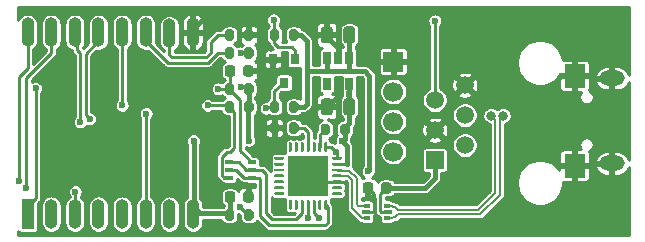
<source format=gtl>
G04 #@! TF.GenerationSoftware,KiCad,Pcbnew,(5.1.9-0-10_14)*
G04 #@! TF.CreationDate,2021-04-30T15:23:44+02:00*
G04 #@! TF.ProjectId,P1_wifi,50315f77-6966-4692-9e6b-696361645f70,rev?*
G04 #@! TF.SameCoordinates,Original*
G04 #@! TF.FileFunction,Copper,L1,Top*
G04 #@! TF.FilePolarity,Positive*
%FSLAX46Y46*%
G04 Gerber Fmt 4.6, Leading zero omitted, Abs format (unit mm)*
G04 Created by KiCad (PCBNEW (5.1.9-0-10_14)) date 2021-04-30 15:23:44*
%MOMM*%
%LPD*%
G01*
G04 APERTURE LIST*
G04 #@! TA.AperFunction,ComponentPad*
%ADD10C,1.700000*%
G04 #@! TD*
G04 #@! TA.AperFunction,ComponentPad*
%ADD11R,1.700000X1.700000*%
G04 #@! TD*
G04 #@! TA.AperFunction,SMDPad,CuDef*
%ADD12O,1.100000X2.500000*%
G04 #@! TD*
G04 #@! TA.AperFunction,SMDPad,CuDef*
%ADD13R,1.100000X2.500000*%
G04 #@! TD*
G04 #@! TA.AperFunction,SMDPad,CuDef*
%ADD14R,0.650000X1.060000*%
G04 #@! TD*
G04 #@! TA.AperFunction,SMDPad,CuDef*
%ADD15R,3.350000X3.350000*%
G04 #@! TD*
G04 #@! TA.AperFunction,SMDPad,CuDef*
%ADD16R,0.500000X0.375000*%
G04 #@! TD*
G04 #@! TA.AperFunction,SMDPad,CuDef*
%ADD17R,0.650000X0.300000*%
G04 #@! TD*
G04 #@! TA.AperFunction,SMDPad,CuDef*
%ADD18R,0.650000X0.400000*%
G04 #@! TD*
G04 #@! TA.AperFunction,SMDPad,CuDef*
%ADD19R,0.800000X0.900000*%
G04 #@! TD*
G04 #@! TA.AperFunction,ComponentPad*
%ADD20R,1.800000X2.000000*%
G04 #@! TD*
G04 #@! TA.AperFunction,ComponentPad*
%ADD21O,2.150000X1.300000*%
G04 #@! TD*
G04 #@! TA.AperFunction,ComponentPad*
%ADD22R,1.520000X1.520000*%
G04 #@! TD*
G04 #@! TA.AperFunction,ComponentPad*
%ADD23C,1.520000*%
G04 #@! TD*
G04 #@! TA.AperFunction,ViaPad*
%ADD24C,0.600000*%
G04 #@! TD*
G04 #@! TA.AperFunction,ViaPad*
%ADD25C,0.812800*%
G04 #@! TD*
G04 #@! TA.AperFunction,Conductor*
%ADD26C,0.254000*%
G04 #@! TD*
G04 #@! TA.AperFunction,Conductor*
%ADD27C,0.406400*%
G04 #@! TD*
G04 #@! TA.AperFunction,Conductor*
%ADD28C,0.203200*%
G04 #@! TD*
G04 #@! TA.AperFunction,Conductor*
%ADD29C,0.100000*%
G04 #@! TD*
G04 APERTURE END LIST*
D10*
X39711500Y9937000D03*
X39711500Y12477000D03*
X39711500Y7397000D03*
D11*
X39711500Y15017000D03*
D12*
X8763000Y17494000D03*
X10763000Y17494000D03*
X12763000Y17494000D03*
X14763000Y17494000D03*
X16763000Y17494000D03*
X18763000Y17494000D03*
X20763000Y17394000D03*
X22763000Y17494000D03*
X22763000Y2094000D03*
X20763000Y2094000D03*
X18763000Y2094000D03*
X16763000Y2094000D03*
X14763000Y2094000D03*
X12763000Y2094000D03*
X10763000Y2094000D03*
D13*
X8763000Y2094000D03*
D14*
X36002000Y13124000D03*
X34102000Y13124000D03*
X34102000Y15324000D03*
X35052000Y15324000D03*
X36002000Y15324000D03*
G04 #@! TA.AperFunction,SMDPad,CuDef*
G36*
G01*
X34602000Y11651000D02*
X34602000Y10701000D01*
G75*
G02*
X34352000Y10451000I-250000J0D01*
G01*
X33852000Y10451000D01*
G75*
G02*
X33602000Y10701000I0J250000D01*
G01*
X33602000Y11651000D01*
G75*
G02*
X33852000Y11901000I250000J0D01*
G01*
X34352000Y11901000D01*
G75*
G02*
X34602000Y11651000I0J-250000D01*
G01*
G37*
G04 #@! TD.AperFunction*
G04 #@! TA.AperFunction,SMDPad,CuDef*
G36*
G01*
X36502000Y11651000D02*
X36502000Y10701000D01*
G75*
G02*
X36252000Y10451000I-250000J0D01*
G01*
X35752000Y10451000D01*
G75*
G02*
X35502000Y10701000I0J250000D01*
G01*
X35502000Y11651000D01*
G75*
G02*
X35752000Y11901000I250000J0D01*
G01*
X36252000Y11901000D01*
G75*
G02*
X36502000Y11651000I0J-250000D01*
G01*
G37*
G04 #@! TD.AperFunction*
G04 #@! TA.AperFunction,SMDPad,CuDef*
G36*
G01*
X34602000Y17747000D02*
X34602000Y16797000D01*
G75*
G02*
X34352000Y16547000I-250000J0D01*
G01*
X33852000Y16547000D01*
G75*
G02*
X33602000Y16797000I0J250000D01*
G01*
X33602000Y17747000D01*
G75*
G02*
X33852000Y17997000I250000J0D01*
G01*
X34352000Y17997000D01*
G75*
G02*
X34602000Y17747000I0J-250000D01*
G01*
G37*
G04 #@! TD.AperFunction*
G04 #@! TA.AperFunction,SMDPad,CuDef*
G36*
G01*
X36502000Y17747000D02*
X36502000Y16797000D01*
G75*
G02*
X36252000Y16547000I-250000J0D01*
G01*
X35752000Y16547000D01*
G75*
G02*
X35502000Y16797000I0J250000D01*
G01*
X35502000Y17747000D01*
G75*
G02*
X35752000Y17997000I250000J0D01*
G01*
X36252000Y17997000D01*
G75*
G02*
X36502000Y17747000I0J-250000D01*
G01*
G37*
G04 #@! TD.AperFunction*
D15*
X32512000Y5334000D03*
G04 #@! TA.AperFunction,SMDPad,CuDef*
G36*
G01*
X34137000Y3221500D02*
X34137000Y2546500D01*
G75*
G02*
X34074500Y2484000I-62500J0D01*
G01*
X33949500Y2484000D01*
G75*
G02*
X33887000Y2546500I0J62500D01*
G01*
X33887000Y3221500D01*
G75*
G02*
X33949500Y3284000I62500J0D01*
G01*
X34074500Y3284000D01*
G75*
G02*
X34137000Y3221500I0J-62500D01*
G01*
G37*
G04 #@! TD.AperFunction*
G04 #@! TA.AperFunction,SMDPad,CuDef*
G36*
G01*
X33637000Y3221500D02*
X33637000Y2546500D01*
G75*
G02*
X33574500Y2484000I-62500J0D01*
G01*
X33449500Y2484000D01*
G75*
G02*
X33387000Y2546500I0J62500D01*
G01*
X33387000Y3221500D01*
G75*
G02*
X33449500Y3284000I62500J0D01*
G01*
X33574500Y3284000D01*
G75*
G02*
X33637000Y3221500I0J-62500D01*
G01*
G37*
G04 #@! TD.AperFunction*
G04 #@! TA.AperFunction,SMDPad,CuDef*
G36*
G01*
X33137000Y3221500D02*
X33137000Y2546500D01*
G75*
G02*
X33074500Y2484000I-62500J0D01*
G01*
X32949500Y2484000D01*
G75*
G02*
X32887000Y2546500I0J62500D01*
G01*
X32887000Y3221500D01*
G75*
G02*
X32949500Y3284000I62500J0D01*
G01*
X33074500Y3284000D01*
G75*
G02*
X33137000Y3221500I0J-62500D01*
G01*
G37*
G04 #@! TD.AperFunction*
G04 #@! TA.AperFunction,SMDPad,CuDef*
G36*
G01*
X32637000Y3221500D02*
X32637000Y2546500D01*
G75*
G02*
X32574500Y2484000I-62500J0D01*
G01*
X32449500Y2484000D01*
G75*
G02*
X32387000Y2546500I0J62500D01*
G01*
X32387000Y3221500D01*
G75*
G02*
X32449500Y3284000I62500J0D01*
G01*
X32574500Y3284000D01*
G75*
G02*
X32637000Y3221500I0J-62500D01*
G01*
G37*
G04 #@! TD.AperFunction*
G04 #@! TA.AperFunction,SMDPad,CuDef*
G36*
G01*
X32137000Y3221500D02*
X32137000Y2546500D01*
G75*
G02*
X32074500Y2484000I-62500J0D01*
G01*
X31949500Y2484000D01*
G75*
G02*
X31887000Y2546500I0J62500D01*
G01*
X31887000Y3221500D01*
G75*
G02*
X31949500Y3284000I62500J0D01*
G01*
X32074500Y3284000D01*
G75*
G02*
X32137000Y3221500I0J-62500D01*
G01*
G37*
G04 #@! TD.AperFunction*
G04 #@! TA.AperFunction,SMDPad,CuDef*
G36*
G01*
X31637000Y3221500D02*
X31637000Y2546500D01*
G75*
G02*
X31574500Y2484000I-62500J0D01*
G01*
X31449500Y2484000D01*
G75*
G02*
X31387000Y2546500I0J62500D01*
G01*
X31387000Y3221500D01*
G75*
G02*
X31449500Y3284000I62500J0D01*
G01*
X31574500Y3284000D01*
G75*
G02*
X31637000Y3221500I0J-62500D01*
G01*
G37*
G04 #@! TD.AperFunction*
G04 #@! TA.AperFunction,SMDPad,CuDef*
G36*
G01*
X31137000Y3221500D02*
X31137000Y2546500D01*
G75*
G02*
X31074500Y2484000I-62500J0D01*
G01*
X30949500Y2484000D01*
G75*
G02*
X30887000Y2546500I0J62500D01*
G01*
X30887000Y3221500D01*
G75*
G02*
X30949500Y3284000I62500J0D01*
G01*
X31074500Y3284000D01*
G75*
G02*
X31137000Y3221500I0J-62500D01*
G01*
G37*
G04 #@! TD.AperFunction*
G04 #@! TA.AperFunction,SMDPad,CuDef*
G36*
G01*
X30462000Y3896500D02*
X30462000Y3771500D01*
G75*
G02*
X30399500Y3709000I-62500J0D01*
G01*
X29724500Y3709000D01*
G75*
G02*
X29662000Y3771500I0J62500D01*
G01*
X29662000Y3896500D01*
G75*
G02*
X29724500Y3959000I62500J0D01*
G01*
X30399500Y3959000D01*
G75*
G02*
X30462000Y3896500I0J-62500D01*
G01*
G37*
G04 #@! TD.AperFunction*
G04 #@! TA.AperFunction,SMDPad,CuDef*
G36*
G01*
X30462000Y4396500D02*
X30462000Y4271500D01*
G75*
G02*
X30399500Y4209000I-62500J0D01*
G01*
X29724500Y4209000D01*
G75*
G02*
X29662000Y4271500I0J62500D01*
G01*
X29662000Y4396500D01*
G75*
G02*
X29724500Y4459000I62500J0D01*
G01*
X30399500Y4459000D01*
G75*
G02*
X30462000Y4396500I0J-62500D01*
G01*
G37*
G04 #@! TD.AperFunction*
G04 #@! TA.AperFunction,SMDPad,CuDef*
G36*
G01*
X30462000Y4896500D02*
X30462000Y4771500D01*
G75*
G02*
X30399500Y4709000I-62500J0D01*
G01*
X29724500Y4709000D01*
G75*
G02*
X29662000Y4771500I0J62500D01*
G01*
X29662000Y4896500D01*
G75*
G02*
X29724500Y4959000I62500J0D01*
G01*
X30399500Y4959000D01*
G75*
G02*
X30462000Y4896500I0J-62500D01*
G01*
G37*
G04 #@! TD.AperFunction*
G04 #@! TA.AperFunction,SMDPad,CuDef*
G36*
G01*
X30462000Y5396500D02*
X30462000Y5271500D01*
G75*
G02*
X30399500Y5209000I-62500J0D01*
G01*
X29724500Y5209000D01*
G75*
G02*
X29662000Y5271500I0J62500D01*
G01*
X29662000Y5396500D01*
G75*
G02*
X29724500Y5459000I62500J0D01*
G01*
X30399500Y5459000D01*
G75*
G02*
X30462000Y5396500I0J-62500D01*
G01*
G37*
G04 #@! TD.AperFunction*
G04 #@! TA.AperFunction,SMDPad,CuDef*
G36*
G01*
X30462000Y5896500D02*
X30462000Y5771500D01*
G75*
G02*
X30399500Y5709000I-62500J0D01*
G01*
X29724500Y5709000D01*
G75*
G02*
X29662000Y5771500I0J62500D01*
G01*
X29662000Y5896500D01*
G75*
G02*
X29724500Y5959000I62500J0D01*
G01*
X30399500Y5959000D01*
G75*
G02*
X30462000Y5896500I0J-62500D01*
G01*
G37*
G04 #@! TD.AperFunction*
G04 #@! TA.AperFunction,SMDPad,CuDef*
G36*
G01*
X30462000Y6396500D02*
X30462000Y6271500D01*
G75*
G02*
X30399500Y6209000I-62500J0D01*
G01*
X29724500Y6209000D01*
G75*
G02*
X29662000Y6271500I0J62500D01*
G01*
X29662000Y6396500D01*
G75*
G02*
X29724500Y6459000I62500J0D01*
G01*
X30399500Y6459000D01*
G75*
G02*
X30462000Y6396500I0J-62500D01*
G01*
G37*
G04 #@! TD.AperFunction*
G04 #@! TA.AperFunction,SMDPad,CuDef*
G36*
G01*
X30462000Y6896500D02*
X30462000Y6771500D01*
G75*
G02*
X30399500Y6709000I-62500J0D01*
G01*
X29724500Y6709000D01*
G75*
G02*
X29662000Y6771500I0J62500D01*
G01*
X29662000Y6896500D01*
G75*
G02*
X29724500Y6959000I62500J0D01*
G01*
X30399500Y6959000D01*
G75*
G02*
X30462000Y6896500I0J-62500D01*
G01*
G37*
G04 #@! TD.AperFunction*
G04 #@! TA.AperFunction,SMDPad,CuDef*
G36*
G01*
X31137000Y8121500D02*
X31137000Y7446500D01*
G75*
G02*
X31074500Y7384000I-62500J0D01*
G01*
X30949500Y7384000D01*
G75*
G02*
X30887000Y7446500I0J62500D01*
G01*
X30887000Y8121500D01*
G75*
G02*
X30949500Y8184000I62500J0D01*
G01*
X31074500Y8184000D01*
G75*
G02*
X31137000Y8121500I0J-62500D01*
G01*
G37*
G04 #@! TD.AperFunction*
G04 #@! TA.AperFunction,SMDPad,CuDef*
G36*
G01*
X31637000Y8121500D02*
X31637000Y7446500D01*
G75*
G02*
X31574500Y7384000I-62500J0D01*
G01*
X31449500Y7384000D01*
G75*
G02*
X31387000Y7446500I0J62500D01*
G01*
X31387000Y8121500D01*
G75*
G02*
X31449500Y8184000I62500J0D01*
G01*
X31574500Y8184000D01*
G75*
G02*
X31637000Y8121500I0J-62500D01*
G01*
G37*
G04 #@! TD.AperFunction*
G04 #@! TA.AperFunction,SMDPad,CuDef*
G36*
G01*
X32137000Y8121500D02*
X32137000Y7446500D01*
G75*
G02*
X32074500Y7384000I-62500J0D01*
G01*
X31949500Y7384000D01*
G75*
G02*
X31887000Y7446500I0J62500D01*
G01*
X31887000Y8121500D01*
G75*
G02*
X31949500Y8184000I62500J0D01*
G01*
X32074500Y8184000D01*
G75*
G02*
X32137000Y8121500I0J-62500D01*
G01*
G37*
G04 #@! TD.AperFunction*
G04 #@! TA.AperFunction,SMDPad,CuDef*
G36*
G01*
X32637000Y8121500D02*
X32637000Y7446500D01*
G75*
G02*
X32574500Y7384000I-62500J0D01*
G01*
X32449500Y7384000D01*
G75*
G02*
X32387000Y7446500I0J62500D01*
G01*
X32387000Y8121500D01*
G75*
G02*
X32449500Y8184000I62500J0D01*
G01*
X32574500Y8184000D01*
G75*
G02*
X32637000Y8121500I0J-62500D01*
G01*
G37*
G04 #@! TD.AperFunction*
G04 #@! TA.AperFunction,SMDPad,CuDef*
G36*
G01*
X33137000Y8121500D02*
X33137000Y7446500D01*
G75*
G02*
X33074500Y7384000I-62500J0D01*
G01*
X32949500Y7384000D01*
G75*
G02*
X32887000Y7446500I0J62500D01*
G01*
X32887000Y8121500D01*
G75*
G02*
X32949500Y8184000I62500J0D01*
G01*
X33074500Y8184000D01*
G75*
G02*
X33137000Y8121500I0J-62500D01*
G01*
G37*
G04 #@! TD.AperFunction*
G04 #@! TA.AperFunction,SMDPad,CuDef*
G36*
G01*
X33637000Y8121500D02*
X33637000Y7446500D01*
G75*
G02*
X33574500Y7384000I-62500J0D01*
G01*
X33449500Y7384000D01*
G75*
G02*
X33387000Y7446500I0J62500D01*
G01*
X33387000Y8121500D01*
G75*
G02*
X33449500Y8184000I62500J0D01*
G01*
X33574500Y8184000D01*
G75*
G02*
X33637000Y8121500I0J-62500D01*
G01*
G37*
G04 #@! TD.AperFunction*
G04 #@! TA.AperFunction,SMDPad,CuDef*
G36*
G01*
X34137000Y8121500D02*
X34137000Y7446500D01*
G75*
G02*
X34074500Y7384000I-62500J0D01*
G01*
X33949500Y7384000D01*
G75*
G02*
X33887000Y7446500I0J62500D01*
G01*
X33887000Y8121500D01*
G75*
G02*
X33949500Y8184000I62500J0D01*
G01*
X34074500Y8184000D01*
G75*
G02*
X34137000Y8121500I0J-62500D01*
G01*
G37*
G04 #@! TD.AperFunction*
G04 #@! TA.AperFunction,SMDPad,CuDef*
G36*
G01*
X35362000Y6896500D02*
X35362000Y6771500D01*
G75*
G02*
X35299500Y6709000I-62500J0D01*
G01*
X34624500Y6709000D01*
G75*
G02*
X34562000Y6771500I0J62500D01*
G01*
X34562000Y6896500D01*
G75*
G02*
X34624500Y6959000I62500J0D01*
G01*
X35299500Y6959000D01*
G75*
G02*
X35362000Y6896500I0J-62500D01*
G01*
G37*
G04 #@! TD.AperFunction*
G04 #@! TA.AperFunction,SMDPad,CuDef*
G36*
G01*
X35362000Y6396500D02*
X35362000Y6271500D01*
G75*
G02*
X35299500Y6209000I-62500J0D01*
G01*
X34624500Y6209000D01*
G75*
G02*
X34562000Y6271500I0J62500D01*
G01*
X34562000Y6396500D01*
G75*
G02*
X34624500Y6459000I62500J0D01*
G01*
X35299500Y6459000D01*
G75*
G02*
X35362000Y6396500I0J-62500D01*
G01*
G37*
G04 #@! TD.AperFunction*
G04 #@! TA.AperFunction,SMDPad,CuDef*
G36*
G01*
X35362000Y5896500D02*
X35362000Y5771500D01*
G75*
G02*
X35299500Y5709000I-62500J0D01*
G01*
X34624500Y5709000D01*
G75*
G02*
X34562000Y5771500I0J62500D01*
G01*
X34562000Y5896500D01*
G75*
G02*
X34624500Y5959000I62500J0D01*
G01*
X35299500Y5959000D01*
G75*
G02*
X35362000Y5896500I0J-62500D01*
G01*
G37*
G04 #@! TD.AperFunction*
G04 #@! TA.AperFunction,SMDPad,CuDef*
G36*
G01*
X35362000Y5396500D02*
X35362000Y5271500D01*
G75*
G02*
X35299500Y5209000I-62500J0D01*
G01*
X34624500Y5209000D01*
G75*
G02*
X34562000Y5271500I0J62500D01*
G01*
X34562000Y5396500D01*
G75*
G02*
X34624500Y5459000I62500J0D01*
G01*
X35299500Y5459000D01*
G75*
G02*
X35362000Y5396500I0J-62500D01*
G01*
G37*
G04 #@! TD.AperFunction*
G04 #@! TA.AperFunction,SMDPad,CuDef*
G36*
G01*
X35362000Y4896500D02*
X35362000Y4771500D01*
G75*
G02*
X35299500Y4709000I-62500J0D01*
G01*
X34624500Y4709000D01*
G75*
G02*
X34562000Y4771500I0J62500D01*
G01*
X34562000Y4896500D01*
G75*
G02*
X34624500Y4959000I62500J0D01*
G01*
X35299500Y4959000D01*
G75*
G02*
X35362000Y4896500I0J-62500D01*
G01*
G37*
G04 #@! TD.AperFunction*
G04 #@! TA.AperFunction,SMDPad,CuDef*
G36*
G01*
X35362000Y4396500D02*
X35362000Y4271500D01*
G75*
G02*
X35299500Y4209000I-62500J0D01*
G01*
X34624500Y4209000D01*
G75*
G02*
X34562000Y4271500I0J62500D01*
G01*
X34562000Y4396500D01*
G75*
G02*
X34624500Y4459000I62500J0D01*
G01*
X35299500Y4459000D01*
G75*
G02*
X35362000Y4396500I0J-62500D01*
G01*
G37*
G04 #@! TD.AperFunction*
G04 #@! TA.AperFunction,SMDPad,CuDef*
G36*
G01*
X35362000Y3896500D02*
X35362000Y3771500D01*
G75*
G02*
X35299500Y3709000I-62500J0D01*
G01*
X34624500Y3709000D01*
G75*
G02*
X34562000Y3771500I0J62500D01*
G01*
X34562000Y3896500D01*
G75*
G02*
X34624500Y3959000I62500J0D01*
G01*
X35299500Y3959000D01*
G75*
G02*
X35362000Y3896500I0J-62500D01*
G01*
G37*
G04 #@! TD.AperFunction*
D16*
X37504000Y1748500D03*
X37504000Y2823500D03*
D17*
X39279000Y2286000D03*
X37429000Y2286000D03*
D16*
X39204000Y2823500D03*
X39204000Y1748500D03*
G04 #@! TA.AperFunction,SMDPad,CuDef*
G36*
G01*
X30905000Y9123000D02*
X30905000Y9673000D01*
G75*
G02*
X31105000Y9873000I200000J0D01*
G01*
X31505000Y9873000D01*
G75*
G02*
X31705000Y9673000I0J-200000D01*
G01*
X31705000Y9123000D01*
G75*
G02*
X31505000Y8923000I-200000J0D01*
G01*
X31105000Y8923000D01*
G75*
G02*
X30905000Y9123000I0J200000D01*
G01*
G37*
G04 #@! TD.AperFunction*
G04 #@! TA.AperFunction,SMDPad,CuDef*
G36*
G01*
X29255000Y9123000D02*
X29255000Y9673000D01*
G75*
G02*
X29455000Y9873000I200000J0D01*
G01*
X29855000Y9873000D01*
G75*
G02*
X30055000Y9673000I0J-200000D01*
G01*
X30055000Y9123000D01*
G75*
G02*
X29855000Y8923000I-200000J0D01*
G01*
X29455000Y8923000D01*
G75*
G02*
X29255000Y9123000I0J200000D01*
G01*
G37*
G04 #@! TD.AperFunction*
G04 #@! TA.AperFunction,SMDPad,CuDef*
G36*
G01*
X27095000Y16997000D02*
X27095000Y17547000D01*
G75*
G02*
X27295000Y17747000I200000J0D01*
G01*
X27695000Y17747000D01*
G75*
G02*
X27895000Y17547000I0J-200000D01*
G01*
X27895000Y16997000D01*
G75*
G02*
X27695000Y16797000I-200000J0D01*
G01*
X27295000Y16797000D01*
G75*
G02*
X27095000Y16997000I0J200000D01*
G01*
G37*
G04 #@! TD.AperFunction*
G04 #@! TA.AperFunction,SMDPad,CuDef*
G36*
G01*
X25445000Y16997000D02*
X25445000Y17547000D01*
G75*
G02*
X25645000Y17747000I200000J0D01*
G01*
X26045000Y17747000D01*
G75*
G02*
X26245000Y17547000I0J-200000D01*
G01*
X26245000Y16997000D01*
G75*
G02*
X26045000Y16797000I-200000J0D01*
G01*
X25645000Y16797000D01*
G75*
G02*
X25445000Y16997000I0J200000D01*
G01*
G37*
G04 #@! TD.AperFunction*
G04 #@! TA.AperFunction,SMDPad,CuDef*
G36*
G01*
X27095000Y10901000D02*
X27095000Y11451000D01*
G75*
G02*
X27295000Y11651000I200000J0D01*
G01*
X27695000Y11651000D01*
G75*
G02*
X27895000Y11451000I0J-200000D01*
G01*
X27895000Y10901000D01*
G75*
G02*
X27695000Y10701000I-200000J0D01*
G01*
X27295000Y10701000D01*
G75*
G02*
X27095000Y10901000I0J200000D01*
G01*
G37*
G04 #@! TD.AperFunction*
G04 #@! TA.AperFunction,SMDPad,CuDef*
G36*
G01*
X25445000Y10901000D02*
X25445000Y11451000D01*
G75*
G02*
X25645000Y11651000I200000J0D01*
G01*
X26045000Y11651000D01*
G75*
G02*
X26245000Y11451000I0J-200000D01*
G01*
X26245000Y10901000D01*
G75*
G02*
X26045000Y10701000I-200000J0D01*
G01*
X25645000Y10701000D01*
G75*
G02*
X25445000Y10901000I0J200000D01*
G01*
G37*
G04 #@! TD.AperFunction*
G04 #@! TA.AperFunction,SMDPad,CuDef*
G36*
G01*
X34373000Y9546000D02*
X34373000Y8996000D01*
G75*
G02*
X34173000Y8796000I-200000J0D01*
G01*
X33773000Y8796000D01*
G75*
G02*
X33573000Y8996000I0J200000D01*
G01*
X33573000Y9546000D01*
G75*
G02*
X33773000Y9746000I200000J0D01*
G01*
X34173000Y9746000D01*
G75*
G02*
X34373000Y9546000I0J-200000D01*
G01*
G37*
G04 #@! TD.AperFunction*
G04 #@! TA.AperFunction,SMDPad,CuDef*
G36*
G01*
X36023000Y9546000D02*
X36023000Y8996000D01*
G75*
G02*
X35823000Y8796000I-200000J0D01*
G01*
X35423000Y8796000D01*
G75*
G02*
X35223000Y8996000I0J200000D01*
G01*
X35223000Y9546000D01*
G75*
G02*
X35423000Y9746000I200000J0D01*
G01*
X35823000Y9746000D01*
G75*
G02*
X36023000Y9546000I0J-200000D01*
G01*
G37*
G04 #@! TD.AperFunction*
G04 #@! TA.AperFunction,SMDPad,CuDef*
G36*
G01*
X27095000Y15473000D02*
X27095000Y16023000D01*
G75*
G02*
X27295000Y16223000I200000J0D01*
G01*
X27695000Y16223000D01*
G75*
G02*
X27895000Y16023000I0J-200000D01*
G01*
X27895000Y15473000D01*
G75*
G02*
X27695000Y15273000I-200000J0D01*
G01*
X27295000Y15273000D01*
G75*
G02*
X27095000Y15473000I0J200000D01*
G01*
G37*
G04 #@! TD.AperFunction*
G04 #@! TA.AperFunction,SMDPad,CuDef*
G36*
G01*
X25445000Y15473000D02*
X25445000Y16023000D01*
G75*
G02*
X25645000Y16223000I200000J0D01*
G01*
X26045000Y16223000D01*
G75*
G02*
X26245000Y16023000I0J-200000D01*
G01*
X26245000Y15473000D01*
G75*
G02*
X26045000Y15273000I-200000J0D01*
G01*
X25645000Y15273000D01*
G75*
G02*
X25445000Y15473000I0J200000D01*
G01*
G37*
G04 #@! TD.AperFunction*
G04 #@! TA.AperFunction,SMDPad,CuDef*
G36*
G01*
X30055000Y11451000D02*
X30055000Y10901000D01*
G75*
G02*
X29855000Y10701000I-200000J0D01*
G01*
X29455000Y10701000D01*
G75*
G02*
X29255000Y10901000I0J200000D01*
G01*
X29255000Y11451000D01*
G75*
G02*
X29455000Y11651000I200000J0D01*
G01*
X29855000Y11651000D01*
G75*
G02*
X30055000Y11451000I0J-200000D01*
G01*
G37*
G04 #@! TD.AperFunction*
G04 #@! TA.AperFunction,SMDPad,CuDef*
G36*
G01*
X31705000Y11451000D02*
X31705000Y10901000D01*
G75*
G02*
X31505000Y10701000I-200000J0D01*
G01*
X31105000Y10701000D01*
G75*
G02*
X30905000Y10901000I0J200000D01*
G01*
X30905000Y11451000D01*
G75*
G02*
X31105000Y11651000I200000J0D01*
G01*
X31505000Y11651000D01*
G75*
G02*
X31705000Y11451000I0J-200000D01*
G01*
G37*
G04 #@! TD.AperFunction*
G04 #@! TA.AperFunction,SMDPad,CuDef*
G36*
G01*
X27094500Y1757000D02*
X27094500Y2307000D01*
G75*
G02*
X27294500Y2507000I200000J0D01*
G01*
X27694500Y2507000D01*
G75*
G02*
X27894500Y2307000I0J-200000D01*
G01*
X27894500Y1757000D01*
G75*
G02*
X27694500Y1557000I-200000J0D01*
G01*
X27294500Y1557000D01*
G75*
G02*
X27094500Y1757000I0J200000D01*
G01*
G37*
G04 #@! TD.AperFunction*
G04 #@! TA.AperFunction,SMDPad,CuDef*
G36*
G01*
X25444500Y1757000D02*
X25444500Y2307000D01*
G75*
G02*
X25644500Y2507000I200000J0D01*
G01*
X26044500Y2507000D01*
G75*
G02*
X26244500Y2307000I0J-200000D01*
G01*
X26244500Y1757000D01*
G75*
G02*
X26044500Y1557000I-200000J0D01*
G01*
X25644500Y1557000D01*
G75*
G02*
X25444500Y1757000I0J200000D01*
G01*
G37*
G04 #@! TD.AperFunction*
G04 #@! TA.AperFunction,SMDPad,CuDef*
G36*
G01*
X27095000Y12425000D02*
X27095000Y12975000D01*
G75*
G02*
X27295000Y13175000I200000J0D01*
G01*
X27695000Y13175000D01*
G75*
G02*
X27895000Y12975000I0J-200000D01*
G01*
X27895000Y12425000D01*
G75*
G02*
X27695000Y12225000I-200000J0D01*
G01*
X27295000Y12225000D01*
G75*
G02*
X27095000Y12425000I0J200000D01*
G01*
G37*
G04 #@! TD.AperFunction*
G04 #@! TA.AperFunction,SMDPad,CuDef*
G36*
G01*
X25445000Y12425000D02*
X25445000Y12975000D01*
G75*
G02*
X25645000Y13175000I200000J0D01*
G01*
X26045000Y13175000D01*
G75*
G02*
X26245000Y12975000I0J-200000D01*
G01*
X26245000Y12425000D01*
G75*
G02*
X26045000Y12225000I-200000J0D01*
G01*
X25645000Y12225000D01*
G75*
G02*
X25445000Y12425000I0J200000D01*
G01*
G37*
G04 #@! TD.AperFunction*
G04 #@! TA.AperFunction,SMDPad,CuDef*
G36*
G01*
X30055000Y17547000D02*
X30055000Y16997000D01*
G75*
G02*
X29855000Y16797000I-200000J0D01*
G01*
X29455000Y16797000D01*
G75*
G02*
X29255000Y16997000I0J200000D01*
G01*
X29255000Y17547000D01*
G75*
G02*
X29455000Y17747000I200000J0D01*
G01*
X29855000Y17747000D01*
G75*
G02*
X30055000Y17547000I0J-200000D01*
G01*
G37*
G04 #@! TD.AperFunction*
G04 #@! TA.AperFunction,SMDPad,CuDef*
G36*
G01*
X31705000Y17547000D02*
X31705000Y16997000D01*
G75*
G02*
X31505000Y16797000I-200000J0D01*
G01*
X31105000Y16797000D01*
G75*
G02*
X30905000Y16997000I0J200000D01*
G01*
X30905000Y17547000D01*
G75*
G02*
X31105000Y17747000I200000J0D01*
G01*
X31505000Y17747000D01*
G75*
G02*
X31705000Y17547000I0J-200000D01*
G01*
G37*
G04 #@! TD.AperFunction*
D18*
X25847000Y5192000D03*
X25847000Y6492000D03*
X27747000Y5842000D03*
X25847000Y5842000D03*
X27747000Y6492000D03*
X27747000Y5192000D03*
D19*
X30480000Y13224000D03*
X29530000Y15224000D03*
X31430000Y15224000D03*
D20*
X55069500Y13800000D03*
D21*
X58229500Y13600000D03*
D20*
X55069500Y6200000D03*
D21*
X58229500Y6400000D03*
G04 #@! TA.AperFunction,SMDPad,CuDef*
G36*
G01*
X38679000Y4068000D02*
X38679000Y4568000D01*
G75*
G02*
X38904000Y4793000I225000J0D01*
G01*
X39354000Y4793000D01*
G75*
G02*
X39579000Y4568000I0J-225000D01*
G01*
X39579000Y4068000D01*
G75*
G02*
X39354000Y3843000I-225000J0D01*
G01*
X38904000Y3843000D01*
G75*
G02*
X38679000Y4068000I0J225000D01*
G01*
G37*
G04 #@! TD.AperFunction*
G04 #@! TA.AperFunction,SMDPad,CuDef*
G36*
G01*
X37129000Y4068000D02*
X37129000Y4568000D01*
G75*
G02*
X37354000Y4793000I225000J0D01*
G01*
X37804000Y4793000D01*
G75*
G02*
X38029000Y4568000I0J-225000D01*
G01*
X38029000Y4068000D01*
G75*
G02*
X37804000Y3843000I-225000J0D01*
G01*
X37354000Y3843000D01*
G75*
G02*
X37129000Y4068000I0J225000D01*
G01*
G37*
G04 #@! TD.AperFunction*
G04 #@! TA.AperFunction,SMDPad,CuDef*
G36*
G01*
X26995000Y13974000D02*
X26995000Y14474000D01*
G75*
G02*
X27220000Y14699000I225000J0D01*
G01*
X27670000Y14699000D01*
G75*
G02*
X27895000Y14474000I0J-225000D01*
G01*
X27895000Y13974000D01*
G75*
G02*
X27670000Y13749000I-225000J0D01*
G01*
X27220000Y13749000D01*
G75*
G02*
X26995000Y13974000I0J225000D01*
G01*
G37*
G04 #@! TD.AperFunction*
G04 #@! TA.AperFunction,SMDPad,CuDef*
G36*
G01*
X25445000Y13974000D02*
X25445000Y14474000D01*
G75*
G02*
X25670000Y14699000I225000J0D01*
G01*
X26120000Y14699000D01*
G75*
G02*
X26345000Y14474000I0J-225000D01*
G01*
X26345000Y13974000D01*
G75*
G02*
X26120000Y13749000I-225000J0D01*
G01*
X25670000Y13749000D01*
G75*
G02*
X25445000Y13974000I0J225000D01*
G01*
G37*
G04 #@! TD.AperFunction*
G04 #@! TA.AperFunction,SMDPad,CuDef*
G36*
G01*
X26995000Y3306000D02*
X26995000Y3806000D01*
G75*
G02*
X27220000Y4031000I225000J0D01*
G01*
X27670000Y4031000D01*
G75*
G02*
X27895000Y3806000I0J-225000D01*
G01*
X27895000Y3306000D01*
G75*
G02*
X27670000Y3081000I-225000J0D01*
G01*
X27220000Y3081000D01*
G75*
G02*
X26995000Y3306000I0J225000D01*
G01*
G37*
G04 #@! TD.AperFunction*
G04 #@! TA.AperFunction,SMDPad,CuDef*
G36*
G01*
X25445000Y3306000D02*
X25445000Y3806000D01*
G75*
G02*
X25670000Y4031000I225000J0D01*
G01*
X26120000Y4031000D01*
G75*
G02*
X26345000Y3806000I0J-225000D01*
G01*
X26345000Y3306000D01*
G75*
G02*
X26120000Y3081000I-225000J0D01*
G01*
X25670000Y3081000D01*
G75*
G02*
X25445000Y3306000I0J225000D01*
G01*
G37*
G04 #@! TD.AperFunction*
D22*
X43243500Y6667500D03*
D23*
X45783500Y7937500D03*
X43243500Y9207500D03*
X45783500Y10477500D03*
X43243500Y11747500D03*
X45783500Y13017500D03*
D24*
X31496000Y4318000D03*
X33528000Y6350000D03*
X31496000Y6350000D03*
X33528000Y4318000D03*
X35052000Y16322000D03*
X35052000Y13462000D03*
X30099000Y7620000D03*
X31623000Y13716000D03*
X24511000Y18034000D03*
X11557000Y14351000D03*
X11557000Y4445000D03*
X27432000Y4445000D03*
X36703000Y7239000D03*
X36703000Y8763000D03*
X33147000Y13208000D03*
X33147000Y15240000D03*
X36931600Y13335000D03*
X37993599Y3454400D03*
X30022800Y2844800D03*
X35153600Y2895600D03*
X23926800Y7467600D03*
X24434800Y3098800D03*
X37592000Y5715000D03*
X34903703Y7364651D03*
X26797000Y15748000D03*
X26797000Y12827000D03*
X36002000Y12258000D03*
X22809200Y8331200D03*
X35382196Y8331200D03*
X27495000Y8331200D03*
X29591000Y18542000D03*
X43243504Y18478502D03*
X24892000Y12700000D03*
X9448800Y12750802D03*
X16764000Y11303000D03*
X24003000Y11303000D03*
D25*
X49022000Y10429855D03*
X48006000Y10429855D03*
D24*
X26720800Y2692400D03*
X12801600Y4013200D03*
X13207996Y9906000D03*
X14008550Y10155210D03*
X33401000Y1778000D03*
X8026400Y4876800D03*
X32512000Y1773210D03*
X8656610Y4294983D03*
X18796000Y10612421D03*
X28956000Y11049000D03*
D26*
X38100000Y3797000D02*
X37579000Y4318000D01*
X37973000Y2286000D02*
X38100000Y2413000D01*
X37429000Y2286000D02*
X37973000Y2286000D01*
X32056790Y4878790D02*
X32512000Y5334000D01*
X33012000Y4834000D02*
X32512000Y5334000D01*
X34962000Y4834000D02*
X33012000Y4834000D01*
D27*
X35052000Y15324000D02*
X35052000Y16322000D01*
D26*
X27445000Y14224000D02*
X27686000Y14224000D01*
D27*
X28702000Y17018000D02*
X28448000Y17272000D01*
X28448000Y17272000D02*
X27495000Y17272000D01*
X28702000Y15240000D02*
X28702000Y17018000D01*
X28448000Y14224000D02*
X28702000Y14478000D01*
X28702000Y14478000D02*
X28702000Y15240000D01*
X27445000Y14224000D02*
X28448000Y14224000D01*
D26*
X28718000Y15224000D02*
X28702000Y15240000D01*
D27*
X29530000Y15224000D02*
X28718000Y15224000D01*
D26*
X27445000Y3556000D02*
X27432000Y3556000D01*
D27*
X22763000Y16794000D02*
X22763000Y17810000D01*
X27051000Y18796000D02*
X27495000Y18352000D01*
X27495000Y18352000D02*
X27495000Y17272000D01*
X23749000Y18796000D02*
X27051000Y18796000D01*
X22763000Y17810000D02*
X23749000Y18796000D01*
X35052000Y12126000D02*
X35052000Y13462000D01*
X34102000Y11176000D02*
X35052000Y12126000D01*
X34102000Y17079000D02*
X34102000Y17272000D01*
X34859000Y16322000D02*
X34102000Y17079000D01*
X35052000Y16322000D02*
X34859000Y16322000D01*
D26*
X29655000Y8064000D02*
X29718000Y8001000D01*
X29718000Y8001000D02*
X30099000Y7620000D01*
X29655000Y9398000D02*
X29655000Y8064000D01*
D27*
X27432000Y3556000D02*
X27432000Y4445000D01*
D26*
X38100000Y3560801D02*
X37993599Y3454400D01*
X38100000Y3797000D02*
X38100000Y3560801D01*
X38100000Y3347999D02*
X37993599Y3454400D01*
X38100000Y2413000D02*
X38100000Y3347999D01*
X35501200Y4834000D02*
X35788590Y4546610D01*
X34962000Y4834000D02*
X35501200Y4834000D01*
X35788590Y4546610D02*
X35788590Y4064000D01*
X29655000Y9398000D02*
X29655000Y9487400D01*
X32012000Y2884000D02*
X32012000Y3056000D01*
X38623799Y3812799D02*
X39129000Y4318000D01*
X38623799Y2371839D02*
X38623799Y3812799D01*
X38709638Y2286000D02*
X38623799Y2371839D01*
X39279000Y2286000D02*
X38709638Y2286000D01*
D27*
X43243500Y6667500D02*
X43243500Y5143500D01*
X42418000Y4318000D02*
X39129000Y4318000D01*
X43243500Y5143500D02*
X42418000Y4318000D01*
X36002000Y15324000D02*
X36002000Y17272000D01*
X34102000Y15324000D02*
X34102000Y14285000D01*
X34041000Y14224000D02*
X34102000Y14285000D01*
X32512000Y14224000D02*
X34041000Y14224000D01*
X32131000Y11176000D02*
X31305000Y11176000D01*
X32385000Y16764000D02*
X32385000Y11430000D01*
X32385000Y11430000D02*
X32131000Y11176000D01*
X31877000Y17272000D02*
X32385000Y16764000D01*
X31305000Y17272000D02*
X31877000Y17272000D01*
X36002000Y15324000D02*
X36002000Y15306000D01*
X36002000Y14285000D02*
X36002000Y15324000D01*
X35941000Y14224000D02*
X36002000Y14285000D01*
X37693600Y5816600D02*
X37592000Y5715000D01*
X37693600Y13817600D02*
X37693600Y5816600D01*
X37287200Y14224000D02*
X37693600Y13817600D01*
X34163000Y14224000D02*
X37287200Y14224000D01*
X34102000Y14285000D02*
X34163000Y14224000D01*
D26*
X34484354Y7784000D02*
X34903703Y7364651D01*
X34962000Y6834000D02*
X34962000Y7306354D01*
X34962000Y7306354D02*
X34903703Y7364651D01*
X34012000Y7784000D02*
X34484354Y7784000D01*
X35623000Y9271000D02*
X35623000Y9461000D01*
D27*
X36002000Y9840000D02*
X36002000Y11176000D01*
X35623000Y9461000D02*
X36002000Y9840000D01*
D26*
X36129000Y11303000D02*
X36002000Y11176000D01*
D27*
X27495000Y11176000D02*
X27495000Y12700000D01*
D26*
X27495000Y15748000D02*
X26670000Y15748000D01*
X27368000Y12827000D02*
X27495000Y12700000D01*
X26797000Y12827000D02*
X27368000Y12827000D01*
X25895000Y2082500D02*
X25844500Y2032000D01*
D27*
X25895000Y3556000D02*
X25895000Y2082500D01*
X23398000Y2159000D02*
X25717500Y2159000D01*
X25717500Y2159000D02*
X25844500Y2032000D01*
X23398000Y2159000D02*
X22763000Y2794000D01*
D26*
X34962000Y6334000D02*
X35798000Y6334000D01*
D27*
X36002000Y12258000D02*
X36002000Y11176000D01*
X36002000Y13124000D02*
X36002000Y12258000D01*
X22809200Y2840200D02*
X22809200Y8331204D01*
X22763000Y2794000D02*
X22809200Y2840200D01*
X35798000Y7839198D02*
X35382196Y8255002D01*
X35798000Y6334000D02*
X35798000Y7839198D01*
X35623000Y9271000D02*
X35623000Y8495806D01*
X35623000Y8495806D02*
X35382196Y8255002D01*
X27456447Y8369753D02*
X27456447Y11137447D01*
X27495000Y8331200D02*
X27456447Y8369753D01*
X27456447Y11137447D02*
X27495000Y11176000D01*
D26*
X31430000Y15224000D02*
X31430000Y15941000D01*
X31430000Y15941000D02*
X31115000Y16256000D01*
X31115000Y16256000D02*
X29972000Y16256000D01*
X29655000Y16573000D02*
X29655000Y17272000D01*
X29972000Y16256000D02*
X29655000Y16573000D01*
X29655000Y18478000D02*
X29591000Y18542000D01*
X29655000Y17272000D02*
X29655000Y18478000D01*
X43243500Y11747500D02*
X43243500Y18478498D01*
X43243500Y18478498D02*
X43243504Y18478502D01*
X27277638Y5842000D02*
X27747000Y5842000D01*
X26627638Y6492000D02*
X27277638Y5842000D01*
X25847000Y6492000D02*
X26627638Y6492000D01*
X32012000Y2167000D02*
X32012000Y2884000D01*
X31496000Y1651000D02*
X32012000Y2167000D01*
X27747000Y5842000D02*
X28575000Y5842000D01*
X29464000Y1651000D02*
X31496000Y1651000D01*
X28956000Y2159000D02*
X29464000Y1651000D01*
X28956000Y5461000D02*
X28956000Y2159000D01*
X28575000Y5842000D02*
X28956000Y5461000D01*
X27747000Y5192000D02*
X27066000Y5192000D01*
X26416000Y5842000D02*
X25847000Y5842000D01*
X27066000Y5192000D02*
X26416000Y5842000D01*
X34158202Y1348502D02*
X34158202Y2737798D01*
X33952700Y1143000D02*
X34158202Y1348502D01*
X29210000Y1143000D02*
X33952700Y1143000D01*
X34158202Y2737798D02*
X34012000Y2884000D01*
X28448000Y1905000D02*
X29210000Y1143000D01*
X28326000Y5192000D02*
X28448000Y5070000D01*
X27747000Y5192000D02*
X28326000Y5192000D01*
X28448000Y5070000D02*
X28448000Y1905000D01*
X25895000Y12750000D02*
X25845000Y12700000D01*
X25895000Y14224000D02*
X25895000Y12750000D01*
X26764790Y11780210D02*
X25845000Y12700000D01*
X26764790Y7474210D02*
X26764790Y11780210D01*
X27747000Y6492000D02*
X26764790Y7474210D01*
X24892000Y12700000D02*
X25845000Y12700000D01*
X8763000Y2794000D02*
X9448800Y3479800D01*
X9448800Y3479800D02*
X9448800Y12750802D01*
X25718000Y11303000D02*
X25845000Y11176000D01*
X24003000Y11303000D02*
X25718000Y11303000D01*
X16763000Y16794000D02*
X16763000Y11303000D01*
X16763000Y11303000D02*
X16764000Y11303000D01*
X25191799Y6956161D02*
X25601638Y7366000D01*
X25191799Y5377839D02*
X25191799Y6956161D01*
X25377638Y5192000D02*
X25191799Y5377839D01*
X25847000Y5192000D02*
X25377638Y5192000D01*
X25601638Y7366000D02*
X25908000Y7366000D01*
X25908000Y7366000D02*
X26263600Y7721600D01*
X26263600Y10757400D02*
X25845000Y11176000D01*
X26263600Y7721600D02*
X26263600Y10757400D01*
D28*
X48717200Y10125055D02*
X49022000Y10429855D01*
X47074170Y2082800D02*
X48717200Y3725830D01*
X39847841Y1831199D02*
X40099442Y2082800D01*
X40099442Y2082800D02*
X47074170Y2082800D01*
X39579001Y1748500D02*
X39661700Y1831199D01*
X39661700Y1831199D02*
X39847841Y1831199D01*
X39204000Y1748500D02*
X39579001Y1748500D01*
X48717200Y3725830D02*
X48717200Y10125055D01*
X48310800Y10125055D02*
X48006000Y10429855D01*
X46905830Y2489200D02*
X48310800Y3894170D01*
X40099442Y2489200D02*
X46905830Y2489200D01*
X39847841Y2740801D02*
X40099442Y2489200D01*
X39661700Y2740801D02*
X39847841Y2740801D01*
X39579001Y2823500D02*
X39661700Y2740801D01*
X48310800Y3894170D02*
X48310800Y10125055D01*
X39204000Y2823500D02*
X39579001Y2823500D01*
D26*
X27381200Y2032000D02*
X26720800Y2692400D01*
X27494500Y2032000D02*
X27381200Y2032000D01*
X12801600Y2832600D02*
X12763000Y2794000D01*
X12801600Y4013200D02*
X12801600Y2832600D01*
X24065383Y14909791D02*
X24892000Y15736408D01*
X20647209Y14909791D02*
X24065383Y14909791D01*
X18763000Y16794000D02*
X20647209Y14909791D01*
X25833408Y15736408D02*
X25845000Y15748000D01*
X24892000Y15736408D02*
X25833408Y15736408D01*
X33512000Y8810000D02*
X33973000Y9271000D01*
X33512000Y7784000D02*
X33512000Y8810000D01*
X25845000Y17272000D02*
X24892000Y17272000D01*
X24892000Y17272000D02*
X24257000Y16637000D01*
X24257000Y16637000D02*
X24257000Y15748000D01*
X24257000Y15748000D02*
X23876000Y15367000D01*
X23876000Y15367000D02*
X20955000Y15367000D01*
X20763000Y15559000D02*
X20763000Y16794000D01*
X20955000Y15367000D02*
X20763000Y15559000D01*
X32512000Y7784000D02*
X32512000Y9017000D01*
X32131000Y9398000D02*
X31305000Y9398000D01*
X32512000Y9017000D02*
X32131000Y9398000D01*
D28*
X36749700Y2823500D02*
X37504000Y2823500D01*
X36626811Y5146740D02*
X36626811Y2946389D01*
X35986340Y5787211D02*
X36626811Y5146740D01*
X35008789Y5787211D02*
X35986340Y5787211D01*
X36626811Y2946389D02*
X36749700Y2823500D01*
X34962000Y5834000D02*
X35008789Y5787211D01*
X37050800Y1748500D02*
X37504000Y1748500D01*
X36220400Y4978400D02*
X36220400Y2578900D01*
X35864800Y5334000D02*
X36220400Y4978400D01*
X36220400Y2578900D02*
X37050800Y1748500D01*
X34962000Y5334000D02*
X35864800Y5334000D01*
D26*
X13208000Y9906004D02*
X13207996Y9906000D01*
X13208000Y15748000D02*
X13208000Y9906004D01*
X12954000Y16603000D02*
X12954000Y16002000D01*
X12954000Y16002000D02*
X13208000Y15748000D01*
X12763000Y16794000D02*
X12954000Y16603000D01*
X13665200Y10498560D02*
X14008550Y10155210D01*
X13665200Y15696200D02*
X13665200Y10498560D01*
X14763000Y16794000D02*
X13665200Y15696200D01*
X33012000Y2884000D02*
X33012000Y2167000D01*
X33012000Y2167000D02*
X33401000Y1778000D01*
X8026400Y5301064D02*
X8026400Y4876800D01*
X8026400Y13716000D02*
X8026400Y5301064D01*
X8763000Y14452600D02*
X8026400Y13716000D01*
X8763000Y16794000D02*
X8763000Y14452600D01*
X32512000Y2884000D02*
X32512000Y1773210D01*
X8656610Y4719247D02*
X8656610Y4294983D01*
X8656610Y13635010D02*
X8656610Y4719247D01*
X10763000Y15741400D02*
X8656610Y13635010D01*
X10763000Y16794000D02*
X10763000Y15741400D01*
X30480000Y13224000D02*
X30369000Y13224000D01*
X29655000Y12510000D02*
X29655000Y11176000D01*
X30369000Y13224000D02*
X29655000Y12510000D01*
X18763000Y2794000D02*
X18763000Y10579421D01*
X18763000Y10579421D02*
X18796000Y10612421D01*
X29655000Y11176000D02*
X29083000Y11176000D01*
X29083000Y11176000D02*
X28956000Y11049000D01*
X59644800Y13886601D02*
X59582302Y14067197D01*
X59473329Y14239225D01*
X59332889Y14386688D01*
X59166379Y14503919D01*
X58980198Y14586413D01*
X58781500Y14631000D01*
X58356500Y14631000D01*
X58356500Y13727000D01*
X58376500Y13727000D01*
X58376500Y13473000D01*
X58356500Y13473000D01*
X58356500Y12569000D01*
X58781500Y12569000D01*
X58980198Y12613587D01*
X59166379Y12696081D01*
X59332889Y12813312D01*
X59473329Y12960775D01*
X59582302Y13132803D01*
X59644800Y13313399D01*
X59644801Y6686600D01*
X59582302Y6867197D01*
X59473329Y7039225D01*
X59332889Y7186688D01*
X59166379Y7303919D01*
X58980198Y7386413D01*
X58781500Y7431000D01*
X58356500Y7431000D01*
X58356500Y6527000D01*
X58376500Y6527000D01*
X58376500Y6273000D01*
X58356500Y6273000D01*
X58356500Y5369000D01*
X58781500Y5369000D01*
X58980198Y5413587D01*
X59166379Y5496081D01*
X59332889Y5613312D01*
X59473329Y5760775D01*
X59582302Y5932803D01*
X59644801Y6113400D01*
X59644801Y355200D01*
X7950200Y355200D01*
X7950200Y643726D01*
X7978384Y609384D01*
X8028663Y568121D01*
X8086027Y537460D01*
X8148270Y518578D01*
X8213000Y512203D01*
X9313000Y512203D01*
X9377730Y518578D01*
X9439973Y537460D01*
X9497337Y568121D01*
X9547616Y609384D01*
X9588879Y659663D01*
X9619540Y717027D01*
X9638422Y779270D01*
X9644797Y844000D01*
X9644797Y2837230D01*
X9882800Y2837230D01*
X9882801Y1350769D01*
X9895538Y1221451D01*
X9945868Y1055533D01*
X10027601Y902621D01*
X10137595Y768594D01*
X10271622Y658600D01*
X10424534Y576867D01*
X10590452Y526537D01*
X10763000Y509542D01*
X10935549Y526537D01*
X11101467Y576867D01*
X11254379Y658600D01*
X11388406Y768594D01*
X11498400Y902621D01*
X11580133Y1055533D01*
X11630463Y1221451D01*
X11643200Y1350769D01*
X11643200Y2837230D01*
X11882800Y2837230D01*
X11882801Y1350769D01*
X11895538Y1221451D01*
X11945868Y1055533D01*
X12027601Y902621D01*
X12137595Y768594D01*
X12271622Y658600D01*
X12424534Y576867D01*
X12590452Y526537D01*
X12763000Y509542D01*
X12935549Y526537D01*
X13101467Y576867D01*
X13254379Y658600D01*
X13388406Y768594D01*
X13498400Y902621D01*
X13580133Y1055533D01*
X13630463Y1221451D01*
X13643200Y1350769D01*
X13643200Y2837230D01*
X13882800Y2837230D01*
X13882801Y1350769D01*
X13895538Y1221451D01*
X13945868Y1055533D01*
X14027601Y902621D01*
X14137595Y768594D01*
X14271622Y658600D01*
X14424534Y576867D01*
X14590452Y526537D01*
X14763000Y509542D01*
X14935549Y526537D01*
X15101467Y576867D01*
X15254379Y658600D01*
X15388406Y768594D01*
X15498400Y902621D01*
X15580133Y1055533D01*
X15630463Y1221451D01*
X15643200Y1350769D01*
X15643200Y2837230D01*
X15882800Y2837230D01*
X15882801Y1350769D01*
X15895538Y1221451D01*
X15945868Y1055533D01*
X16027601Y902621D01*
X16137595Y768594D01*
X16271622Y658600D01*
X16424534Y576867D01*
X16590452Y526537D01*
X16763000Y509542D01*
X16935549Y526537D01*
X17101467Y576867D01*
X17254379Y658600D01*
X17388406Y768594D01*
X17498400Y902621D01*
X17580133Y1055533D01*
X17630463Y1221451D01*
X17643200Y1350769D01*
X17643200Y2837230D01*
X17882800Y2837230D01*
X17882801Y1350769D01*
X17895538Y1221451D01*
X17945868Y1055533D01*
X18027601Y902621D01*
X18137595Y768594D01*
X18271622Y658600D01*
X18424534Y576867D01*
X18590452Y526537D01*
X18763000Y509542D01*
X18935549Y526537D01*
X19101467Y576867D01*
X19254379Y658600D01*
X19388406Y768594D01*
X19498400Y902621D01*
X19580133Y1055533D01*
X19630463Y1221451D01*
X19643200Y1350769D01*
X19643200Y2837230D01*
X19882800Y2837230D01*
X19882801Y1350769D01*
X19895538Y1221451D01*
X19945868Y1055533D01*
X20027601Y902621D01*
X20137595Y768594D01*
X20271622Y658600D01*
X20424534Y576867D01*
X20590452Y526537D01*
X20763000Y509542D01*
X20935549Y526537D01*
X21101467Y576867D01*
X21254379Y658600D01*
X21388406Y768594D01*
X21498400Y902621D01*
X21580133Y1055533D01*
X21630463Y1221451D01*
X21643200Y1350769D01*
X21643200Y2837231D01*
X21630463Y2966549D01*
X21580133Y3132467D01*
X21498400Y3285379D01*
X21388406Y3419406D01*
X21254378Y3529400D01*
X21101466Y3611133D01*
X20935548Y3661463D01*
X20763000Y3678458D01*
X20590451Y3661463D01*
X20424533Y3611133D01*
X20271621Y3529400D01*
X20137594Y3419406D01*
X20027600Y3285378D01*
X19945867Y3132466D01*
X19895537Y2966548D01*
X19882800Y2837230D01*
X19643200Y2837230D01*
X19643200Y2837231D01*
X19630463Y2966549D01*
X19580133Y3132467D01*
X19498400Y3285379D01*
X19388406Y3419406D01*
X19254378Y3529400D01*
X19220200Y3547668D01*
X19220200Y10145384D01*
X19285508Y10210692D01*
X19354476Y10313909D01*
X19401982Y10428599D01*
X19426200Y10550352D01*
X19426200Y10674490D01*
X19401982Y10796243D01*
X19354476Y10910933D01*
X19285508Y11014150D01*
X19197729Y11101929D01*
X19094512Y11170897D01*
X18979822Y11218403D01*
X18858069Y11242621D01*
X18733931Y11242621D01*
X18612178Y11218403D01*
X18497488Y11170897D01*
X18394271Y11101929D01*
X18306492Y11014150D01*
X18237524Y10910933D01*
X18190018Y10796243D01*
X18165800Y10674490D01*
X18165800Y10550352D01*
X18190018Y10428599D01*
X18237524Y10313909D01*
X18305801Y10211726D01*
X18305800Y3547669D01*
X18271621Y3529400D01*
X18137594Y3419406D01*
X18027600Y3285378D01*
X17945867Y3132466D01*
X17895537Y2966548D01*
X17882800Y2837230D01*
X17643200Y2837230D01*
X17643200Y2837231D01*
X17630463Y2966549D01*
X17580133Y3132467D01*
X17498400Y3285379D01*
X17388406Y3419406D01*
X17254378Y3529400D01*
X17101466Y3611133D01*
X16935548Y3661463D01*
X16763000Y3678458D01*
X16590451Y3661463D01*
X16424533Y3611133D01*
X16271621Y3529400D01*
X16137594Y3419406D01*
X16027600Y3285378D01*
X15945867Y3132466D01*
X15895537Y2966548D01*
X15882800Y2837230D01*
X15643200Y2837230D01*
X15643200Y2837231D01*
X15630463Y2966549D01*
X15580133Y3132467D01*
X15498400Y3285379D01*
X15388406Y3419406D01*
X15254378Y3529400D01*
X15101466Y3611133D01*
X14935548Y3661463D01*
X14763000Y3678458D01*
X14590451Y3661463D01*
X14424533Y3611133D01*
X14271621Y3529400D01*
X14137594Y3419406D01*
X14027600Y3285378D01*
X13945867Y3132466D01*
X13895537Y2966548D01*
X13882800Y2837230D01*
X13643200Y2837230D01*
X13643200Y2837231D01*
X13630463Y2966549D01*
X13580133Y3132467D01*
X13498400Y3285379D01*
X13388406Y3419406D01*
X13258800Y3525771D01*
X13258800Y3579163D01*
X13291108Y3611471D01*
X13360076Y3714688D01*
X13407582Y3829378D01*
X13431800Y3951131D01*
X13431800Y4075269D01*
X13407582Y4197022D01*
X13360076Y4311712D01*
X13291108Y4414929D01*
X13203329Y4502708D01*
X13100112Y4571676D01*
X12985422Y4619182D01*
X12863669Y4643400D01*
X12739531Y4643400D01*
X12617778Y4619182D01*
X12503088Y4571676D01*
X12399871Y4502708D01*
X12312092Y4414929D01*
X12243124Y4311712D01*
X12195618Y4197022D01*
X12171400Y4075269D01*
X12171400Y3951131D01*
X12195618Y3829378D01*
X12243124Y3714688D01*
X12312092Y3611471D01*
X12344400Y3579163D01*
X12344400Y3568301D01*
X12271621Y3529400D01*
X12137594Y3419406D01*
X12027600Y3285378D01*
X11945867Y3132466D01*
X11895537Y2966548D01*
X11882800Y2837230D01*
X11643200Y2837230D01*
X11643200Y2837231D01*
X11630463Y2966549D01*
X11580133Y3132467D01*
X11498400Y3285379D01*
X11388406Y3419406D01*
X11254378Y3529400D01*
X11101466Y3611133D01*
X10935548Y3661463D01*
X10763000Y3678458D01*
X10590451Y3661463D01*
X10424533Y3611133D01*
X10271621Y3529400D01*
X10137594Y3419406D01*
X10027600Y3285378D01*
X9945867Y3132466D01*
X9895537Y2966548D01*
X9882800Y2837230D01*
X9644797Y2837230D01*
X9644797Y3029218D01*
X9756215Y3140636D01*
X9773653Y3154947D01*
X9787965Y3172386D01*
X9787971Y3172392D01*
X9830787Y3224564D01*
X9873241Y3303990D01*
X9881125Y3329979D01*
X9899385Y3390173D01*
X9906000Y3457340D01*
X9906000Y3457350D01*
X9908211Y3479800D01*
X9906000Y3502250D01*
X9906000Y12316765D01*
X9938308Y12349073D01*
X10007276Y12452290D01*
X10054782Y12566980D01*
X10079000Y12688733D01*
X10079000Y12812871D01*
X10054782Y12934624D01*
X10007276Y13049314D01*
X9938308Y13152531D01*
X9850529Y13240310D01*
X9747312Y13309278D01*
X9632622Y13356784D01*
X9510869Y13381002D01*
X9386731Y13381002D01*
X9264978Y13356784D01*
X9150288Y13309278D01*
X9113810Y13284904D01*
X9113810Y13445633D01*
X11070408Y15402230D01*
X11087853Y15416547D01*
X11102170Y15433992D01*
X11144987Y15486163D01*
X11184772Y15560598D01*
X11187441Y15565591D01*
X11213585Y15651773D01*
X11220200Y15718940D01*
X11220200Y15718949D01*
X11222411Y15741399D01*
X11220200Y15763849D01*
X11220200Y16040331D01*
X11254379Y16058600D01*
X11388406Y16168594D01*
X11498400Y16302621D01*
X11580133Y16455533D01*
X11630463Y16621451D01*
X11643200Y16750769D01*
X11643200Y18237230D01*
X11882800Y18237230D01*
X11882801Y16750769D01*
X11895538Y16621451D01*
X11945868Y16455533D01*
X12027601Y16302621D01*
X12137595Y16168594D01*
X12271622Y16058600D01*
X12424534Y15976867D01*
X12499298Y15954188D01*
X12503416Y15912373D01*
X12512068Y15883853D01*
X12529560Y15826191D01*
X12572013Y15746765D01*
X12595080Y15718659D01*
X12629148Y15677147D01*
X12646593Y15662830D01*
X12750800Y15558623D01*
X12750801Y10340042D01*
X12718488Y10307729D01*
X12649520Y10204512D01*
X12602014Y10089822D01*
X12577796Y9968069D01*
X12577796Y9843931D01*
X12602014Y9722178D01*
X12649520Y9607488D01*
X12718488Y9504271D01*
X12806267Y9416492D01*
X12909484Y9347524D01*
X13024174Y9300018D01*
X13145927Y9275800D01*
X13270065Y9275800D01*
X13391818Y9300018D01*
X13506508Y9347524D01*
X13609725Y9416492D01*
X13697504Y9504271D01*
X13748611Y9580757D01*
X13824728Y9549228D01*
X13946481Y9525010D01*
X14070619Y9525010D01*
X14192372Y9549228D01*
X14307062Y9596734D01*
X14410279Y9665702D01*
X14498058Y9753481D01*
X14567026Y9856698D01*
X14614532Y9971388D01*
X14638750Y10093141D01*
X14638750Y10217279D01*
X14614532Y10339032D01*
X14567026Y10453722D01*
X14498058Y10556939D01*
X14410279Y10644718D01*
X14307062Y10713686D01*
X14192372Y10761192D01*
X14122400Y10775110D01*
X14122400Y15506823D01*
X14553365Y15937787D01*
X14590452Y15926537D01*
X14763000Y15909542D01*
X14935549Y15926537D01*
X15101467Y15976867D01*
X15254379Y16058600D01*
X15388406Y16168594D01*
X15498400Y16302621D01*
X15580133Y16455533D01*
X15630463Y16621451D01*
X15643200Y16750769D01*
X15643200Y18237230D01*
X15882800Y18237230D01*
X15882801Y16750769D01*
X15895538Y16621451D01*
X15945868Y16455533D01*
X16027601Y16302621D01*
X16137595Y16168594D01*
X16271622Y16058600D01*
X16305800Y16040331D01*
X16305801Y11736038D01*
X16274492Y11704729D01*
X16205524Y11601512D01*
X16158018Y11486822D01*
X16133800Y11365069D01*
X16133800Y11240931D01*
X16158018Y11119178D01*
X16205524Y11004488D01*
X16274492Y10901271D01*
X16362271Y10813492D01*
X16465488Y10744524D01*
X16580178Y10697018D01*
X16701931Y10672800D01*
X16826069Y10672800D01*
X16947822Y10697018D01*
X17062512Y10744524D01*
X17165729Y10813492D01*
X17253508Y10901271D01*
X17322476Y11004488D01*
X17369982Y11119178D01*
X17394200Y11240931D01*
X17394200Y11365069D01*
X17369982Y11486822D01*
X17322476Y11601512D01*
X17253508Y11704729D01*
X17220200Y11738037D01*
X17220200Y16040331D01*
X17254379Y16058600D01*
X17388406Y16168594D01*
X17498400Y16302621D01*
X17580133Y16455533D01*
X17630463Y16621451D01*
X17643200Y16750769D01*
X17643200Y18237230D01*
X17882800Y18237230D01*
X17882801Y16750769D01*
X17895538Y16621451D01*
X17945868Y16455533D01*
X18027601Y16302621D01*
X18137595Y16168594D01*
X18271622Y16058600D01*
X18424534Y15976867D01*
X18590452Y15926537D01*
X18763000Y15909542D01*
X18935549Y15926537D01*
X18972636Y15937787D01*
X20308039Y14602383D01*
X20322356Y14584938D01*
X20391973Y14527804D01*
X20471400Y14485350D01*
X20557582Y14459206D01*
X20624749Y14452591D01*
X20624759Y14452591D01*
X20647209Y14450380D01*
X20669659Y14452591D01*
X24042933Y14452591D01*
X24065383Y14450380D01*
X24087833Y14452591D01*
X24087843Y14452591D01*
X24155010Y14459206D01*
X24241192Y14485350D01*
X24320619Y14527804D01*
X24390236Y14584938D01*
X24404557Y14602388D01*
X25081378Y15279208D01*
X25150736Y15279208D01*
X25153684Y15269490D01*
X25202827Y15177549D01*
X25268963Y15096963D01*
X25349549Y15030827D01*
X25441490Y14981684D01*
X25443304Y14981134D01*
X25360660Y14936960D01*
X25276285Y14867715D01*
X25207040Y14783340D01*
X25155587Y14687077D01*
X25123902Y14582626D01*
X25113203Y14474000D01*
X25113203Y13974000D01*
X25123902Y13865374D01*
X25155587Y13760923D01*
X25207040Y13664660D01*
X25276285Y13580285D01*
X25360660Y13511040D01*
X25437801Y13469808D01*
X25437801Y13464344D01*
X25349549Y13417173D01*
X25268963Y13351037D01*
X25202827Y13270451D01*
X25194870Y13255564D01*
X25190512Y13258476D01*
X25075822Y13305982D01*
X24954069Y13330200D01*
X24829931Y13330200D01*
X24708178Y13305982D01*
X24593488Y13258476D01*
X24490271Y13189508D01*
X24402492Y13101729D01*
X24333524Y12998512D01*
X24286018Y12883822D01*
X24261800Y12762069D01*
X24261800Y12637931D01*
X24286018Y12516178D01*
X24333524Y12401488D01*
X24402492Y12298271D01*
X24490271Y12210492D01*
X24593488Y12141524D01*
X24708178Y12094018D01*
X24829931Y12069800D01*
X24954069Y12069800D01*
X25075822Y12094018D01*
X25190512Y12141524D01*
X25194870Y12144436D01*
X25202827Y12129549D01*
X25268963Y12048963D01*
X25349549Y11982827D01*
X25433415Y11938000D01*
X25349549Y11893173D01*
X25268963Y11827037D01*
X25214111Y11760200D01*
X24437037Y11760200D01*
X24404729Y11792508D01*
X24301512Y11861476D01*
X24186822Y11908982D01*
X24065069Y11933200D01*
X23940931Y11933200D01*
X23819178Y11908982D01*
X23704488Y11861476D01*
X23601271Y11792508D01*
X23513492Y11704729D01*
X23444524Y11601512D01*
X23397018Y11486822D01*
X23372800Y11365069D01*
X23372800Y11240931D01*
X23397018Y11119178D01*
X23444524Y11004488D01*
X23513492Y10901271D01*
X23601271Y10813492D01*
X23704488Y10744524D01*
X23819178Y10697018D01*
X23940931Y10672800D01*
X24065069Y10672800D01*
X24186822Y10697018D01*
X24301512Y10744524D01*
X24404729Y10813492D01*
X24437037Y10845800D01*
X25118640Y10845800D01*
X25123421Y10797252D01*
X25153684Y10697490D01*
X25202827Y10605549D01*
X25268963Y10524963D01*
X25349549Y10458827D01*
X25441490Y10409684D01*
X25541252Y10379421D01*
X25645000Y10369203D01*
X25806401Y10369203D01*
X25806400Y7910978D01*
X25718623Y7823200D01*
X25624088Y7823200D01*
X25601638Y7825411D01*
X25579188Y7823200D01*
X25579178Y7823200D01*
X25512011Y7816585D01*
X25425829Y7790441D01*
X25346402Y7747987D01*
X25276785Y7690853D01*
X25262468Y7673408D01*
X24884391Y7295330D01*
X24866947Y7281014D01*
X24852630Y7263569D01*
X24852629Y7263568D01*
X24809812Y7211396D01*
X24797757Y7188842D01*
X24767359Y7131970D01*
X24741430Y7046495D01*
X24741215Y7045787D01*
X24732388Y6956161D01*
X24734600Y6933701D01*
X24734599Y5400289D01*
X24732388Y5377839D01*
X24734599Y5355389D01*
X24734599Y5355380D01*
X24741214Y5288213D01*
X24767358Y5202031D01*
X24809812Y5122604D01*
X24866946Y5052986D01*
X24884396Y5038665D01*
X25038464Y4884597D01*
X25052785Y4867147D01*
X25122402Y4810013D01*
X25201829Y4767559D01*
X25288011Y4741415D01*
X25309410Y4739307D01*
X25337663Y4716121D01*
X25395027Y4685460D01*
X25457270Y4666578D01*
X25522000Y4660203D01*
X26172000Y4660203D01*
X26236730Y4666578D01*
X26298973Y4685460D01*
X26356337Y4716121D01*
X26406616Y4757384D01*
X26447879Y4807663D01*
X26478540Y4865027D01*
X26497422Y4927270D01*
X26503797Y4992000D01*
X26503797Y5107625D01*
X26726829Y4884593D01*
X26741147Y4867147D01*
X26758592Y4852830D01*
X26761457Y4850479D01*
X26810764Y4810013D01*
X26890191Y4767559D01*
X26976373Y4741415D01*
X27043540Y4734800D01*
X27043550Y4734800D01*
X27066000Y4732589D01*
X27088450Y4734800D01*
X27214903Y4734800D01*
X27237663Y4716121D01*
X27295027Y4685460D01*
X27357270Y4666578D01*
X27422000Y4660203D01*
X27990800Y4660203D01*
X27990800Y4400083D01*
X27969689Y4406487D01*
X27895000Y4413843D01*
X27667250Y4412000D01*
X27572000Y4316750D01*
X27572000Y3683000D01*
X27592000Y3683000D01*
X27592000Y3429000D01*
X27572000Y3429000D01*
X27572000Y3409000D01*
X27318000Y3409000D01*
X27318000Y3429000D01*
X27298000Y3429000D01*
X27298000Y3683000D01*
X27318000Y3683000D01*
X27318000Y4316750D01*
X27222750Y4412000D01*
X26995000Y4413843D01*
X26920311Y4406487D01*
X26848492Y4384701D01*
X26782304Y4349322D01*
X26724289Y4301711D01*
X26676678Y4243696D01*
X26641299Y4177508D01*
X26619513Y4105689D01*
X26614628Y4056092D01*
X26582960Y4115340D01*
X26513715Y4199715D01*
X26429340Y4268960D01*
X26333077Y4320413D01*
X26228626Y4352098D01*
X26120000Y4362797D01*
X25670000Y4362797D01*
X25561374Y4352098D01*
X25456923Y4320413D01*
X25360660Y4268960D01*
X25276285Y4199715D01*
X25207040Y4115340D01*
X25155587Y4019077D01*
X25123902Y3914626D01*
X25113203Y3806000D01*
X25113203Y3306000D01*
X25123902Y3197374D01*
X25155587Y3092923D01*
X25207040Y2996660D01*
X25276285Y2912285D01*
X25360660Y2843040D01*
X25361600Y2842537D01*
X25361601Y2755882D01*
X25349049Y2749173D01*
X25279872Y2692400D01*
X23643200Y2692400D01*
X23643200Y2837231D01*
X23630463Y2966549D01*
X23580133Y3132467D01*
X23498400Y3285379D01*
X23388406Y3419406D01*
X23342600Y3456998D01*
X23342600Y7995159D01*
X23367676Y8032688D01*
X23415182Y8147378D01*
X23439400Y8269131D01*
X23439400Y8393269D01*
X23415182Y8515022D01*
X23367676Y8629712D01*
X23298708Y8732929D01*
X23210929Y8820708D01*
X23107712Y8889676D01*
X22993022Y8937182D01*
X22871269Y8961400D01*
X22747131Y8961400D01*
X22625378Y8937182D01*
X22510688Y8889676D01*
X22407471Y8820708D01*
X22319692Y8732929D01*
X22250724Y8629712D01*
X22203218Y8515022D01*
X22179000Y8393269D01*
X22179000Y8269131D01*
X22203218Y8147378D01*
X22250724Y8032688D01*
X22275801Y7995158D01*
X22275800Y3531634D01*
X22271621Y3529400D01*
X22137594Y3419406D01*
X22027600Y3285378D01*
X21945867Y3132466D01*
X21895537Y2966548D01*
X21882800Y2837230D01*
X21882801Y1350769D01*
X21895538Y1221451D01*
X21945868Y1055533D01*
X22027601Y902621D01*
X22137595Y768594D01*
X22271622Y658600D01*
X22424534Y576867D01*
X22590452Y526537D01*
X22763000Y509542D01*
X22935549Y526537D01*
X23101467Y576867D01*
X23254379Y658600D01*
X23388406Y768594D01*
X23498400Y902621D01*
X23580133Y1055533D01*
X23630463Y1221451D01*
X23643200Y1350769D01*
X23643200Y1625600D01*
X25131309Y1625600D01*
X25153184Y1553490D01*
X25202327Y1461549D01*
X25268463Y1380963D01*
X25349049Y1314827D01*
X25440990Y1265684D01*
X25540752Y1235421D01*
X25644500Y1225203D01*
X26044500Y1225203D01*
X26148248Y1235421D01*
X26248010Y1265684D01*
X26339951Y1314827D01*
X26420537Y1380963D01*
X26486673Y1461549D01*
X26535816Y1553490D01*
X26566079Y1653252D01*
X26576297Y1757000D01*
X26576297Y2078597D01*
X26658731Y2062200D01*
X26704422Y2062200D01*
X26762703Y2003919D01*
X26762703Y1757000D01*
X26772921Y1653252D01*
X26803184Y1553490D01*
X26852327Y1461549D01*
X26918463Y1380963D01*
X26999049Y1314827D01*
X27090990Y1265684D01*
X27190752Y1235421D01*
X27294500Y1225203D01*
X27694500Y1225203D01*
X27798248Y1235421D01*
X27898010Y1265684D01*
X27989951Y1314827D01*
X28070537Y1380963D01*
X28136673Y1461549D01*
X28174362Y1532061D01*
X28870835Y835587D01*
X28885147Y818147D01*
X28902586Y803835D01*
X28902592Y803829D01*
X28954764Y761013D01*
X29034190Y718559D01*
X29054249Y712474D01*
X29120373Y692415D01*
X29187540Y685800D01*
X29187550Y685800D01*
X29210000Y683589D01*
X29232450Y685800D01*
X33930250Y685800D01*
X33952700Y683589D01*
X33975150Y685800D01*
X33975160Y685800D01*
X34042327Y692415D01*
X34128509Y718559D01*
X34207936Y761013D01*
X34277553Y818147D01*
X34291874Y835597D01*
X34465611Y1009333D01*
X34483055Y1023649D01*
X34540189Y1093266D01*
X34579722Y1167228D01*
X34582643Y1172692D01*
X34595396Y1214734D01*
X34608787Y1258875D01*
X34615402Y1326042D01*
X34615402Y1326052D01*
X34617613Y1348502D01*
X34615402Y1370952D01*
X34615402Y2715348D01*
X34617613Y2737798D01*
X34615402Y2760248D01*
X34615402Y2760258D01*
X34608787Y2827425D01*
X34582643Y2913607D01*
X34540189Y2993034D01*
X34483055Y3062651D01*
X34468797Y3074352D01*
X34468797Y3221500D01*
X34461221Y3298424D01*
X34438783Y3372391D01*
X34438648Y3372644D01*
X34457711Y3388289D01*
X34473356Y3407352D01*
X34473609Y3407217D01*
X34547576Y3384779D01*
X34624500Y3377203D01*
X35299500Y3377203D01*
X35376424Y3384779D01*
X35450391Y3407217D01*
X35518560Y3443654D01*
X35578310Y3492690D01*
X35627346Y3552440D01*
X35663783Y3620609D01*
X35686221Y3694576D01*
X35693797Y3771500D01*
X35693797Y3896500D01*
X35686221Y3973424D01*
X35663783Y4047391D01*
X35644215Y4084000D01*
X35663783Y4120609D01*
X35686221Y4194576D01*
X35693797Y4271500D01*
X35693797Y4396500D01*
X35686221Y4473424D01*
X35679561Y4495377D01*
X35680322Y4496304D01*
X35715701Y4562492D01*
X35737487Y4634311D01*
X35744843Y4709000D01*
X35743000Y4738750D01*
X35647750Y4834000D01*
X35700947Y4887197D01*
X35788600Y4799543D01*
X35788601Y2600120D01*
X35786511Y2578900D01*
X35794848Y2494253D01*
X35812166Y2437165D01*
X35819540Y2412858D01*
X35859635Y2337844D01*
X35913595Y2272094D01*
X35930074Y2258570D01*
X36730470Y1458174D01*
X36743994Y1441694D01*
X36809744Y1387734D01*
X36884758Y1347639D01*
X36955953Y1326042D01*
X36966152Y1322948D01*
X37031401Y1316522D01*
X37069663Y1285121D01*
X37127027Y1254460D01*
X37189270Y1235578D01*
X37254000Y1229203D01*
X37754000Y1229203D01*
X37818730Y1235578D01*
X37880973Y1254460D01*
X37938337Y1285121D01*
X37988616Y1326384D01*
X38029879Y1376663D01*
X38060540Y1434027D01*
X38079422Y1496270D01*
X38085797Y1561000D01*
X38085797Y1936000D01*
X38084756Y1946567D01*
X38107701Y1989492D01*
X38129487Y2061311D01*
X38136843Y2136000D01*
X38135000Y2167750D01*
X38039750Y2263000D01*
X37802707Y2263000D01*
X37754000Y2267797D01*
X37282000Y2267797D01*
X37282000Y2304203D01*
X37754000Y2304203D01*
X37802707Y2309000D01*
X38039750Y2309000D01*
X38135000Y2404250D01*
X38136843Y2436000D01*
X38129487Y2510689D01*
X38107701Y2582508D01*
X38084756Y2625433D01*
X38085797Y2636000D01*
X38085797Y3011000D01*
X38079422Y3075730D01*
X38060540Y3137973D01*
X38029879Y3195337D01*
X37988616Y3245616D01*
X37938337Y3286879D01*
X37880973Y3317540D01*
X37818730Y3336422D01*
X37754000Y3342797D01*
X37254000Y3342797D01*
X37189270Y3336422D01*
X37127027Y3317540D01*
X37069663Y3286879D01*
X37058611Y3277809D01*
X37058611Y3467089D01*
X37129000Y3460157D01*
X37356750Y3462000D01*
X37452000Y3557250D01*
X37452000Y4191000D01*
X37432000Y4191000D01*
X37432000Y4445000D01*
X37452000Y4445000D01*
X37452000Y4465000D01*
X37706000Y4465000D01*
X37706000Y4445000D01*
X37726000Y4445000D01*
X37726000Y4191000D01*
X37706000Y4191000D01*
X37706000Y3557250D01*
X37801250Y3462000D01*
X38029000Y3460157D01*
X38103689Y3467513D01*
X38166600Y3486597D01*
X38166599Y2394289D01*
X38164388Y2371839D01*
X38166599Y2349389D01*
X38166599Y2349380D01*
X38173214Y2282213D01*
X38199358Y2196031D01*
X38241812Y2116604D01*
X38298946Y2046986D01*
X38316395Y2032666D01*
X38370467Y1978593D01*
X38384785Y1961147D01*
X38402230Y1946830D01*
X38402231Y1946829D01*
X38407661Y1942373D01*
X38454402Y1904013D01*
X38533829Y1861559D01*
X38620011Y1835415D01*
X38622203Y1835199D01*
X38622203Y1561000D01*
X38628578Y1496270D01*
X38647460Y1434027D01*
X38678121Y1376663D01*
X38719384Y1326384D01*
X38769663Y1285121D01*
X38827027Y1254460D01*
X38889270Y1235578D01*
X38954000Y1229203D01*
X39454000Y1229203D01*
X39518730Y1235578D01*
X39580973Y1254460D01*
X39638337Y1285121D01*
X39688616Y1326384D01*
X39693137Y1331893D01*
X39745043Y1347639D01*
X39820057Y1387734D01*
X39833452Y1398727D01*
X39847841Y1397310D01*
X39869051Y1399399D01*
X39932489Y1405647D01*
X40013883Y1430338D01*
X40088897Y1470433D01*
X40154647Y1524393D01*
X40168176Y1540878D01*
X40278298Y1651000D01*
X47052960Y1651000D01*
X47074170Y1648911D01*
X47095380Y1651000D01*
X47158818Y1657248D01*
X47240212Y1681939D01*
X47315226Y1722034D01*
X47380976Y1775994D01*
X47394505Y1792479D01*
X49007533Y3405505D01*
X49024006Y3419024D01*
X49077966Y3484774D01*
X49118061Y3559788D01*
X49142752Y3641182D01*
X49149000Y3704620D01*
X49149000Y3704627D01*
X49151088Y3725829D01*
X49149000Y3747032D01*
X49149000Y4950070D01*
X50178300Y4950070D01*
X50178300Y4564930D01*
X50253438Y4187189D01*
X50400825Y3831366D01*
X50614797Y3511133D01*
X50887133Y3238797D01*
X51207366Y3024825D01*
X51563189Y2877438D01*
X51940930Y2802300D01*
X52326070Y2802300D01*
X52703811Y2877438D01*
X53059634Y3024825D01*
X53379867Y3238797D01*
X53652203Y3511133D01*
X53866175Y3831366D01*
X54013562Y4187189D01*
X54088700Y4564930D01*
X54088700Y4826367D01*
X54094811Y4824513D01*
X54169500Y4817157D01*
X54847250Y4819000D01*
X54942500Y4914250D01*
X54942500Y6073000D01*
X55196500Y6073000D01*
X55196500Y4914250D01*
X55291750Y4819000D01*
X55969500Y4817157D01*
X56044189Y4824513D01*
X56116008Y4846299D01*
X56182196Y4881678D01*
X56240211Y4929289D01*
X56287822Y4987304D01*
X56323201Y5053492D01*
X56344987Y5125311D01*
X56352343Y5200000D01*
X56350500Y5977750D01*
X56255250Y6073000D01*
X55196500Y6073000D01*
X54942500Y6073000D01*
X53883750Y6073000D01*
X53788500Y5977750D01*
X53788080Y5800512D01*
X53652203Y6003867D01*
X53541562Y6114508D01*
X56813816Y6114508D01*
X56876698Y5932803D01*
X56985671Y5760775D01*
X57126111Y5613312D01*
X57292621Y5496081D01*
X57478802Y5413587D01*
X57677500Y5369000D01*
X58102500Y5369000D01*
X58102500Y6273000D01*
X56877408Y6273000D01*
X56813816Y6114508D01*
X53541562Y6114508D01*
X53379867Y6276203D01*
X53059634Y6490175D01*
X52703811Y6637562D01*
X52326070Y6712700D01*
X51940930Y6712700D01*
X51563189Y6637562D01*
X51207366Y6490175D01*
X50887133Y6276203D01*
X50614797Y6003867D01*
X50400825Y5683634D01*
X50253438Y5327811D01*
X50178300Y4950070D01*
X49149000Y4950070D01*
X49149000Y7200000D01*
X53786657Y7200000D01*
X53788500Y6422250D01*
X53883750Y6327000D01*
X54942500Y6327000D01*
X54942500Y7485750D01*
X55196500Y7485750D01*
X55196500Y6327000D01*
X56255250Y6327000D01*
X56350500Y6422250D01*
X56351123Y6685492D01*
X56813816Y6685492D01*
X56877408Y6527000D01*
X58102500Y6527000D01*
X58102500Y7431000D01*
X57677500Y7431000D01*
X57478802Y7386413D01*
X57292621Y7303919D01*
X57126111Y7186688D01*
X56985671Y7039225D01*
X56876698Y6867197D01*
X56813816Y6685492D01*
X56351123Y6685492D01*
X56352343Y7200000D01*
X56344987Y7274689D01*
X56323201Y7346508D01*
X56287822Y7412696D01*
X56276473Y7426526D01*
X56366170Y7463679D01*
X56465292Y7529911D01*
X56549589Y7614208D01*
X56615821Y7713330D01*
X56661442Y7823470D01*
X56684700Y7940393D01*
X56684700Y8059607D01*
X56661442Y8176530D01*
X56615821Y8286670D01*
X56549589Y8385792D01*
X56465292Y8470089D01*
X56366170Y8536321D01*
X56256030Y8581942D01*
X56139107Y8605200D01*
X56019893Y8605200D01*
X55902970Y8581942D01*
X55792830Y8536321D01*
X55693708Y8470089D01*
X55609411Y8385792D01*
X55543179Y8286670D01*
X55497558Y8176530D01*
X55474300Y8059607D01*
X55474300Y7940393D01*
X55497558Y7823470D01*
X55543179Y7713330D01*
X55609411Y7614208D01*
X55641667Y7581952D01*
X55291750Y7581000D01*
X55196500Y7485750D01*
X54942500Y7485750D01*
X54847250Y7581000D01*
X54169500Y7582843D01*
X54094811Y7575487D01*
X54022992Y7553701D01*
X53956804Y7518322D01*
X53898789Y7470711D01*
X53851178Y7412696D01*
X53815799Y7346508D01*
X53794013Y7274689D01*
X53786657Y7200000D01*
X49149000Y7200000D01*
X49149000Y9704086D01*
X49236858Y9721562D01*
X49370911Y9777089D01*
X49491555Y9857700D01*
X49594155Y9960300D01*
X49674766Y10080944D01*
X49730293Y10214997D01*
X49758600Y10357306D01*
X49758600Y10502404D01*
X49730293Y10644713D01*
X49674766Y10778766D01*
X49594155Y10899410D01*
X49491555Y11002010D01*
X49370911Y11082621D01*
X49236858Y11138148D01*
X49094549Y11166455D01*
X48949451Y11166455D01*
X48807142Y11138148D01*
X48673089Y11082621D01*
X48552445Y11002010D01*
X48514000Y10963565D01*
X48475555Y11002010D01*
X48354911Y11082621D01*
X48220858Y11138148D01*
X48078549Y11166455D01*
X47933451Y11166455D01*
X47791142Y11138148D01*
X47657089Y11082621D01*
X47536445Y11002010D01*
X47433845Y10899410D01*
X47353234Y10778766D01*
X47297707Y10644713D01*
X47269400Y10502404D01*
X47269400Y10357306D01*
X47297707Y10214997D01*
X47353234Y10080944D01*
X47433845Y9960300D01*
X47536445Y9857700D01*
X47657089Y9777089D01*
X47791142Y9721562D01*
X47879001Y9704086D01*
X47879000Y4073027D01*
X46726974Y2921000D01*
X40278298Y2921000D01*
X40168176Y3031122D01*
X40154647Y3047607D01*
X40088897Y3101567D01*
X40013883Y3141662D01*
X39932489Y3166353D01*
X39869051Y3172601D01*
X39847841Y3174690D01*
X39833452Y3173273D01*
X39820057Y3184266D01*
X39745043Y3224361D01*
X39693137Y3240107D01*
X39688616Y3245616D01*
X39638337Y3286879D01*
X39580973Y3317540D01*
X39518730Y3336422D01*
X39454000Y3342797D01*
X39080999Y3342797D01*
X39080999Y3511203D01*
X39354000Y3511203D01*
X39462626Y3521902D01*
X39567077Y3553587D01*
X39663340Y3605040D01*
X39747715Y3674285D01*
X39816960Y3758660D01*
X39830825Y3784600D01*
X42391813Y3784600D01*
X42418000Y3782021D01*
X42444187Y3784600D01*
X42444195Y3784600D01*
X42522565Y3792319D01*
X42623111Y3822819D01*
X42715775Y3872349D01*
X42796995Y3939005D01*
X42813695Y3959354D01*
X43602151Y4747809D01*
X43622495Y4764505D01*
X43640115Y4785974D01*
X43689151Y4845725D01*
X43738681Y4938389D01*
X43769181Y5038935D01*
X43772283Y5070432D01*
X43776900Y5117305D01*
X43776900Y5117312D01*
X43779479Y5143499D01*
X43776900Y5169686D01*
X43776900Y5575703D01*
X44003500Y5575703D01*
X44068230Y5582078D01*
X44130473Y5600960D01*
X44187837Y5631621D01*
X44238116Y5672884D01*
X44279379Y5723163D01*
X44310040Y5780527D01*
X44328922Y5842770D01*
X44335297Y5907500D01*
X44335297Y7427500D01*
X44328922Y7492230D01*
X44310040Y7554473D01*
X44279379Y7611837D01*
X44238116Y7662116D01*
X44187837Y7703379D01*
X44130473Y7734040D01*
X44068230Y7752922D01*
X44003500Y7759297D01*
X42483500Y7759297D01*
X42418770Y7752922D01*
X42356527Y7734040D01*
X42299163Y7703379D01*
X42248884Y7662116D01*
X42207621Y7611837D01*
X42176960Y7554473D01*
X42158078Y7492230D01*
X42151703Y7427500D01*
X42151703Y5907500D01*
X42158078Y5842770D01*
X42176960Y5780527D01*
X42207621Y5723163D01*
X42248884Y5672884D01*
X42299163Y5631621D01*
X42356527Y5600960D01*
X42418770Y5582078D01*
X42483500Y5575703D01*
X42710101Y5575703D01*
X42710101Y5364443D01*
X42197059Y4851400D01*
X39830825Y4851400D01*
X39816960Y4877340D01*
X39747715Y4961715D01*
X39663340Y5030960D01*
X39567077Y5082413D01*
X39462626Y5114098D01*
X39354000Y5124797D01*
X38904000Y5124797D01*
X38795374Y5114098D01*
X38690923Y5082413D01*
X38594660Y5030960D01*
X38510285Y4961715D01*
X38441040Y4877340D01*
X38409372Y4818092D01*
X38404487Y4867689D01*
X38382701Y4939508D01*
X38347322Y5005696D01*
X38299711Y5063711D01*
X38241696Y5111322D01*
X38175508Y5146701D01*
X38103689Y5168487D01*
X38029000Y5175843D01*
X37918081Y5174945D01*
X37993729Y5225492D01*
X38081508Y5313271D01*
X38150476Y5416488D01*
X38197982Y5531178D01*
X38222200Y5652931D01*
X38222200Y5741671D01*
X38227000Y5790405D01*
X38227000Y5790413D01*
X38229579Y5816599D01*
X38227000Y5842786D01*
X38227000Y7513240D01*
X38531300Y7513240D01*
X38531300Y7280760D01*
X38576655Y7052748D01*
X38665621Y6837966D01*
X38794779Y6644667D01*
X38959167Y6480279D01*
X39152466Y6351121D01*
X39367248Y6262155D01*
X39595260Y6216800D01*
X39827740Y6216800D01*
X40055752Y6262155D01*
X40270534Y6351121D01*
X40463833Y6480279D01*
X40628221Y6644667D01*
X40757379Y6837966D01*
X40846345Y7052748D01*
X40891700Y7280760D01*
X40891700Y7513240D01*
X40846345Y7741252D01*
X40757379Y7956034D01*
X40698018Y8044875D01*
X44693300Y8044875D01*
X44693300Y7830125D01*
X44735196Y7619500D01*
X44817377Y7421097D01*
X44936686Y7242538D01*
X45088538Y7090686D01*
X45267097Y6971377D01*
X45465500Y6889196D01*
X45676125Y6847300D01*
X45890875Y6847300D01*
X46101500Y6889196D01*
X46299903Y6971377D01*
X46478462Y7090686D01*
X46630314Y7242538D01*
X46749623Y7421097D01*
X46831804Y7619500D01*
X46873700Y7830125D01*
X46873700Y8044875D01*
X46831804Y8255500D01*
X46749623Y8453903D01*
X46630314Y8632462D01*
X46478462Y8784314D01*
X46299903Y8903623D01*
X46101500Y8985804D01*
X45890875Y9027700D01*
X45676125Y9027700D01*
X45465500Y8985804D01*
X45267097Y8903623D01*
X45088538Y8784314D01*
X44936686Y8632462D01*
X44817377Y8453903D01*
X44735196Y8255500D01*
X44693300Y8044875D01*
X40698018Y8044875D01*
X40628221Y8149333D01*
X40463833Y8313721D01*
X40364968Y8379781D01*
X42595386Y8379781D01*
X42676485Y8211005D01*
X42881787Y8119533D01*
X43100988Y8069871D01*
X43325667Y8063928D01*
X43547188Y8101931D01*
X43757038Y8182421D01*
X43810515Y8211005D01*
X43891614Y8379781D01*
X43243500Y9027895D01*
X42595386Y8379781D01*
X40364968Y8379781D01*
X40270534Y8442879D01*
X40055752Y8531845D01*
X39827740Y8577200D01*
X39595260Y8577200D01*
X39367248Y8531845D01*
X39152466Y8442879D01*
X38959167Y8313721D01*
X38794779Y8149333D01*
X38665621Y7956034D01*
X38576655Y7741252D01*
X38531300Y7513240D01*
X38227000Y7513240D01*
X38227000Y10053240D01*
X38531300Y10053240D01*
X38531300Y9820760D01*
X38576655Y9592748D01*
X38665621Y9377966D01*
X38794779Y9184667D01*
X38959167Y9020279D01*
X39152466Y8891121D01*
X39367248Y8802155D01*
X39595260Y8756800D01*
X39827740Y8756800D01*
X40055752Y8802155D01*
X40270534Y8891121D01*
X40463833Y9020279D01*
X40568887Y9125333D01*
X42099928Y9125333D01*
X42137931Y8903812D01*
X42218421Y8693962D01*
X42247005Y8640485D01*
X42415781Y8559386D01*
X43063895Y9207500D01*
X43423105Y9207500D01*
X44071219Y8559386D01*
X44239995Y8640485D01*
X44331467Y8845787D01*
X44381129Y9064988D01*
X44387072Y9289667D01*
X44349069Y9511188D01*
X44268579Y9721038D01*
X44239995Y9774515D01*
X44071219Y9855614D01*
X43423105Y9207500D01*
X43063895Y9207500D01*
X42415781Y9855614D01*
X42247005Y9774515D01*
X42155533Y9569213D01*
X42105871Y9350012D01*
X42099928Y9125333D01*
X40568887Y9125333D01*
X40628221Y9184667D01*
X40757379Y9377966D01*
X40846345Y9592748D01*
X40891700Y9820760D01*
X40891700Y10035219D01*
X42595386Y10035219D01*
X43243500Y9387105D01*
X43891614Y10035219D01*
X43810515Y10203995D01*
X43605213Y10295467D01*
X43386012Y10345129D01*
X43161333Y10351072D01*
X42939812Y10313069D01*
X42729962Y10232579D01*
X42676485Y10203995D01*
X42595386Y10035219D01*
X40891700Y10035219D01*
X40891700Y10053240D01*
X40846345Y10281252D01*
X40757379Y10496034D01*
X40698018Y10584875D01*
X44693300Y10584875D01*
X44693300Y10370125D01*
X44735196Y10159500D01*
X44817377Y9961097D01*
X44936686Y9782538D01*
X45088538Y9630686D01*
X45267097Y9511377D01*
X45465500Y9429196D01*
X45676125Y9387300D01*
X45890875Y9387300D01*
X46101500Y9429196D01*
X46299903Y9511377D01*
X46478462Y9630686D01*
X46630314Y9782538D01*
X46749623Y9961097D01*
X46831804Y10159500D01*
X46873700Y10370125D01*
X46873700Y10584875D01*
X46831804Y10795500D01*
X46749623Y10993903D01*
X46630314Y11172462D01*
X46478462Y11324314D01*
X46299903Y11443623D01*
X46101500Y11525804D01*
X45890875Y11567700D01*
X45676125Y11567700D01*
X45465500Y11525804D01*
X45267097Y11443623D01*
X45088538Y11324314D01*
X44936686Y11172462D01*
X44817377Y10993903D01*
X44735196Y10795500D01*
X44693300Y10584875D01*
X40698018Y10584875D01*
X40628221Y10689333D01*
X40463833Y10853721D01*
X40270534Y10982879D01*
X40055752Y11071845D01*
X39827740Y11117200D01*
X39595260Y11117200D01*
X39367248Y11071845D01*
X39152466Y10982879D01*
X38959167Y10853721D01*
X38794779Y10689333D01*
X38665621Y10496034D01*
X38576655Y10281252D01*
X38531300Y10053240D01*
X38227000Y10053240D01*
X38227000Y12593240D01*
X38531300Y12593240D01*
X38531300Y12360760D01*
X38576655Y12132748D01*
X38665621Y11917966D01*
X38794779Y11724667D01*
X38959167Y11560279D01*
X39152466Y11431121D01*
X39367248Y11342155D01*
X39595260Y11296800D01*
X39827740Y11296800D01*
X40055752Y11342155D01*
X40270534Y11431121D01*
X40463833Y11560279D01*
X40628221Y11724667D01*
X40715223Y11854875D01*
X42153300Y11854875D01*
X42153300Y11640125D01*
X42195196Y11429500D01*
X42277377Y11231097D01*
X42396686Y11052538D01*
X42548538Y10900686D01*
X42727097Y10781377D01*
X42925500Y10699196D01*
X43136125Y10657300D01*
X43350875Y10657300D01*
X43561500Y10699196D01*
X43759903Y10781377D01*
X43938462Y10900686D01*
X44090314Y11052538D01*
X44209623Y11231097D01*
X44291804Y11429500D01*
X44333700Y11640125D01*
X44333700Y11854875D01*
X44291804Y12065500D01*
X44240326Y12189781D01*
X45135386Y12189781D01*
X45216485Y12021005D01*
X45421787Y11929533D01*
X45640988Y11879871D01*
X45865667Y11873928D01*
X46087188Y11911931D01*
X46297038Y11992421D01*
X46350515Y12021005D01*
X46431614Y12189781D01*
X45783500Y12837895D01*
X45135386Y12189781D01*
X44240326Y12189781D01*
X44209623Y12263903D01*
X44090314Y12442462D01*
X43938462Y12594314D01*
X43759903Y12713623D01*
X43700700Y12738146D01*
X43700700Y12935333D01*
X44639928Y12935333D01*
X44677931Y12713812D01*
X44758421Y12503962D01*
X44787005Y12450485D01*
X44955781Y12369386D01*
X45603895Y13017500D01*
X45963105Y13017500D01*
X46611219Y12369386D01*
X46779995Y12450485D01*
X46871467Y12655787D01*
X46904139Y12800000D01*
X53786657Y12800000D01*
X53794013Y12725311D01*
X53815799Y12653492D01*
X53851178Y12587304D01*
X53898789Y12529289D01*
X53956804Y12481678D01*
X54022992Y12446299D01*
X54094811Y12424513D01*
X54169500Y12417157D01*
X54847250Y12419000D01*
X54942500Y12514250D01*
X54942500Y13673000D01*
X55196500Y13673000D01*
X55196500Y12514250D01*
X55291750Y12419000D01*
X55641667Y12418048D01*
X55609411Y12385792D01*
X55543179Y12286670D01*
X55497558Y12176530D01*
X55474300Y12059607D01*
X55474300Y11940393D01*
X55497558Y11823470D01*
X55543179Y11713330D01*
X55609411Y11614208D01*
X55693708Y11529911D01*
X55792830Y11463679D01*
X55902970Y11418058D01*
X56019893Y11394800D01*
X56139107Y11394800D01*
X56256030Y11418058D01*
X56366170Y11463679D01*
X56465292Y11529911D01*
X56549589Y11614208D01*
X56615821Y11713330D01*
X56661442Y11823470D01*
X56684700Y11940393D01*
X56684700Y12059607D01*
X56661442Y12176530D01*
X56615821Y12286670D01*
X56549589Y12385792D01*
X56465292Y12470089D01*
X56366170Y12536321D01*
X56276473Y12573474D01*
X56287822Y12587304D01*
X56323201Y12653492D01*
X56344987Y12725311D01*
X56352343Y12800000D01*
X56351124Y13314508D01*
X56813816Y13314508D01*
X56876698Y13132803D01*
X56985671Y12960775D01*
X57126111Y12813312D01*
X57292621Y12696081D01*
X57478802Y12613587D01*
X57677500Y12569000D01*
X58102500Y12569000D01*
X58102500Y13473000D01*
X56877408Y13473000D01*
X56813816Y13314508D01*
X56351124Y13314508D01*
X56350500Y13577750D01*
X56255250Y13673000D01*
X55196500Y13673000D01*
X54942500Y13673000D01*
X53883750Y13673000D01*
X53788500Y13577750D01*
X53786657Y12800000D01*
X46904139Y12800000D01*
X46921129Y12874988D01*
X46927072Y13099667D01*
X46889069Y13321188D01*
X46808579Y13531038D01*
X46779995Y13584515D01*
X46611219Y13665614D01*
X45963105Y13017500D01*
X45603895Y13017500D01*
X44955781Y13665614D01*
X44787005Y13584515D01*
X44695533Y13379213D01*
X44645871Y13160012D01*
X44639928Y12935333D01*
X43700700Y12935333D01*
X43700700Y13845219D01*
X45135386Y13845219D01*
X45783500Y13197105D01*
X46431614Y13845219D01*
X46350515Y14013995D01*
X46145213Y14105467D01*
X45926012Y14155129D01*
X45701333Y14161072D01*
X45479812Y14123069D01*
X45269962Y14042579D01*
X45216485Y14013995D01*
X45135386Y13845219D01*
X43700700Y13845219D01*
X43700700Y15110070D01*
X50178300Y15110070D01*
X50178300Y14724930D01*
X50253438Y14347189D01*
X50400825Y13991366D01*
X50614797Y13671133D01*
X50887133Y13398797D01*
X51207366Y13184825D01*
X51563189Y13037438D01*
X51940930Y12962300D01*
X52326070Y12962300D01*
X52703811Y13037438D01*
X53059634Y13184825D01*
X53379867Y13398797D01*
X53652203Y13671133D01*
X53795432Y13885492D01*
X56813816Y13885492D01*
X56877408Y13727000D01*
X58102500Y13727000D01*
X58102500Y14631000D01*
X57677500Y14631000D01*
X57478802Y14586413D01*
X57292621Y14503919D01*
X57126111Y14386688D01*
X56985671Y14239225D01*
X56876698Y14067197D01*
X56813816Y13885492D01*
X53795432Y13885492D01*
X53847433Y13963317D01*
X53883750Y13927000D01*
X54942500Y13927000D01*
X54942500Y15085750D01*
X55196500Y15085750D01*
X55196500Y13927000D01*
X56255250Y13927000D01*
X56350500Y14022250D01*
X56352343Y14800000D01*
X56344987Y14874689D01*
X56323201Y14946508D01*
X56287822Y15012696D01*
X56240211Y15070711D01*
X56182196Y15118322D01*
X56116008Y15153701D01*
X56044189Y15175487D01*
X55969500Y15182843D01*
X55291750Y15181000D01*
X55196500Y15085750D01*
X54942500Y15085750D01*
X54847250Y15181000D01*
X54169500Y15182843D01*
X54094811Y15175487D01*
X54076776Y15170016D01*
X54013562Y15487811D01*
X53866175Y15843634D01*
X53652203Y16163867D01*
X53379867Y16436203D01*
X53059634Y16650175D01*
X52703811Y16797562D01*
X52326070Y16872700D01*
X51940930Y16872700D01*
X51563189Y16797562D01*
X51207366Y16650175D01*
X50887133Y16436203D01*
X50614797Y16163867D01*
X50400825Y15843634D01*
X50253438Y15487811D01*
X50178300Y15110070D01*
X43700700Y15110070D01*
X43700700Y18044461D01*
X43733012Y18076773D01*
X43801980Y18179990D01*
X43849486Y18294680D01*
X43873704Y18416433D01*
X43873704Y18540571D01*
X43849486Y18662324D01*
X43801980Y18777014D01*
X43733012Y18880231D01*
X43645233Y18968010D01*
X43542016Y19036978D01*
X43427326Y19084484D01*
X43305573Y19108702D01*
X43181435Y19108702D01*
X43059682Y19084484D01*
X42944992Y19036978D01*
X42841775Y18968010D01*
X42753996Y18880231D01*
X42685028Y18777014D01*
X42637522Y18662324D01*
X42613304Y18540571D01*
X42613304Y18416433D01*
X42637522Y18294680D01*
X42685028Y18179990D01*
X42753996Y18076773D01*
X42786301Y18044468D01*
X42786300Y12738146D01*
X42727097Y12713623D01*
X42548538Y12594314D01*
X42396686Y12442462D01*
X42277377Y12263903D01*
X42195196Y12065500D01*
X42153300Y11854875D01*
X40715223Y11854875D01*
X40757379Y11917966D01*
X40846345Y12132748D01*
X40891700Y12360760D01*
X40891700Y12593240D01*
X40846345Y12821252D01*
X40757379Y13036034D01*
X40628221Y13229333D01*
X40463833Y13393721D01*
X40270534Y13522879D01*
X40055752Y13611845D01*
X39827740Y13657200D01*
X39595260Y13657200D01*
X39367248Y13611845D01*
X39152466Y13522879D01*
X38959167Y13393721D01*
X38794779Y13229333D01*
X38665621Y13036034D01*
X38576655Y12821252D01*
X38531300Y12593240D01*
X38227000Y12593240D01*
X38227000Y13791414D01*
X38229579Y13817601D01*
X38227000Y13843788D01*
X38227000Y13843795D01*
X38219281Y13922165D01*
X38188781Y14022711D01*
X38139251Y14115375D01*
X38096884Y14167000D01*
X38478657Y14167000D01*
X38486013Y14092311D01*
X38507799Y14020492D01*
X38543178Y13954304D01*
X38590789Y13896289D01*
X38648804Y13848678D01*
X38714992Y13813299D01*
X38786811Y13791513D01*
X38861500Y13784157D01*
X39489250Y13786000D01*
X39584500Y13881250D01*
X39584500Y14890000D01*
X39838500Y14890000D01*
X39838500Y13881250D01*
X39933750Y13786000D01*
X40561500Y13784157D01*
X40636189Y13791513D01*
X40708008Y13813299D01*
X40774196Y13848678D01*
X40832211Y13896289D01*
X40879822Y13954304D01*
X40915201Y14020492D01*
X40936987Y14092311D01*
X40944343Y14167000D01*
X40942500Y14794750D01*
X40847250Y14890000D01*
X39838500Y14890000D01*
X39584500Y14890000D01*
X38575750Y14890000D01*
X38480500Y14794750D01*
X38478657Y14167000D01*
X38096884Y14167000D01*
X38072595Y14196595D01*
X38052250Y14213291D01*
X37682893Y14582648D01*
X37666195Y14602995D01*
X37584975Y14669651D01*
X37492311Y14719181D01*
X37391765Y14749681D01*
X37313395Y14757400D01*
X37313387Y14757400D01*
X37287200Y14759979D01*
X37261013Y14757400D01*
X36655192Y14757400D01*
X36658797Y14794000D01*
X36658797Y15854000D01*
X36657517Y15867000D01*
X38478657Y15867000D01*
X38480500Y15239250D01*
X38575750Y15144000D01*
X39584500Y15144000D01*
X39584500Y16152750D01*
X39838500Y16152750D01*
X39838500Y15144000D01*
X40847250Y15144000D01*
X40942500Y15239250D01*
X40944343Y15867000D01*
X40936987Y15941689D01*
X40915201Y16013508D01*
X40879822Y16079696D01*
X40832211Y16137711D01*
X40774196Y16185322D01*
X40708008Y16220701D01*
X40636189Y16242487D01*
X40561500Y16249843D01*
X39933750Y16248000D01*
X39838500Y16152750D01*
X39584500Y16152750D01*
X39489250Y16248000D01*
X38861500Y16249843D01*
X38786811Y16242487D01*
X38714992Y16220701D01*
X38648804Y16185322D01*
X38590789Y16137711D01*
X38543178Y16079696D01*
X38507799Y16013508D01*
X38486013Y15941689D01*
X38478657Y15867000D01*
X36657517Y15867000D01*
X36652422Y15918730D01*
X36633540Y15980973D01*
X36602879Y16038337D01*
X36561616Y16088616D01*
X36535400Y16110131D01*
X36535400Y16291964D01*
X36575229Y16313253D01*
X36663393Y16385607D01*
X36735747Y16473771D01*
X36789510Y16574356D01*
X36822618Y16683497D01*
X36833797Y16797000D01*
X36833797Y17747000D01*
X36822618Y17860503D01*
X36789510Y17969644D01*
X36735747Y18070229D01*
X36663393Y18158393D01*
X36575229Y18230747D01*
X36474644Y18284510D01*
X36365503Y18317618D01*
X36252000Y18328797D01*
X35752000Y18328797D01*
X35638497Y18317618D01*
X35529356Y18284510D01*
X35428771Y18230747D01*
X35340607Y18158393D01*
X35268253Y18070229D01*
X35214490Y17969644D01*
X35181382Y17860503D01*
X35170203Y17747000D01*
X35170203Y16797000D01*
X35181382Y16683497D01*
X35214490Y16574356D01*
X35268253Y16473771D01*
X35340607Y16385607D01*
X35428771Y16313253D01*
X35468600Y16291964D01*
X35468600Y16224357D01*
X35451689Y16229487D01*
X35377000Y16236843D01*
X35274250Y16235000D01*
X35179000Y16139750D01*
X35179000Y15451000D01*
X35199000Y15451000D01*
X35199000Y15197000D01*
X35179000Y15197000D01*
X35179000Y15177000D01*
X34925000Y15177000D01*
X34925000Y15197000D01*
X34905000Y15197000D01*
X34905000Y15451000D01*
X34925000Y15451000D01*
X34925000Y16139750D01*
X34829750Y16235000D01*
X34822557Y16235129D01*
X34872711Y16276289D01*
X34920322Y16334304D01*
X34955701Y16400492D01*
X34977487Y16472311D01*
X34984843Y16547000D01*
X34983000Y17049750D01*
X34887750Y17145000D01*
X34229000Y17145000D01*
X34229000Y17125000D01*
X33975000Y17125000D01*
X33975000Y17145000D01*
X33316250Y17145000D01*
X33221000Y17049750D01*
X33219157Y16547000D01*
X33226513Y16472311D01*
X33248299Y16400492D01*
X33283678Y16334304D01*
X33331289Y16276289D01*
X33389304Y16228678D01*
X33455492Y16193299D01*
X33527311Y16171513D01*
X33602000Y16164157D01*
X33663291Y16164564D01*
X33650027Y16160540D01*
X33592663Y16129879D01*
X33542384Y16088616D01*
X33501121Y16038337D01*
X33470460Y15980973D01*
X33451578Y15918730D01*
X33445203Y15854000D01*
X33445203Y14794000D01*
X33448808Y14757400D01*
X32918400Y14757400D01*
X32918400Y16737814D01*
X32920979Y16764001D01*
X32918400Y16790188D01*
X32918400Y16790195D01*
X32910681Y16868565D01*
X32880181Y16969111D01*
X32830651Y17061775D01*
X32763995Y17142995D01*
X32743651Y17159691D01*
X32272695Y17630646D01*
X32255995Y17650995D01*
X32174775Y17717651D01*
X32082111Y17767181D01*
X31981565Y17797681D01*
X31970521Y17798769D01*
X31947173Y17842451D01*
X31881037Y17923037D01*
X31800451Y17989173D01*
X31785808Y17997000D01*
X33219157Y17997000D01*
X33221000Y17494250D01*
X33316250Y17399000D01*
X33975000Y17399000D01*
X33975000Y18282750D01*
X34229000Y18282750D01*
X34229000Y17399000D01*
X34887750Y17399000D01*
X34983000Y17494250D01*
X34984843Y17997000D01*
X34977487Y18071689D01*
X34955701Y18143508D01*
X34920322Y18209696D01*
X34872711Y18267711D01*
X34814696Y18315322D01*
X34748508Y18350701D01*
X34676689Y18372487D01*
X34602000Y18379843D01*
X34324250Y18378000D01*
X34229000Y18282750D01*
X33975000Y18282750D01*
X33879750Y18378000D01*
X33602000Y18379843D01*
X33527311Y18372487D01*
X33455492Y18350701D01*
X33389304Y18315322D01*
X33331289Y18267711D01*
X33283678Y18209696D01*
X33248299Y18143508D01*
X33226513Y18071689D01*
X33219157Y17997000D01*
X31785808Y17997000D01*
X31708510Y18038316D01*
X31608748Y18068579D01*
X31505000Y18078797D01*
X31105000Y18078797D01*
X31001252Y18068579D01*
X30901490Y18038316D01*
X30809549Y17989173D01*
X30728963Y17923037D01*
X30662827Y17842451D01*
X30613684Y17750510D01*
X30583421Y17650748D01*
X30573203Y17547000D01*
X30573203Y16997000D01*
X30583421Y16893252D01*
X30613684Y16793490D01*
X30656599Y16713200D01*
X30303401Y16713200D01*
X30346316Y16793490D01*
X30376579Y16893252D01*
X30386797Y16997000D01*
X30386797Y17547000D01*
X30376579Y17650748D01*
X30346316Y17750510D01*
X30297173Y17842451D01*
X30231037Y17923037D01*
X30150451Y17989173D01*
X30112200Y18009618D01*
X30112200Y18187701D01*
X30149476Y18243488D01*
X30196982Y18358178D01*
X30221200Y18479931D01*
X30221200Y18604069D01*
X30196982Y18725822D01*
X30149476Y18840512D01*
X30080508Y18943729D01*
X29992729Y19031508D01*
X29889512Y19100476D01*
X29774822Y19147982D01*
X29653069Y19172200D01*
X29528931Y19172200D01*
X29407178Y19147982D01*
X29292488Y19100476D01*
X29189271Y19031508D01*
X29101492Y18943729D01*
X29032524Y18840512D01*
X28985018Y18725822D01*
X28960800Y18604069D01*
X28960800Y18479931D01*
X28985018Y18358178D01*
X29032524Y18243488D01*
X29101492Y18140271D01*
X29189271Y18052492D01*
X29197801Y18046793D01*
X29197801Y18009619D01*
X29159549Y17989173D01*
X29078963Y17923037D01*
X29012827Y17842451D01*
X28963684Y17750510D01*
X28933421Y17650748D01*
X28923203Y17547000D01*
X28923203Y16997000D01*
X28933421Y16893252D01*
X28963684Y16793490D01*
X29012827Y16701549D01*
X29078963Y16620963D01*
X29159549Y16554827D01*
X29199480Y16533484D01*
X29204415Y16483374D01*
X29230559Y16397192D01*
X29273013Y16317765D01*
X29330147Y16248147D01*
X29347596Y16233827D01*
X29526422Y16055000D01*
X29402998Y16055000D01*
X29402998Y15959752D01*
X29307750Y16055000D01*
X29130000Y16056843D01*
X29055311Y16049487D01*
X28983492Y16027701D01*
X28917304Y15992322D01*
X28859289Y15944711D01*
X28811678Y15886696D01*
X28776299Y15820508D01*
X28754513Y15748689D01*
X28747157Y15674000D01*
X28749000Y15446250D01*
X28844250Y15351000D01*
X29403000Y15351000D01*
X29403000Y15371000D01*
X29657000Y15371000D01*
X29657000Y15351000D01*
X30215750Y15351000D01*
X30311000Y15446250D01*
X30312843Y15674000D01*
X30305487Y15748689D01*
X30290286Y15798800D01*
X30722801Y15798800D01*
X30704578Y15738730D01*
X30698203Y15674000D01*
X30698203Y14774000D01*
X30704578Y14709270D01*
X30723460Y14647027D01*
X30754121Y14589663D01*
X30795384Y14539384D01*
X30845663Y14498121D01*
X30903027Y14467460D01*
X30965270Y14448578D01*
X31030000Y14442203D01*
X31830000Y14442203D01*
X31851600Y14444330D01*
X31851601Y11851195D01*
X31800451Y11893173D01*
X31708510Y11942316D01*
X31608748Y11972579D01*
X31505000Y11982797D01*
X31105000Y11982797D01*
X31001252Y11972579D01*
X30901490Y11942316D01*
X30809549Y11893173D01*
X30728963Y11827037D01*
X30662827Y11746451D01*
X30613684Y11654510D01*
X30583421Y11554748D01*
X30573203Y11451000D01*
X30573203Y10901000D01*
X30583421Y10797252D01*
X30613684Y10697490D01*
X30662827Y10605549D01*
X30728963Y10524963D01*
X30809549Y10458827D01*
X30901490Y10409684D01*
X31001252Y10379421D01*
X31105000Y10369203D01*
X31505000Y10369203D01*
X31608748Y10379421D01*
X31708510Y10409684D01*
X31800451Y10458827D01*
X31881037Y10524963D01*
X31947173Y10605549D01*
X31966977Y10642600D01*
X32104813Y10642600D01*
X32131000Y10640021D01*
X32157187Y10642600D01*
X32157195Y10642600D01*
X32235565Y10650319D01*
X32336111Y10680819D01*
X32428775Y10730349D01*
X32509995Y10797005D01*
X32526696Y10817355D01*
X32743645Y11034304D01*
X32763995Y11051005D01*
X32830651Y11132225D01*
X32880181Y11224889D01*
X32910681Y11325435D01*
X32918400Y11403805D01*
X32918400Y11403812D01*
X32920979Y11429999D01*
X32918400Y11456186D01*
X32918400Y13690600D01*
X33448808Y13690600D01*
X33445203Y13654000D01*
X33445203Y12594000D01*
X33451578Y12529270D01*
X33470460Y12467027D01*
X33501121Y12409663D01*
X33542384Y12359384D01*
X33592663Y12318121D01*
X33650027Y12287460D01*
X33663291Y12283436D01*
X33602000Y12283843D01*
X33527311Y12276487D01*
X33455492Y12254701D01*
X33389304Y12219322D01*
X33331289Y12171711D01*
X33283678Y12113696D01*
X33248299Y12047508D01*
X33226513Y11975689D01*
X33219157Y11901000D01*
X33221000Y11398250D01*
X33316250Y11303000D01*
X33975000Y11303000D01*
X33975000Y11323000D01*
X34229000Y11323000D01*
X34229000Y11303000D01*
X34887750Y11303000D01*
X34983000Y11398250D01*
X34984843Y11901000D01*
X34977487Y11975689D01*
X34955701Y12047508D01*
X34920322Y12113696D01*
X34872711Y12171711D01*
X34814696Y12219322D01*
X34748508Y12254701D01*
X34676689Y12276487D01*
X34602000Y12283843D01*
X34540709Y12283436D01*
X34553973Y12287460D01*
X34611337Y12318121D01*
X34661616Y12359384D01*
X34702879Y12409663D01*
X34733540Y12467027D01*
X34752422Y12529270D01*
X34758797Y12594000D01*
X34758797Y13654000D01*
X34755192Y13690600D01*
X35348808Y13690600D01*
X35345203Y13654000D01*
X35345203Y12594000D01*
X35351578Y12529270D01*
X35370460Y12467027D01*
X35392740Y12425343D01*
X35371800Y12320069D01*
X35371800Y12195931D01*
X35390257Y12103140D01*
X35340607Y12062393D01*
X35268253Y11974229D01*
X35214490Y11873644D01*
X35181382Y11764503D01*
X35170203Y11651000D01*
X35170203Y10701000D01*
X35181382Y10587497D01*
X35214490Y10478356D01*
X35268253Y10377771D01*
X35340607Y10289607D01*
X35428771Y10217253D01*
X35468600Y10195964D01*
X35468600Y10077797D01*
X35423000Y10077797D01*
X35319252Y10067579D01*
X35219490Y10037316D01*
X35127549Y9988173D01*
X35046963Y9922037D01*
X34980827Y9841451D01*
X34931684Y9749510D01*
X34901421Y9649748D01*
X34891203Y9546000D01*
X34891203Y8996000D01*
X34901421Y8892252D01*
X34931684Y8792490D01*
X34938847Y8779088D01*
X34892688Y8732929D01*
X34823720Y8629712D01*
X34776214Y8515022D01*
X34751996Y8393269D01*
X34751996Y8269131D01*
X34776214Y8147378D01*
X34783398Y8130034D01*
X34739590Y8165987D01*
X34660163Y8208441D01*
X34573981Y8234585D01*
X34506814Y8241200D01*
X34506804Y8241200D01*
X34484354Y8243411D01*
X34461904Y8241200D01*
X34448245Y8241200D01*
X34438783Y8272391D01*
X34402346Y8340560D01*
X34353310Y8400310D01*
X34293560Y8449346D01*
X34251331Y8471918D01*
X34276748Y8474421D01*
X34376510Y8504684D01*
X34468451Y8553827D01*
X34549037Y8619963D01*
X34615173Y8700549D01*
X34664316Y8792490D01*
X34694579Y8892252D01*
X34704797Y8996000D01*
X34704797Y9546000D01*
X34694579Y9649748D01*
X34664316Y9749510D01*
X34615173Y9841451D01*
X34549037Y9922037D01*
X34468451Y9988173D01*
X34376510Y10037316D01*
X34276748Y10067579D01*
X34229002Y10072281D01*
X34229002Y10165248D01*
X34324250Y10070000D01*
X34602000Y10068157D01*
X34676689Y10075513D01*
X34748508Y10097299D01*
X34814696Y10132678D01*
X34872711Y10180289D01*
X34920322Y10238304D01*
X34955701Y10304492D01*
X34977487Y10376311D01*
X34984843Y10451000D01*
X34983000Y10953750D01*
X34887750Y11049000D01*
X34229000Y11049000D01*
X34229000Y11029000D01*
X33975000Y11029000D01*
X33975000Y11049000D01*
X33316250Y11049000D01*
X33221000Y10953750D01*
X33219157Y10451000D01*
X33226513Y10376311D01*
X33248299Y10304492D01*
X33283678Y10238304D01*
X33331289Y10180289D01*
X33389304Y10132678D01*
X33455492Y10097299D01*
X33527311Y10075513D01*
X33602000Y10068157D01*
X33680403Y10068677D01*
X33669252Y10067579D01*
X33569490Y10037316D01*
X33477549Y9988173D01*
X33396963Y9922037D01*
X33330827Y9841451D01*
X33281684Y9749510D01*
X33251421Y9649748D01*
X33241203Y9546000D01*
X33241203Y9185780D01*
X33204592Y9149169D01*
X33187148Y9134853D01*
X33172831Y9117408D01*
X33172830Y9117407D01*
X33130013Y9065235D01*
X33103349Y9015349D01*
X33087560Y8985809D01*
X33062629Y8903623D01*
X33061416Y8899626D01*
X33052589Y8810000D01*
X33054801Y8787541D01*
X33054801Y8515797D01*
X32969200Y8515797D01*
X32969200Y8994551D01*
X32971411Y9017001D01*
X32969200Y9039451D01*
X32969200Y9039460D01*
X32962585Y9106627D01*
X32936441Y9192809D01*
X32902724Y9255890D01*
X32893987Y9272237D01*
X32851170Y9324408D01*
X32836853Y9341853D01*
X32819408Y9356170D01*
X32470174Y9705403D01*
X32455853Y9722853D01*
X32386236Y9779987D01*
X32306809Y9822441D01*
X32220627Y9848585D01*
X32153460Y9855200D01*
X32153450Y9855200D01*
X32131000Y9857411D01*
X32108550Y9855200D01*
X32002780Y9855200D01*
X31996316Y9876510D01*
X31947173Y9968451D01*
X31881037Y10049037D01*
X31800451Y10115173D01*
X31708510Y10164316D01*
X31608748Y10194579D01*
X31505000Y10204797D01*
X31105000Y10204797D01*
X31001252Y10194579D01*
X30901490Y10164316D01*
X30809549Y10115173D01*
X30728963Y10049037D01*
X30662827Y9968451D01*
X30613684Y9876510D01*
X30583421Y9776748D01*
X30573203Y9673000D01*
X30573203Y9123000D01*
X30583421Y9019252D01*
X30613684Y8919490D01*
X30662827Y8827549D01*
X30728963Y8746963D01*
X30809549Y8680827D01*
X30901490Y8631684D01*
X31001252Y8601421D01*
X31105000Y8591203D01*
X31505000Y8591203D01*
X31608748Y8601421D01*
X31708510Y8631684D01*
X31800451Y8680827D01*
X31881037Y8746963D01*
X31947173Y8827549D01*
X31984688Y8897735D01*
X32054801Y8827622D01*
X32054801Y8515797D01*
X31949500Y8515797D01*
X31872576Y8508221D01*
X31798609Y8485783D01*
X31762000Y8466215D01*
X31725391Y8485783D01*
X31651424Y8508221D01*
X31574500Y8515797D01*
X31449500Y8515797D01*
X31372576Y8508221D01*
X31298609Y8485783D01*
X31262000Y8466215D01*
X31225391Y8485783D01*
X31151424Y8508221D01*
X31074500Y8515797D01*
X30949500Y8515797D01*
X30872576Y8508221D01*
X30798609Y8485783D01*
X30730440Y8449346D01*
X30670690Y8400310D01*
X30621654Y8340560D01*
X30585217Y8272391D01*
X30562779Y8198424D01*
X30555203Y8121500D01*
X30555203Y7446500D01*
X30562779Y7369576D01*
X30585217Y7295609D01*
X30585352Y7295356D01*
X30566289Y7279711D01*
X30550644Y7260648D01*
X30550391Y7260783D01*
X30476424Y7283221D01*
X30399500Y7290797D01*
X29724500Y7290797D01*
X29647576Y7283221D01*
X29573609Y7260783D01*
X29505440Y7224346D01*
X29445690Y7175310D01*
X29396654Y7115560D01*
X29360217Y7047391D01*
X29337779Y6973424D01*
X29330203Y6896500D01*
X29330203Y6771500D01*
X29337779Y6694576D01*
X29360217Y6620609D01*
X29379785Y6584000D01*
X29360217Y6547391D01*
X29337779Y6473424D01*
X29330203Y6396500D01*
X29330203Y6271500D01*
X29337779Y6194576D01*
X29360217Y6120609D01*
X29379785Y6084000D01*
X29360217Y6047391D01*
X29337779Y5973424D01*
X29330203Y5896500D01*
X29330203Y5771500D01*
X29335326Y5719479D01*
X29295170Y5768408D01*
X29280853Y5785853D01*
X29263409Y5800169D01*
X28914174Y6149403D01*
X28899853Y6166853D01*
X28830236Y6223987D01*
X28750809Y6266441D01*
X28664627Y6292585D01*
X28597460Y6299200D01*
X28597450Y6299200D01*
X28575000Y6301411D01*
X28552550Y6299200D01*
X28403797Y6299200D01*
X28403797Y6692000D01*
X28397422Y6756730D01*
X28378540Y6818973D01*
X28347879Y6876337D01*
X28306616Y6926616D01*
X28256337Y6967879D01*
X28198973Y6998540D01*
X28136730Y7017422D01*
X28072000Y7023797D01*
X27861782Y7023797D01*
X27221990Y7663587D01*
X27221990Y7762161D01*
X27311178Y7725218D01*
X27432931Y7701000D01*
X27557069Y7701000D01*
X27678822Y7725218D01*
X27793512Y7772724D01*
X27896729Y7841692D01*
X27984508Y7929471D01*
X28053476Y8032688D01*
X28100982Y8147378D01*
X28125200Y8269131D01*
X28125200Y8393269D01*
X28100982Y8515022D01*
X28053476Y8629712D01*
X27989847Y8724939D01*
X27989847Y8923000D01*
X28872157Y8923000D01*
X28879513Y8848311D01*
X28901299Y8776492D01*
X28936678Y8710304D01*
X28984289Y8652289D01*
X29042304Y8604678D01*
X29108492Y8569299D01*
X29180311Y8547513D01*
X29255000Y8540157D01*
X29432750Y8542000D01*
X29528000Y8637250D01*
X29528000Y9271000D01*
X29782000Y9271000D01*
X29782000Y8637250D01*
X29877250Y8542000D01*
X30055000Y8540157D01*
X30129689Y8547513D01*
X30201508Y8569299D01*
X30267696Y8604678D01*
X30325711Y8652289D01*
X30373322Y8710304D01*
X30408701Y8776492D01*
X30430487Y8848311D01*
X30437843Y8923000D01*
X30436000Y9175750D01*
X30340750Y9271000D01*
X29782000Y9271000D01*
X29528000Y9271000D01*
X28969250Y9271000D01*
X28874000Y9175750D01*
X28872157Y8923000D01*
X27989847Y8923000D01*
X27989847Y9873000D01*
X28872157Y9873000D01*
X28874000Y9620250D01*
X28969250Y9525000D01*
X29528000Y9525000D01*
X29528000Y10158750D01*
X29782000Y10158750D01*
X29782000Y9525000D01*
X30340750Y9525000D01*
X30436000Y9620250D01*
X30437843Y9873000D01*
X30430487Y9947689D01*
X30408701Y10019508D01*
X30373322Y10085696D01*
X30325711Y10143711D01*
X30267696Y10191322D01*
X30201508Y10226701D01*
X30129689Y10248487D01*
X30055000Y10255843D01*
X29877250Y10254000D01*
X29782000Y10158750D01*
X29528000Y10158750D01*
X29432750Y10254000D01*
X29255000Y10255843D01*
X29180311Y10248487D01*
X29108492Y10226701D01*
X29042304Y10191322D01*
X28984289Y10143711D01*
X28936678Y10085696D01*
X28901299Y10019508D01*
X28879513Y9947689D01*
X28872157Y9873000D01*
X27989847Y9873000D01*
X27989847Y10458504D01*
X27990451Y10458827D01*
X28071037Y10524963D01*
X28137173Y10605549D01*
X28186316Y10697490D01*
X28216579Y10797252D01*
X28226797Y10901000D01*
X28226797Y11111069D01*
X28325800Y11111069D01*
X28325800Y10986931D01*
X28350018Y10865178D01*
X28397524Y10750488D01*
X28466492Y10647271D01*
X28554271Y10559492D01*
X28657488Y10490524D01*
X28772178Y10443018D01*
X28893931Y10418800D01*
X29018069Y10418800D01*
X29139822Y10443018D01*
X29167600Y10454524D01*
X29251490Y10409684D01*
X29351252Y10379421D01*
X29455000Y10369203D01*
X29855000Y10369203D01*
X29958748Y10379421D01*
X30058510Y10409684D01*
X30150451Y10458827D01*
X30231037Y10524963D01*
X30297173Y10605549D01*
X30346316Y10697490D01*
X30376579Y10797252D01*
X30386797Y10901000D01*
X30386797Y11451000D01*
X30376579Y11554748D01*
X30346316Y11654510D01*
X30297173Y11746451D01*
X30231037Y11827037D01*
X30150451Y11893173D01*
X30112200Y11913618D01*
X30112200Y12320623D01*
X30233780Y12442203D01*
X30880000Y12442203D01*
X30944730Y12448578D01*
X31006973Y12467460D01*
X31064337Y12498121D01*
X31114616Y12539384D01*
X31155879Y12589663D01*
X31186540Y12647027D01*
X31205422Y12709270D01*
X31211797Y12774000D01*
X31211797Y13674000D01*
X31205422Y13738730D01*
X31186540Y13800973D01*
X31155879Y13858337D01*
X31114616Y13908616D01*
X31064337Y13949879D01*
X31006973Y13980540D01*
X30944730Y13999422D01*
X30880000Y14005797D01*
X30080000Y14005797D01*
X30015270Y13999422D01*
X29953027Y13980540D01*
X29895663Y13949879D01*
X29845384Y13908616D01*
X29804121Y13858337D01*
X29773460Y13800973D01*
X29754578Y13738730D01*
X29748203Y13674000D01*
X29748203Y13249781D01*
X29347597Y12849174D01*
X29330147Y12834853D01*
X29273013Y12765235D01*
X29230559Y12685808D01*
X29204415Y12599626D01*
X29197800Y12532459D01*
X29197800Y12532450D01*
X29195589Y12510000D01*
X29197800Y12487550D01*
X29197800Y11913619D01*
X29159549Y11893173D01*
X29078963Y11827037D01*
X29012827Y11746451D01*
X28976881Y11679200D01*
X28893931Y11679200D01*
X28772178Y11654982D01*
X28657488Y11607476D01*
X28554271Y11538508D01*
X28466492Y11450729D01*
X28397524Y11347512D01*
X28350018Y11232822D01*
X28325800Y11111069D01*
X28226797Y11111069D01*
X28226797Y11451000D01*
X28216579Y11554748D01*
X28186316Y11654510D01*
X28137173Y11746451D01*
X28071037Y11827037D01*
X28028400Y11862029D01*
X28028400Y12013971D01*
X28071037Y12048963D01*
X28137173Y12129549D01*
X28186316Y12221490D01*
X28216579Y12321252D01*
X28226797Y12425000D01*
X28226797Y12975000D01*
X28216579Y13078748D01*
X28186316Y13178510D01*
X28137173Y13270451D01*
X28071037Y13351037D01*
X28023690Y13389894D01*
X28041508Y13395299D01*
X28107696Y13430678D01*
X28165711Y13478289D01*
X28213322Y13536304D01*
X28248701Y13602492D01*
X28270487Y13674311D01*
X28277843Y13749000D01*
X28276000Y14001750D01*
X28180750Y14097000D01*
X27572000Y14097000D01*
X27572000Y14077000D01*
X27318000Y14077000D01*
X27318000Y14097000D01*
X27298000Y14097000D01*
X27298000Y14351000D01*
X27318000Y14351000D01*
X27318000Y14371000D01*
X27572000Y14371000D01*
X27572000Y14351000D01*
X28180750Y14351000D01*
X28276000Y14446250D01*
X28277843Y14699000D01*
X28270487Y14773689D01*
X28270393Y14774000D01*
X28747157Y14774000D01*
X28754513Y14699311D01*
X28776299Y14627492D01*
X28811678Y14561304D01*
X28859289Y14503289D01*
X28917304Y14455678D01*
X28983492Y14420299D01*
X29055311Y14398513D01*
X29130000Y14391157D01*
X29307750Y14393000D01*
X29403000Y14488250D01*
X29403000Y15097000D01*
X29657000Y15097000D01*
X29657000Y14488250D01*
X29752250Y14393000D01*
X29930000Y14391157D01*
X30004689Y14398513D01*
X30076508Y14420299D01*
X30142696Y14455678D01*
X30200711Y14503289D01*
X30248322Y14561304D01*
X30283701Y14627492D01*
X30305487Y14699311D01*
X30312843Y14774000D01*
X30311000Y15001750D01*
X30215750Y15097000D01*
X29657000Y15097000D01*
X29403000Y15097000D01*
X28844250Y15097000D01*
X28749000Y15001750D01*
X28747157Y14774000D01*
X28270393Y14774000D01*
X28248701Y14845508D01*
X28213322Y14911696D01*
X28165711Y14969711D01*
X28107696Y15017322D01*
X28041508Y15052701D01*
X28023690Y15058106D01*
X28071037Y15096963D01*
X28137173Y15177549D01*
X28186316Y15269490D01*
X28216579Y15369252D01*
X28226797Y15473000D01*
X28226797Y16023000D01*
X28216579Y16126748D01*
X28186316Y16226510D01*
X28137173Y16318451D01*
X28071037Y16399037D01*
X28023690Y16437894D01*
X28041508Y16443299D01*
X28107696Y16478678D01*
X28165711Y16526289D01*
X28213322Y16584304D01*
X28248701Y16650492D01*
X28270487Y16722311D01*
X28277843Y16797000D01*
X28276000Y17049750D01*
X28180750Y17145000D01*
X27622000Y17145000D01*
X27622000Y17125000D01*
X27368000Y17125000D01*
X27368000Y17145000D01*
X26809250Y17145000D01*
X26714000Y17049750D01*
X26712157Y16797000D01*
X26719513Y16722311D01*
X26741299Y16650492D01*
X26776678Y16584304D01*
X26824289Y16526289D01*
X26882304Y16478678D01*
X26948492Y16443299D01*
X26966310Y16437894D01*
X26918963Y16399037D01*
X26895857Y16370882D01*
X26859069Y16378200D01*
X26734931Y16378200D01*
X26613178Y16353982D01*
X26498488Y16306476D01*
X26494867Y16304056D01*
X26487173Y16318451D01*
X26421037Y16399037D01*
X26340451Y16465173D01*
X26256585Y16510000D01*
X26340451Y16554827D01*
X26421037Y16620963D01*
X26487173Y16701549D01*
X26536316Y16793490D01*
X26566579Y16893252D01*
X26576797Y16997000D01*
X26576797Y17547000D01*
X26566579Y17650748D01*
X26537381Y17747000D01*
X26712157Y17747000D01*
X26714000Y17494250D01*
X26809250Y17399000D01*
X27368000Y17399000D01*
X27368000Y18032750D01*
X27622000Y18032750D01*
X27622000Y17399000D01*
X28180750Y17399000D01*
X28276000Y17494250D01*
X28277843Y17747000D01*
X28270487Y17821689D01*
X28248701Y17893508D01*
X28213322Y17959696D01*
X28165711Y18017711D01*
X28107696Y18065322D01*
X28041508Y18100701D01*
X27969689Y18122487D01*
X27895000Y18129843D01*
X27717250Y18128000D01*
X27622000Y18032750D01*
X27368000Y18032750D01*
X27272750Y18128000D01*
X27095000Y18129843D01*
X27020311Y18122487D01*
X26948492Y18100701D01*
X26882304Y18065322D01*
X26824289Y18017711D01*
X26776678Y17959696D01*
X26741299Y17893508D01*
X26719513Y17821689D01*
X26712157Y17747000D01*
X26537381Y17747000D01*
X26536316Y17750510D01*
X26487173Y17842451D01*
X26421037Y17923037D01*
X26340451Y17989173D01*
X26248510Y18038316D01*
X26148748Y18068579D01*
X26045000Y18078797D01*
X25645000Y18078797D01*
X25541252Y18068579D01*
X25441490Y18038316D01*
X25349549Y17989173D01*
X25268963Y17923037D01*
X25202827Y17842451D01*
X25153684Y17750510D01*
X25147220Y17729200D01*
X24914450Y17729200D01*
X24892000Y17731411D01*
X24869550Y17729200D01*
X24869540Y17729200D01*
X24802373Y17722585D01*
X24736249Y17702526D01*
X24716190Y17696441D01*
X24636764Y17653987D01*
X24584592Y17611171D01*
X24584586Y17611165D01*
X24567147Y17596853D01*
X24552834Y17579413D01*
X23949597Y16976174D01*
X23932147Y16961853D01*
X23875013Y16892235D01*
X23832559Y16812808D01*
X23806415Y16726626D01*
X23799800Y16659459D01*
X23799800Y16659450D01*
X23797589Y16637000D01*
X23799800Y16614550D01*
X23799801Y15937378D01*
X23686623Y15824200D01*
X21220200Y15824200D01*
X21220200Y15940331D01*
X21254379Y15958600D01*
X21388406Y16068594D01*
X21498400Y16202621D01*
X21580133Y16355533D01*
X21630463Y16521451D01*
X21643200Y16650769D01*
X21643200Y17367000D01*
X21832000Y17367000D01*
X21832000Y16667000D01*
X21874665Y16487811D01*
X21951469Y16320389D01*
X22059459Y16171167D01*
X22194486Y16045881D01*
X22351361Y15949344D01*
X22493285Y15902925D01*
X22636000Y15967956D01*
X22636000Y17367000D01*
X22890000Y17367000D01*
X22890000Y15967956D01*
X23032715Y15902925D01*
X23174639Y15949344D01*
X23331514Y16045881D01*
X23466541Y16171167D01*
X23574531Y16320389D01*
X23651335Y16487811D01*
X23694000Y16667000D01*
X23694000Y17367000D01*
X22890000Y17367000D01*
X22636000Y17367000D01*
X21832000Y17367000D01*
X21643200Y17367000D01*
X21643200Y18137231D01*
X21630463Y18266549D01*
X21613946Y18321000D01*
X21832000Y18321000D01*
X21832000Y17621000D01*
X22636000Y17621000D01*
X22636000Y19020044D01*
X22890000Y19020044D01*
X22890000Y17621000D01*
X23694000Y17621000D01*
X23694000Y18321000D01*
X23651335Y18500189D01*
X23574531Y18667611D01*
X23466541Y18816833D01*
X23331514Y18942119D01*
X23174639Y19038656D01*
X23032715Y19085075D01*
X22890000Y19020044D01*
X22636000Y19020044D01*
X22493285Y19085075D01*
X22351361Y19038656D01*
X22194486Y18942119D01*
X22059459Y18816833D01*
X21951469Y18667611D01*
X21874665Y18500189D01*
X21832000Y18321000D01*
X21613946Y18321000D01*
X21580133Y18432467D01*
X21498400Y18585379D01*
X21388406Y18719406D01*
X21254378Y18829400D01*
X21101466Y18911133D01*
X20935548Y18961463D01*
X20763000Y18978458D01*
X20590451Y18961463D01*
X20424533Y18911133D01*
X20271621Y18829400D01*
X20137594Y18719406D01*
X20027600Y18585378D01*
X19945867Y18432466D01*
X19895537Y18266548D01*
X19882800Y18137230D01*
X19882801Y16650769D01*
X19895538Y16521451D01*
X19945868Y16355533D01*
X20027601Y16202621D01*
X20137595Y16068594D01*
X20271622Y15958600D01*
X20305800Y15940331D01*
X20305800Y15897777D01*
X19619213Y16584364D01*
X19630463Y16621451D01*
X19643200Y16750769D01*
X19643200Y18237231D01*
X19630463Y18366549D01*
X19580133Y18532467D01*
X19498400Y18685379D01*
X19388406Y18819406D01*
X19254378Y18929400D01*
X19101466Y19011133D01*
X18935548Y19061463D01*
X18763000Y19078458D01*
X18590451Y19061463D01*
X18424533Y19011133D01*
X18271621Y18929400D01*
X18137594Y18819406D01*
X18027600Y18685378D01*
X17945867Y18532466D01*
X17895537Y18366548D01*
X17882800Y18237230D01*
X17643200Y18237230D01*
X17643200Y18237231D01*
X17630463Y18366549D01*
X17580133Y18532467D01*
X17498400Y18685379D01*
X17388406Y18819406D01*
X17254378Y18929400D01*
X17101466Y19011133D01*
X16935548Y19061463D01*
X16763000Y19078458D01*
X16590451Y19061463D01*
X16424533Y19011133D01*
X16271621Y18929400D01*
X16137594Y18819406D01*
X16027600Y18685378D01*
X15945867Y18532466D01*
X15895537Y18366548D01*
X15882800Y18237230D01*
X15643200Y18237230D01*
X15643200Y18237231D01*
X15630463Y18366549D01*
X15580133Y18532467D01*
X15498400Y18685379D01*
X15388406Y18819406D01*
X15254378Y18929400D01*
X15101466Y19011133D01*
X14935548Y19061463D01*
X14763000Y19078458D01*
X14590451Y19061463D01*
X14424533Y19011133D01*
X14271621Y18929400D01*
X14137594Y18819406D01*
X14027600Y18685378D01*
X13945867Y18532466D01*
X13895537Y18366548D01*
X13882800Y18237230D01*
X13882801Y16750769D01*
X13895538Y16621451D01*
X13906788Y16584366D01*
X13462500Y16140077D01*
X13411200Y16191377D01*
X13411200Y16196368D01*
X13498400Y16302621D01*
X13580133Y16455533D01*
X13630463Y16621451D01*
X13643200Y16750769D01*
X13643200Y18237231D01*
X13630463Y18366549D01*
X13580133Y18532467D01*
X13498400Y18685379D01*
X13388406Y18819406D01*
X13254378Y18929400D01*
X13101466Y19011133D01*
X12935548Y19061463D01*
X12763000Y19078458D01*
X12590451Y19061463D01*
X12424533Y19011133D01*
X12271621Y18929400D01*
X12137594Y18819406D01*
X12027600Y18685378D01*
X11945867Y18532466D01*
X11895537Y18366548D01*
X11882800Y18237230D01*
X11643200Y18237230D01*
X11643200Y18237231D01*
X11630463Y18366549D01*
X11580133Y18532467D01*
X11498400Y18685379D01*
X11388406Y18819406D01*
X11254378Y18929400D01*
X11101466Y19011133D01*
X10935548Y19061463D01*
X10763000Y19078458D01*
X10590451Y19061463D01*
X10424533Y19011133D01*
X10271621Y18929400D01*
X10137594Y18819406D01*
X10027600Y18685378D01*
X9945867Y18532466D01*
X9895537Y18366548D01*
X9882800Y18237230D01*
X9882801Y16750769D01*
X9895538Y16621451D01*
X9945868Y16455533D01*
X10027601Y16302621D01*
X10137595Y16168594D01*
X10271622Y16058600D01*
X10305801Y16040331D01*
X10305801Y15930779D01*
X9220200Y14845177D01*
X9220200Y16040331D01*
X9254379Y16058600D01*
X9388406Y16168594D01*
X9498400Y16302621D01*
X9580133Y16455533D01*
X9630463Y16621451D01*
X9643200Y16750769D01*
X9643200Y18237231D01*
X9630463Y18366549D01*
X9580133Y18532467D01*
X9498400Y18685379D01*
X9388406Y18819406D01*
X9254378Y18929400D01*
X9101466Y19011133D01*
X8935548Y19061463D01*
X8763000Y19078458D01*
X8590451Y19061463D01*
X8424533Y19011133D01*
X8271621Y18929400D01*
X8137594Y18819406D01*
X8027600Y18685378D01*
X7950200Y18540572D01*
X7950200Y19644800D01*
X59644800Y19644800D01*
X59644800Y13886601D01*
G04 #@! TA.AperFunction,Conductor*
D29*
G36*
X59644800Y13886601D02*
G01*
X59582302Y14067197D01*
X59473329Y14239225D01*
X59332889Y14386688D01*
X59166379Y14503919D01*
X58980198Y14586413D01*
X58781500Y14631000D01*
X58356500Y14631000D01*
X58356500Y13727000D01*
X58376500Y13727000D01*
X58376500Y13473000D01*
X58356500Y13473000D01*
X58356500Y12569000D01*
X58781500Y12569000D01*
X58980198Y12613587D01*
X59166379Y12696081D01*
X59332889Y12813312D01*
X59473329Y12960775D01*
X59582302Y13132803D01*
X59644800Y13313399D01*
X59644801Y6686600D01*
X59582302Y6867197D01*
X59473329Y7039225D01*
X59332889Y7186688D01*
X59166379Y7303919D01*
X58980198Y7386413D01*
X58781500Y7431000D01*
X58356500Y7431000D01*
X58356500Y6527000D01*
X58376500Y6527000D01*
X58376500Y6273000D01*
X58356500Y6273000D01*
X58356500Y5369000D01*
X58781500Y5369000D01*
X58980198Y5413587D01*
X59166379Y5496081D01*
X59332889Y5613312D01*
X59473329Y5760775D01*
X59582302Y5932803D01*
X59644801Y6113400D01*
X59644801Y355200D01*
X7950200Y355200D01*
X7950200Y643726D01*
X7978384Y609384D01*
X8028663Y568121D01*
X8086027Y537460D01*
X8148270Y518578D01*
X8213000Y512203D01*
X9313000Y512203D01*
X9377730Y518578D01*
X9439973Y537460D01*
X9497337Y568121D01*
X9547616Y609384D01*
X9588879Y659663D01*
X9619540Y717027D01*
X9638422Y779270D01*
X9644797Y844000D01*
X9644797Y2837230D01*
X9882800Y2837230D01*
X9882801Y1350769D01*
X9895538Y1221451D01*
X9945868Y1055533D01*
X10027601Y902621D01*
X10137595Y768594D01*
X10271622Y658600D01*
X10424534Y576867D01*
X10590452Y526537D01*
X10763000Y509542D01*
X10935549Y526537D01*
X11101467Y576867D01*
X11254379Y658600D01*
X11388406Y768594D01*
X11498400Y902621D01*
X11580133Y1055533D01*
X11630463Y1221451D01*
X11643200Y1350769D01*
X11643200Y2837230D01*
X11882800Y2837230D01*
X11882801Y1350769D01*
X11895538Y1221451D01*
X11945868Y1055533D01*
X12027601Y902621D01*
X12137595Y768594D01*
X12271622Y658600D01*
X12424534Y576867D01*
X12590452Y526537D01*
X12763000Y509542D01*
X12935549Y526537D01*
X13101467Y576867D01*
X13254379Y658600D01*
X13388406Y768594D01*
X13498400Y902621D01*
X13580133Y1055533D01*
X13630463Y1221451D01*
X13643200Y1350769D01*
X13643200Y2837230D01*
X13882800Y2837230D01*
X13882801Y1350769D01*
X13895538Y1221451D01*
X13945868Y1055533D01*
X14027601Y902621D01*
X14137595Y768594D01*
X14271622Y658600D01*
X14424534Y576867D01*
X14590452Y526537D01*
X14763000Y509542D01*
X14935549Y526537D01*
X15101467Y576867D01*
X15254379Y658600D01*
X15388406Y768594D01*
X15498400Y902621D01*
X15580133Y1055533D01*
X15630463Y1221451D01*
X15643200Y1350769D01*
X15643200Y2837230D01*
X15882800Y2837230D01*
X15882801Y1350769D01*
X15895538Y1221451D01*
X15945868Y1055533D01*
X16027601Y902621D01*
X16137595Y768594D01*
X16271622Y658600D01*
X16424534Y576867D01*
X16590452Y526537D01*
X16763000Y509542D01*
X16935549Y526537D01*
X17101467Y576867D01*
X17254379Y658600D01*
X17388406Y768594D01*
X17498400Y902621D01*
X17580133Y1055533D01*
X17630463Y1221451D01*
X17643200Y1350769D01*
X17643200Y2837230D01*
X17882800Y2837230D01*
X17882801Y1350769D01*
X17895538Y1221451D01*
X17945868Y1055533D01*
X18027601Y902621D01*
X18137595Y768594D01*
X18271622Y658600D01*
X18424534Y576867D01*
X18590452Y526537D01*
X18763000Y509542D01*
X18935549Y526537D01*
X19101467Y576867D01*
X19254379Y658600D01*
X19388406Y768594D01*
X19498400Y902621D01*
X19580133Y1055533D01*
X19630463Y1221451D01*
X19643200Y1350769D01*
X19643200Y2837230D01*
X19882800Y2837230D01*
X19882801Y1350769D01*
X19895538Y1221451D01*
X19945868Y1055533D01*
X20027601Y902621D01*
X20137595Y768594D01*
X20271622Y658600D01*
X20424534Y576867D01*
X20590452Y526537D01*
X20763000Y509542D01*
X20935549Y526537D01*
X21101467Y576867D01*
X21254379Y658600D01*
X21388406Y768594D01*
X21498400Y902621D01*
X21580133Y1055533D01*
X21630463Y1221451D01*
X21643200Y1350769D01*
X21643200Y2837231D01*
X21630463Y2966549D01*
X21580133Y3132467D01*
X21498400Y3285379D01*
X21388406Y3419406D01*
X21254378Y3529400D01*
X21101466Y3611133D01*
X20935548Y3661463D01*
X20763000Y3678458D01*
X20590451Y3661463D01*
X20424533Y3611133D01*
X20271621Y3529400D01*
X20137594Y3419406D01*
X20027600Y3285378D01*
X19945867Y3132466D01*
X19895537Y2966548D01*
X19882800Y2837230D01*
X19643200Y2837230D01*
X19643200Y2837231D01*
X19630463Y2966549D01*
X19580133Y3132467D01*
X19498400Y3285379D01*
X19388406Y3419406D01*
X19254378Y3529400D01*
X19220200Y3547668D01*
X19220200Y10145384D01*
X19285508Y10210692D01*
X19354476Y10313909D01*
X19401982Y10428599D01*
X19426200Y10550352D01*
X19426200Y10674490D01*
X19401982Y10796243D01*
X19354476Y10910933D01*
X19285508Y11014150D01*
X19197729Y11101929D01*
X19094512Y11170897D01*
X18979822Y11218403D01*
X18858069Y11242621D01*
X18733931Y11242621D01*
X18612178Y11218403D01*
X18497488Y11170897D01*
X18394271Y11101929D01*
X18306492Y11014150D01*
X18237524Y10910933D01*
X18190018Y10796243D01*
X18165800Y10674490D01*
X18165800Y10550352D01*
X18190018Y10428599D01*
X18237524Y10313909D01*
X18305801Y10211726D01*
X18305800Y3547669D01*
X18271621Y3529400D01*
X18137594Y3419406D01*
X18027600Y3285378D01*
X17945867Y3132466D01*
X17895537Y2966548D01*
X17882800Y2837230D01*
X17643200Y2837230D01*
X17643200Y2837231D01*
X17630463Y2966549D01*
X17580133Y3132467D01*
X17498400Y3285379D01*
X17388406Y3419406D01*
X17254378Y3529400D01*
X17101466Y3611133D01*
X16935548Y3661463D01*
X16763000Y3678458D01*
X16590451Y3661463D01*
X16424533Y3611133D01*
X16271621Y3529400D01*
X16137594Y3419406D01*
X16027600Y3285378D01*
X15945867Y3132466D01*
X15895537Y2966548D01*
X15882800Y2837230D01*
X15643200Y2837230D01*
X15643200Y2837231D01*
X15630463Y2966549D01*
X15580133Y3132467D01*
X15498400Y3285379D01*
X15388406Y3419406D01*
X15254378Y3529400D01*
X15101466Y3611133D01*
X14935548Y3661463D01*
X14763000Y3678458D01*
X14590451Y3661463D01*
X14424533Y3611133D01*
X14271621Y3529400D01*
X14137594Y3419406D01*
X14027600Y3285378D01*
X13945867Y3132466D01*
X13895537Y2966548D01*
X13882800Y2837230D01*
X13643200Y2837230D01*
X13643200Y2837231D01*
X13630463Y2966549D01*
X13580133Y3132467D01*
X13498400Y3285379D01*
X13388406Y3419406D01*
X13258800Y3525771D01*
X13258800Y3579163D01*
X13291108Y3611471D01*
X13360076Y3714688D01*
X13407582Y3829378D01*
X13431800Y3951131D01*
X13431800Y4075269D01*
X13407582Y4197022D01*
X13360076Y4311712D01*
X13291108Y4414929D01*
X13203329Y4502708D01*
X13100112Y4571676D01*
X12985422Y4619182D01*
X12863669Y4643400D01*
X12739531Y4643400D01*
X12617778Y4619182D01*
X12503088Y4571676D01*
X12399871Y4502708D01*
X12312092Y4414929D01*
X12243124Y4311712D01*
X12195618Y4197022D01*
X12171400Y4075269D01*
X12171400Y3951131D01*
X12195618Y3829378D01*
X12243124Y3714688D01*
X12312092Y3611471D01*
X12344400Y3579163D01*
X12344400Y3568301D01*
X12271621Y3529400D01*
X12137594Y3419406D01*
X12027600Y3285378D01*
X11945867Y3132466D01*
X11895537Y2966548D01*
X11882800Y2837230D01*
X11643200Y2837230D01*
X11643200Y2837231D01*
X11630463Y2966549D01*
X11580133Y3132467D01*
X11498400Y3285379D01*
X11388406Y3419406D01*
X11254378Y3529400D01*
X11101466Y3611133D01*
X10935548Y3661463D01*
X10763000Y3678458D01*
X10590451Y3661463D01*
X10424533Y3611133D01*
X10271621Y3529400D01*
X10137594Y3419406D01*
X10027600Y3285378D01*
X9945867Y3132466D01*
X9895537Y2966548D01*
X9882800Y2837230D01*
X9644797Y2837230D01*
X9644797Y3029218D01*
X9756215Y3140636D01*
X9773653Y3154947D01*
X9787965Y3172386D01*
X9787971Y3172392D01*
X9830787Y3224564D01*
X9873241Y3303990D01*
X9881125Y3329979D01*
X9899385Y3390173D01*
X9906000Y3457340D01*
X9906000Y3457350D01*
X9908211Y3479800D01*
X9906000Y3502250D01*
X9906000Y12316765D01*
X9938308Y12349073D01*
X10007276Y12452290D01*
X10054782Y12566980D01*
X10079000Y12688733D01*
X10079000Y12812871D01*
X10054782Y12934624D01*
X10007276Y13049314D01*
X9938308Y13152531D01*
X9850529Y13240310D01*
X9747312Y13309278D01*
X9632622Y13356784D01*
X9510869Y13381002D01*
X9386731Y13381002D01*
X9264978Y13356784D01*
X9150288Y13309278D01*
X9113810Y13284904D01*
X9113810Y13445633D01*
X11070408Y15402230D01*
X11087853Y15416547D01*
X11102170Y15433992D01*
X11144987Y15486163D01*
X11184772Y15560598D01*
X11187441Y15565591D01*
X11213585Y15651773D01*
X11220200Y15718940D01*
X11220200Y15718949D01*
X11222411Y15741399D01*
X11220200Y15763849D01*
X11220200Y16040331D01*
X11254379Y16058600D01*
X11388406Y16168594D01*
X11498400Y16302621D01*
X11580133Y16455533D01*
X11630463Y16621451D01*
X11643200Y16750769D01*
X11643200Y18237230D01*
X11882800Y18237230D01*
X11882801Y16750769D01*
X11895538Y16621451D01*
X11945868Y16455533D01*
X12027601Y16302621D01*
X12137595Y16168594D01*
X12271622Y16058600D01*
X12424534Y15976867D01*
X12499298Y15954188D01*
X12503416Y15912373D01*
X12512068Y15883853D01*
X12529560Y15826191D01*
X12572013Y15746765D01*
X12595080Y15718659D01*
X12629148Y15677147D01*
X12646593Y15662830D01*
X12750800Y15558623D01*
X12750801Y10340042D01*
X12718488Y10307729D01*
X12649520Y10204512D01*
X12602014Y10089822D01*
X12577796Y9968069D01*
X12577796Y9843931D01*
X12602014Y9722178D01*
X12649520Y9607488D01*
X12718488Y9504271D01*
X12806267Y9416492D01*
X12909484Y9347524D01*
X13024174Y9300018D01*
X13145927Y9275800D01*
X13270065Y9275800D01*
X13391818Y9300018D01*
X13506508Y9347524D01*
X13609725Y9416492D01*
X13697504Y9504271D01*
X13748611Y9580757D01*
X13824728Y9549228D01*
X13946481Y9525010D01*
X14070619Y9525010D01*
X14192372Y9549228D01*
X14307062Y9596734D01*
X14410279Y9665702D01*
X14498058Y9753481D01*
X14567026Y9856698D01*
X14614532Y9971388D01*
X14638750Y10093141D01*
X14638750Y10217279D01*
X14614532Y10339032D01*
X14567026Y10453722D01*
X14498058Y10556939D01*
X14410279Y10644718D01*
X14307062Y10713686D01*
X14192372Y10761192D01*
X14122400Y10775110D01*
X14122400Y15506823D01*
X14553365Y15937787D01*
X14590452Y15926537D01*
X14763000Y15909542D01*
X14935549Y15926537D01*
X15101467Y15976867D01*
X15254379Y16058600D01*
X15388406Y16168594D01*
X15498400Y16302621D01*
X15580133Y16455533D01*
X15630463Y16621451D01*
X15643200Y16750769D01*
X15643200Y18237230D01*
X15882800Y18237230D01*
X15882801Y16750769D01*
X15895538Y16621451D01*
X15945868Y16455533D01*
X16027601Y16302621D01*
X16137595Y16168594D01*
X16271622Y16058600D01*
X16305800Y16040331D01*
X16305801Y11736038D01*
X16274492Y11704729D01*
X16205524Y11601512D01*
X16158018Y11486822D01*
X16133800Y11365069D01*
X16133800Y11240931D01*
X16158018Y11119178D01*
X16205524Y11004488D01*
X16274492Y10901271D01*
X16362271Y10813492D01*
X16465488Y10744524D01*
X16580178Y10697018D01*
X16701931Y10672800D01*
X16826069Y10672800D01*
X16947822Y10697018D01*
X17062512Y10744524D01*
X17165729Y10813492D01*
X17253508Y10901271D01*
X17322476Y11004488D01*
X17369982Y11119178D01*
X17394200Y11240931D01*
X17394200Y11365069D01*
X17369982Y11486822D01*
X17322476Y11601512D01*
X17253508Y11704729D01*
X17220200Y11738037D01*
X17220200Y16040331D01*
X17254379Y16058600D01*
X17388406Y16168594D01*
X17498400Y16302621D01*
X17580133Y16455533D01*
X17630463Y16621451D01*
X17643200Y16750769D01*
X17643200Y18237230D01*
X17882800Y18237230D01*
X17882801Y16750769D01*
X17895538Y16621451D01*
X17945868Y16455533D01*
X18027601Y16302621D01*
X18137595Y16168594D01*
X18271622Y16058600D01*
X18424534Y15976867D01*
X18590452Y15926537D01*
X18763000Y15909542D01*
X18935549Y15926537D01*
X18972636Y15937787D01*
X20308039Y14602383D01*
X20322356Y14584938D01*
X20391973Y14527804D01*
X20471400Y14485350D01*
X20557582Y14459206D01*
X20624749Y14452591D01*
X20624759Y14452591D01*
X20647209Y14450380D01*
X20669659Y14452591D01*
X24042933Y14452591D01*
X24065383Y14450380D01*
X24087833Y14452591D01*
X24087843Y14452591D01*
X24155010Y14459206D01*
X24241192Y14485350D01*
X24320619Y14527804D01*
X24390236Y14584938D01*
X24404557Y14602388D01*
X25081378Y15279208D01*
X25150736Y15279208D01*
X25153684Y15269490D01*
X25202827Y15177549D01*
X25268963Y15096963D01*
X25349549Y15030827D01*
X25441490Y14981684D01*
X25443304Y14981134D01*
X25360660Y14936960D01*
X25276285Y14867715D01*
X25207040Y14783340D01*
X25155587Y14687077D01*
X25123902Y14582626D01*
X25113203Y14474000D01*
X25113203Y13974000D01*
X25123902Y13865374D01*
X25155587Y13760923D01*
X25207040Y13664660D01*
X25276285Y13580285D01*
X25360660Y13511040D01*
X25437801Y13469808D01*
X25437801Y13464344D01*
X25349549Y13417173D01*
X25268963Y13351037D01*
X25202827Y13270451D01*
X25194870Y13255564D01*
X25190512Y13258476D01*
X25075822Y13305982D01*
X24954069Y13330200D01*
X24829931Y13330200D01*
X24708178Y13305982D01*
X24593488Y13258476D01*
X24490271Y13189508D01*
X24402492Y13101729D01*
X24333524Y12998512D01*
X24286018Y12883822D01*
X24261800Y12762069D01*
X24261800Y12637931D01*
X24286018Y12516178D01*
X24333524Y12401488D01*
X24402492Y12298271D01*
X24490271Y12210492D01*
X24593488Y12141524D01*
X24708178Y12094018D01*
X24829931Y12069800D01*
X24954069Y12069800D01*
X25075822Y12094018D01*
X25190512Y12141524D01*
X25194870Y12144436D01*
X25202827Y12129549D01*
X25268963Y12048963D01*
X25349549Y11982827D01*
X25433415Y11938000D01*
X25349549Y11893173D01*
X25268963Y11827037D01*
X25214111Y11760200D01*
X24437037Y11760200D01*
X24404729Y11792508D01*
X24301512Y11861476D01*
X24186822Y11908982D01*
X24065069Y11933200D01*
X23940931Y11933200D01*
X23819178Y11908982D01*
X23704488Y11861476D01*
X23601271Y11792508D01*
X23513492Y11704729D01*
X23444524Y11601512D01*
X23397018Y11486822D01*
X23372800Y11365069D01*
X23372800Y11240931D01*
X23397018Y11119178D01*
X23444524Y11004488D01*
X23513492Y10901271D01*
X23601271Y10813492D01*
X23704488Y10744524D01*
X23819178Y10697018D01*
X23940931Y10672800D01*
X24065069Y10672800D01*
X24186822Y10697018D01*
X24301512Y10744524D01*
X24404729Y10813492D01*
X24437037Y10845800D01*
X25118640Y10845800D01*
X25123421Y10797252D01*
X25153684Y10697490D01*
X25202827Y10605549D01*
X25268963Y10524963D01*
X25349549Y10458827D01*
X25441490Y10409684D01*
X25541252Y10379421D01*
X25645000Y10369203D01*
X25806401Y10369203D01*
X25806400Y7910978D01*
X25718623Y7823200D01*
X25624088Y7823200D01*
X25601638Y7825411D01*
X25579188Y7823200D01*
X25579178Y7823200D01*
X25512011Y7816585D01*
X25425829Y7790441D01*
X25346402Y7747987D01*
X25276785Y7690853D01*
X25262468Y7673408D01*
X24884391Y7295330D01*
X24866947Y7281014D01*
X24852630Y7263569D01*
X24852629Y7263568D01*
X24809812Y7211396D01*
X24797757Y7188842D01*
X24767359Y7131970D01*
X24741430Y7046495D01*
X24741215Y7045787D01*
X24732388Y6956161D01*
X24734600Y6933701D01*
X24734599Y5400289D01*
X24732388Y5377839D01*
X24734599Y5355389D01*
X24734599Y5355380D01*
X24741214Y5288213D01*
X24767358Y5202031D01*
X24809812Y5122604D01*
X24866946Y5052986D01*
X24884396Y5038665D01*
X25038464Y4884597D01*
X25052785Y4867147D01*
X25122402Y4810013D01*
X25201829Y4767559D01*
X25288011Y4741415D01*
X25309410Y4739307D01*
X25337663Y4716121D01*
X25395027Y4685460D01*
X25457270Y4666578D01*
X25522000Y4660203D01*
X26172000Y4660203D01*
X26236730Y4666578D01*
X26298973Y4685460D01*
X26356337Y4716121D01*
X26406616Y4757384D01*
X26447879Y4807663D01*
X26478540Y4865027D01*
X26497422Y4927270D01*
X26503797Y4992000D01*
X26503797Y5107625D01*
X26726829Y4884593D01*
X26741147Y4867147D01*
X26758592Y4852830D01*
X26761457Y4850479D01*
X26810764Y4810013D01*
X26890191Y4767559D01*
X26976373Y4741415D01*
X27043540Y4734800D01*
X27043550Y4734800D01*
X27066000Y4732589D01*
X27088450Y4734800D01*
X27214903Y4734800D01*
X27237663Y4716121D01*
X27295027Y4685460D01*
X27357270Y4666578D01*
X27422000Y4660203D01*
X27990800Y4660203D01*
X27990800Y4400083D01*
X27969689Y4406487D01*
X27895000Y4413843D01*
X27667250Y4412000D01*
X27572000Y4316750D01*
X27572000Y3683000D01*
X27592000Y3683000D01*
X27592000Y3429000D01*
X27572000Y3429000D01*
X27572000Y3409000D01*
X27318000Y3409000D01*
X27318000Y3429000D01*
X27298000Y3429000D01*
X27298000Y3683000D01*
X27318000Y3683000D01*
X27318000Y4316750D01*
X27222750Y4412000D01*
X26995000Y4413843D01*
X26920311Y4406487D01*
X26848492Y4384701D01*
X26782304Y4349322D01*
X26724289Y4301711D01*
X26676678Y4243696D01*
X26641299Y4177508D01*
X26619513Y4105689D01*
X26614628Y4056092D01*
X26582960Y4115340D01*
X26513715Y4199715D01*
X26429340Y4268960D01*
X26333077Y4320413D01*
X26228626Y4352098D01*
X26120000Y4362797D01*
X25670000Y4362797D01*
X25561374Y4352098D01*
X25456923Y4320413D01*
X25360660Y4268960D01*
X25276285Y4199715D01*
X25207040Y4115340D01*
X25155587Y4019077D01*
X25123902Y3914626D01*
X25113203Y3806000D01*
X25113203Y3306000D01*
X25123902Y3197374D01*
X25155587Y3092923D01*
X25207040Y2996660D01*
X25276285Y2912285D01*
X25360660Y2843040D01*
X25361600Y2842537D01*
X25361601Y2755882D01*
X25349049Y2749173D01*
X25279872Y2692400D01*
X23643200Y2692400D01*
X23643200Y2837231D01*
X23630463Y2966549D01*
X23580133Y3132467D01*
X23498400Y3285379D01*
X23388406Y3419406D01*
X23342600Y3456998D01*
X23342600Y7995159D01*
X23367676Y8032688D01*
X23415182Y8147378D01*
X23439400Y8269131D01*
X23439400Y8393269D01*
X23415182Y8515022D01*
X23367676Y8629712D01*
X23298708Y8732929D01*
X23210929Y8820708D01*
X23107712Y8889676D01*
X22993022Y8937182D01*
X22871269Y8961400D01*
X22747131Y8961400D01*
X22625378Y8937182D01*
X22510688Y8889676D01*
X22407471Y8820708D01*
X22319692Y8732929D01*
X22250724Y8629712D01*
X22203218Y8515022D01*
X22179000Y8393269D01*
X22179000Y8269131D01*
X22203218Y8147378D01*
X22250724Y8032688D01*
X22275801Y7995158D01*
X22275800Y3531634D01*
X22271621Y3529400D01*
X22137594Y3419406D01*
X22027600Y3285378D01*
X21945867Y3132466D01*
X21895537Y2966548D01*
X21882800Y2837230D01*
X21882801Y1350769D01*
X21895538Y1221451D01*
X21945868Y1055533D01*
X22027601Y902621D01*
X22137595Y768594D01*
X22271622Y658600D01*
X22424534Y576867D01*
X22590452Y526537D01*
X22763000Y509542D01*
X22935549Y526537D01*
X23101467Y576867D01*
X23254379Y658600D01*
X23388406Y768594D01*
X23498400Y902621D01*
X23580133Y1055533D01*
X23630463Y1221451D01*
X23643200Y1350769D01*
X23643200Y1625600D01*
X25131309Y1625600D01*
X25153184Y1553490D01*
X25202327Y1461549D01*
X25268463Y1380963D01*
X25349049Y1314827D01*
X25440990Y1265684D01*
X25540752Y1235421D01*
X25644500Y1225203D01*
X26044500Y1225203D01*
X26148248Y1235421D01*
X26248010Y1265684D01*
X26339951Y1314827D01*
X26420537Y1380963D01*
X26486673Y1461549D01*
X26535816Y1553490D01*
X26566079Y1653252D01*
X26576297Y1757000D01*
X26576297Y2078597D01*
X26658731Y2062200D01*
X26704422Y2062200D01*
X26762703Y2003919D01*
X26762703Y1757000D01*
X26772921Y1653252D01*
X26803184Y1553490D01*
X26852327Y1461549D01*
X26918463Y1380963D01*
X26999049Y1314827D01*
X27090990Y1265684D01*
X27190752Y1235421D01*
X27294500Y1225203D01*
X27694500Y1225203D01*
X27798248Y1235421D01*
X27898010Y1265684D01*
X27989951Y1314827D01*
X28070537Y1380963D01*
X28136673Y1461549D01*
X28174362Y1532061D01*
X28870835Y835587D01*
X28885147Y818147D01*
X28902586Y803835D01*
X28902592Y803829D01*
X28954764Y761013D01*
X29034190Y718559D01*
X29054249Y712474D01*
X29120373Y692415D01*
X29187540Y685800D01*
X29187550Y685800D01*
X29210000Y683589D01*
X29232450Y685800D01*
X33930250Y685800D01*
X33952700Y683589D01*
X33975150Y685800D01*
X33975160Y685800D01*
X34042327Y692415D01*
X34128509Y718559D01*
X34207936Y761013D01*
X34277553Y818147D01*
X34291874Y835597D01*
X34465611Y1009333D01*
X34483055Y1023649D01*
X34540189Y1093266D01*
X34579722Y1167228D01*
X34582643Y1172692D01*
X34595396Y1214734D01*
X34608787Y1258875D01*
X34615402Y1326042D01*
X34615402Y1326052D01*
X34617613Y1348502D01*
X34615402Y1370952D01*
X34615402Y2715348D01*
X34617613Y2737798D01*
X34615402Y2760248D01*
X34615402Y2760258D01*
X34608787Y2827425D01*
X34582643Y2913607D01*
X34540189Y2993034D01*
X34483055Y3062651D01*
X34468797Y3074352D01*
X34468797Y3221500D01*
X34461221Y3298424D01*
X34438783Y3372391D01*
X34438648Y3372644D01*
X34457711Y3388289D01*
X34473356Y3407352D01*
X34473609Y3407217D01*
X34547576Y3384779D01*
X34624500Y3377203D01*
X35299500Y3377203D01*
X35376424Y3384779D01*
X35450391Y3407217D01*
X35518560Y3443654D01*
X35578310Y3492690D01*
X35627346Y3552440D01*
X35663783Y3620609D01*
X35686221Y3694576D01*
X35693797Y3771500D01*
X35693797Y3896500D01*
X35686221Y3973424D01*
X35663783Y4047391D01*
X35644215Y4084000D01*
X35663783Y4120609D01*
X35686221Y4194576D01*
X35693797Y4271500D01*
X35693797Y4396500D01*
X35686221Y4473424D01*
X35679561Y4495377D01*
X35680322Y4496304D01*
X35715701Y4562492D01*
X35737487Y4634311D01*
X35744843Y4709000D01*
X35743000Y4738750D01*
X35647750Y4834000D01*
X35700947Y4887197D01*
X35788600Y4799543D01*
X35788601Y2600120D01*
X35786511Y2578900D01*
X35794848Y2494253D01*
X35812166Y2437165D01*
X35819540Y2412858D01*
X35859635Y2337844D01*
X35913595Y2272094D01*
X35930074Y2258570D01*
X36730470Y1458174D01*
X36743994Y1441694D01*
X36809744Y1387734D01*
X36884758Y1347639D01*
X36955953Y1326042D01*
X36966152Y1322948D01*
X37031401Y1316522D01*
X37069663Y1285121D01*
X37127027Y1254460D01*
X37189270Y1235578D01*
X37254000Y1229203D01*
X37754000Y1229203D01*
X37818730Y1235578D01*
X37880973Y1254460D01*
X37938337Y1285121D01*
X37988616Y1326384D01*
X38029879Y1376663D01*
X38060540Y1434027D01*
X38079422Y1496270D01*
X38085797Y1561000D01*
X38085797Y1936000D01*
X38084756Y1946567D01*
X38107701Y1989492D01*
X38129487Y2061311D01*
X38136843Y2136000D01*
X38135000Y2167750D01*
X38039750Y2263000D01*
X37802707Y2263000D01*
X37754000Y2267797D01*
X37282000Y2267797D01*
X37282000Y2304203D01*
X37754000Y2304203D01*
X37802707Y2309000D01*
X38039750Y2309000D01*
X38135000Y2404250D01*
X38136843Y2436000D01*
X38129487Y2510689D01*
X38107701Y2582508D01*
X38084756Y2625433D01*
X38085797Y2636000D01*
X38085797Y3011000D01*
X38079422Y3075730D01*
X38060540Y3137973D01*
X38029879Y3195337D01*
X37988616Y3245616D01*
X37938337Y3286879D01*
X37880973Y3317540D01*
X37818730Y3336422D01*
X37754000Y3342797D01*
X37254000Y3342797D01*
X37189270Y3336422D01*
X37127027Y3317540D01*
X37069663Y3286879D01*
X37058611Y3277809D01*
X37058611Y3467089D01*
X37129000Y3460157D01*
X37356750Y3462000D01*
X37452000Y3557250D01*
X37452000Y4191000D01*
X37432000Y4191000D01*
X37432000Y4445000D01*
X37452000Y4445000D01*
X37452000Y4465000D01*
X37706000Y4465000D01*
X37706000Y4445000D01*
X37726000Y4445000D01*
X37726000Y4191000D01*
X37706000Y4191000D01*
X37706000Y3557250D01*
X37801250Y3462000D01*
X38029000Y3460157D01*
X38103689Y3467513D01*
X38166600Y3486597D01*
X38166599Y2394289D01*
X38164388Y2371839D01*
X38166599Y2349389D01*
X38166599Y2349380D01*
X38173214Y2282213D01*
X38199358Y2196031D01*
X38241812Y2116604D01*
X38298946Y2046986D01*
X38316395Y2032666D01*
X38370467Y1978593D01*
X38384785Y1961147D01*
X38402230Y1946830D01*
X38402231Y1946829D01*
X38407661Y1942373D01*
X38454402Y1904013D01*
X38533829Y1861559D01*
X38620011Y1835415D01*
X38622203Y1835199D01*
X38622203Y1561000D01*
X38628578Y1496270D01*
X38647460Y1434027D01*
X38678121Y1376663D01*
X38719384Y1326384D01*
X38769663Y1285121D01*
X38827027Y1254460D01*
X38889270Y1235578D01*
X38954000Y1229203D01*
X39454000Y1229203D01*
X39518730Y1235578D01*
X39580973Y1254460D01*
X39638337Y1285121D01*
X39688616Y1326384D01*
X39693137Y1331893D01*
X39745043Y1347639D01*
X39820057Y1387734D01*
X39833452Y1398727D01*
X39847841Y1397310D01*
X39869051Y1399399D01*
X39932489Y1405647D01*
X40013883Y1430338D01*
X40088897Y1470433D01*
X40154647Y1524393D01*
X40168176Y1540878D01*
X40278298Y1651000D01*
X47052960Y1651000D01*
X47074170Y1648911D01*
X47095380Y1651000D01*
X47158818Y1657248D01*
X47240212Y1681939D01*
X47315226Y1722034D01*
X47380976Y1775994D01*
X47394505Y1792479D01*
X49007533Y3405505D01*
X49024006Y3419024D01*
X49077966Y3484774D01*
X49118061Y3559788D01*
X49142752Y3641182D01*
X49149000Y3704620D01*
X49149000Y3704627D01*
X49151088Y3725829D01*
X49149000Y3747032D01*
X49149000Y4950070D01*
X50178300Y4950070D01*
X50178300Y4564930D01*
X50253438Y4187189D01*
X50400825Y3831366D01*
X50614797Y3511133D01*
X50887133Y3238797D01*
X51207366Y3024825D01*
X51563189Y2877438D01*
X51940930Y2802300D01*
X52326070Y2802300D01*
X52703811Y2877438D01*
X53059634Y3024825D01*
X53379867Y3238797D01*
X53652203Y3511133D01*
X53866175Y3831366D01*
X54013562Y4187189D01*
X54088700Y4564930D01*
X54088700Y4826367D01*
X54094811Y4824513D01*
X54169500Y4817157D01*
X54847250Y4819000D01*
X54942500Y4914250D01*
X54942500Y6073000D01*
X55196500Y6073000D01*
X55196500Y4914250D01*
X55291750Y4819000D01*
X55969500Y4817157D01*
X56044189Y4824513D01*
X56116008Y4846299D01*
X56182196Y4881678D01*
X56240211Y4929289D01*
X56287822Y4987304D01*
X56323201Y5053492D01*
X56344987Y5125311D01*
X56352343Y5200000D01*
X56350500Y5977750D01*
X56255250Y6073000D01*
X55196500Y6073000D01*
X54942500Y6073000D01*
X53883750Y6073000D01*
X53788500Y5977750D01*
X53788080Y5800512D01*
X53652203Y6003867D01*
X53541562Y6114508D01*
X56813816Y6114508D01*
X56876698Y5932803D01*
X56985671Y5760775D01*
X57126111Y5613312D01*
X57292621Y5496081D01*
X57478802Y5413587D01*
X57677500Y5369000D01*
X58102500Y5369000D01*
X58102500Y6273000D01*
X56877408Y6273000D01*
X56813816Y6114508D01*
X53541562Y6114508D01*
X53379867Y6276203D01*
X53059634Y6490175D01*
X52703811Y6637562D01*
X52326070Y6712700D01*
X51940930Y6712700D01*
X51563189Y6637562D01*
X51207366Y6490175D01*
X50887133Y6276203D01*
X50614797Y6003867D01*
X50400825Y5683634D01*
X50253438Y5327811D01*
X50178300Y4950070D01*
X49149000Y4950070D01*
X49149000Y7200000D01*
X53786657Y7200000D01*
X53788500Y6422250D01*
X53883750Y6327000D01*
X54942500Y6327000D01*
X54942500Y7485750D01*
X55196500Y7485750D01*
X55196500Y6327000D01*
X56255250Y6327000D01*
X56350500Y6422250D01*
X56351123Y6685492D01*
X56813816Y6685492D01*
X56877408Y6527000D01*
X58102500Y6527000D01*
X58102500Y7431000D01*
X57677500Y7431000D01*
X57478802Y7386413D01*
X57292621Y7303919D01*
X57126111Y7186688D01*
X56985671Y7039225D01*
X56876698Y6867197D01*
X56813816Y6685492D01*
X56351123Y6685492D01*
X56352343Y7200000D01*
X56344987Y7274689D01*
X56323201Y7346508D01*
X56287822Y7412696D01*
X56276473Y7426526D01*
X56366170Y7463679D01*
X56465292Y7529911D01*
X56549589Y7614208D01*
X56615821Y7713330D01*
X56661442Y7823470D01*
X56684700Y7940393D01*
X56684700Y8059607D01*
X56661442Y8176530D01*
X56615821Y8286670D01*
X56549589Y8385792D01*
X56465292Y8470089D01*
X56366170Y8536321D01*
X56256030Y8581942D01*
X56139107Y8605200D01*
X56019893Y8605200D01*
X55902970Y8581942D01*
X55792830Y8536321D01*
X55693708Y8470089D01*
X55609411Y8385792D01*
X55543179Y8286670D01*
X55497558Y8176530D01*
X55474300Y8059607D01*
X55474300Y7940393D01*
X55497558Y7823470D01*
X55543179Y7713330D01*
X55609411Y7614208D01*
X55641667Y7581952D01*
X55291750Y7581000D01*
X55196500Y7485750D01*
X54942500Y7485750D01*
X54847250Y7581000D01*
X54169500Y7582843D01*
X54094811Y7575487D01*
X54022992Y7553701D01*
X53956804Y7518322D01*
X53898789Y7470711D01*
X53851178Y7412696D01*
X53815799Y7346508D01*
X53794013Y7274689D01*
X53786657Y7200000D01*
X49149000Y7200000D01*
X49149000Y9704086D01*
X49236858Y9721562D01*
X49370911Y9777089D01*
X49491555Y9857700D01*
X49594155Y9960300D01*
X49674766Y10080944D01*
X49730293Y10214997D01*
X49758600Y10357306D01*
X49758600Y10502404D01*
X49730293Y10644713D01*
X49674766Y10778766D01*
X49594155Y10899410D01*
X49491555Y11002010D01*
X49370911Y11082621D01*
X49236858Y11138148D01*
X49094549Y11166455D01*
X48949451Y11166455D01*
X48807142Y11138148D01*
X48673089Y11082621D01*
X48552445Y11002010D01*
X48514000Y10963565D01*
X48475555Y11002010D01*
X48354911Y11082621D01*
X48220858Y11138148D01*
X48078549Y11166455D01*
X47933451Y11166455D01*
X47791142Y11138148D01*
X47657089Y11082621D01*
X47536445Y11002010D01*
X47433845Y10899410D01*
X47353234Y10778766D01*
X47297707Y10644713D01*
X47269400Y10502404D01*
X47269400Y10357306D01*
X47297707Y10214997D01*
X47353234Y10080944D01*
X47433845Y9960300D01*
X47536445Y9857700D01*
X47657089Y9777089D01*
X47791142Y9721562D01*
X47879001Y9704086D01*
X47879000Y4073027D01*
X46726974Y2921000D01*
X40278298Y2921000D01*
X40168176Y3031122D01*
X40154647Y3047607D01*
X40088897Y3101567D01*
X40013883Y3141662D01*
X39932489Y3166353D01*
X39869051Y3172601D01*
X39847841Y3174690D01*
X39833452Y3173273D01*
X39820057Y3184266D01*
X39745043Y3224361D01*
X39693137Y3240107D01*
X39688616Y3245616D01*
X39638337Y3286879D01*
X39580973Y3317540D01*
X39518730Y3336422D01*
X39454000Y3342797D01*
X39080999Y3342797D01*
X39080999Y3511203D01*
X39354000Y3511203D01*
X39462626Y3521902D01*
X39567077Y3553587D01*
X39663340Y3605040D01*
X39747715Y3674285D01*
X39816960Y3758660D01*
X39830825Y3784600D01*
X42391813Y3784600D01*
X42418000Y3782021D01*
X42444187Y3784600D01*
X42444195Y3784600D01*
X42522565Y3792319D01*
X42623111Y3822819D01*
X42715775Y3872349D01*
X42796995Y3939005D01*
X42813695Y3959354D01*
X43602151Y4747809D01*
X43622495Y4764505D01*
X43640115Y4785974D01*
X43689151Y4845725D01*
X43738681Y4938389D01*
X43769181Y5038935D01*
X43772283Y5070432D01*
X43776900Y5117305D01*
X43776900Y5117312D01*
X43779479Y5143499D01*
X43776900Y5169686D01*
X43776900Y5575703D01*
X44003500Y5575703D01*
X44068230Y5582078D01*
X44130473Y5600960D01*
X44187837Y5631621D01*
X44238116Y5672884D01*
X44279379Y5723163D01*
X44310040Y5780527D01*
X44328922Y5842770D01*
X44335297Y5907500D01*
X44335297Y7427500D01*
X44328922Y7492230D01*
X44310040Y7554473D01*
X44279379Y7611837D01*
X44238116Y7662116D01*
X44187837Y7703379D01*
X44130473Y7734040D01*
X44068230Y7752922D01*
X44003500Y7759297D01*
X42483500Y7759297D01*
X42418770Y7752922D01*
X42356527Y7734040D01*
X42299163Y7703379D01*
X42248884Y7662116D01*
X42207621Y7611837D01*
X42176960Y7554473D01*
X42158078Y7492230D01*
X42151703Y7427500D01*
X42151703Y5907500D01*
X42158078Y5842770D01*
X42176960Y5780527D01*
X42207621Y5723163D01*
X42248884Y5672884D01*
X42299163Y5631621D01*
X42356527Y5600960D01*
X42418770Y5582078D01*
X42483500Y5575703D01*
X42710101Y5575703D01*
X42710101Y5364443D01*
X42197059Y4851400D01*
X39830825Y4851400D01*
X39816960Y4877340D01*
X39747715Y4961715D01*
X39663340Y5030960D01*
X39567077Y5082413D01*
X39462626Y5114098D01*
X39354000Y5124797D01*
X38904000Y5124797D01*
X38795374Y5114098D01*
X38690923Y5082413D01*
X38594660Y5030960D01*
X38510285Y4961715D01*
X38441040Y4877340D01*
X38409372Y4818092D01*
X38404487Y4867689D01*
X38382701Y4939508D01*
X38347322Y5005696D01*
X38299711Y5063711D01*
X38241696Y5111322D01*
X38175508Y5146701D01*
X38103689Y5168487D01*
X38029000Y5175843D01*
X37918081Y5174945D01*
X37993729Y5225492D01*
X38081508Y5313271D01*
X38150476Y5416488D01*
X38197982Y5531178D01*
X38222200Y5652931D01*
X38222200Y5741671D01*
X38227000Y5790405D01*
X38227000Y5790413D01*
X38229579Y5816599D01*
X38227000Y5842786D01*
X38227000Y7513240D01*
X38531300Y7513240D01*
X38531300Y7280760D01*
X38576655Y7052748D01*
X38665621Y6837966D01*
X38794779Y6644667D01*
X38959167Y6480279D01*
X39152466Y6351121D01*
X39367248Y6262155D01*
X39595260Y6216800D01*
X39827740Y6216800D01*
X40055752Y6262155D01*
X40270534Y6351121D01*
X40463833Y6480279D01*
X40628221Y6644667D01*
X40757379Y6837966D01*
X40846345Y7052748D01*
X40891700Y7280760D01*
X40891700Y7513240D01*
X40846345Y7741252D01*
X40757379Y7956034D01*
X40698018Y8044875D01*
X44693300Y8044875D01*
X44693300Y7830125D01*
X44735196Y7619500D01*
X44817377Y7421097D01*
X44936686Y7242538D01*
X45088538Y7090686D01*
X45267097Y6971377D01*
X45465500Y6889196D01*
X45676125Y6847300D01*
X45890875Y6847300D01*
X46101500Y6889196D01*
X46299903Y6971377D01*
X46478462Y7090686D01*
X46630314Y7242538D01*
X46749623Y7421097D01*
X46831804Y7619500D01*
X46873700Y7830125D01*
X46873700Y8044875D01*
X46831804Y8255500D01*
X46749623Y8453903D01*
X46630314Y8632462D01*
X46478462Y8784314D01*
X46299903Y8903623D01*
X46101500Y8985804D01*
X45890875Y9027700D01*
X45676125Y9027700D01*
X45465500Y8985804D01*
X45267097Y8903623D01*
X45088538Y8784314D01*
X44936686Y8632462D01*
X44817377Y8453903D01*
X44735196Y8255500D01*
X44693300Y8044875D01*
X40698018Y8044875D01*
X40628221Y8149333D01*
X40463833Y8313721D01*
X40364968Y8379781D01*
X42595386Y8379781D01*
X42676485Y8211005D01*
X42881787Y8119533D01*
X43100988Y8069871D01*
X43325667Y8063928D01*
X43547188Y8101931D01*
X43757038Y8182421D01*
X43810515Y8211005D01*
X43891614Y8379781D01*
X43243500Y9027895D01*
X42595386Y8379781D01*
X40364968Y8379781D01*
X40270534Y8442879D01*
X40055752Y8531845D01*
X39827740Y8577200D01*
X39595260Y8577200D01*
X39367248Y8531845D01*
X39152466Y8442879D01*
X38959167Y8313721D01*
X38794779Y8149333D01*
X38665621Y7956034D01*
X38576655Y7741252D01*
X38531300Y7513240D01*
X38227000Y7513240D01*
X38227000Y10053240D01*
X38531300Y10053240D01*
X38531300Y9820760D01*
X38576655Y9592748D01*
X38665621Y9377966D01*
X38794779Y9184667D01*
X38959167Y9020279D01*
X39152466Y8891121D01*
X39367248Y8802155D01*
X39595260Y8756800D01*
X39827740Y8756800D01*
X40055752Y8802155D01*
X40270534Y8891121D01*
X40463833Y9020279D01*
X40568887Y9125333D01*
X42099928Y9125333D01*
X42137931Y8903812D01*
X42218421Y8693962D01*
X42247005Y8640485D01*
X42415781Y8559386D01*
X43063895Y9207500D01*
X43423105Y9207500D01*
X44071219Y8559386D01*
X44239995Y8640485D01*
X44331467Y8845787D01*
X44381129Y9064988D01*
X44387072Y9289667D01*
X44349069Y9511188D01*
X44268579Y9721038D01*
X44239995Y9774515D01*
X44071219Y9855614D01*
X43423105Y9207500D01*
X43063895Y9207500D01*
X42415781Y9855614D01*
X42247005Y9774515D01*
X42155533Y9569213D01*
X42105871Y9350012D01*
X42099928Y9125333D01*
X40568887Y9125333D01*
X40628221Y9184667D01*
X40757379Y9377966D01*
X40846345Y9592748D01*
X40891700Y9820760D01*
X40891700Y10035219D01*
X42595386Y10035219D01*
X43243500Y9387105D01*
X43891614Y10035219D01*
X43810515Y10203995D01*
X43605213Y10295467D01*
X43386012Y10345129D01*
X43161333Y10351072D01*
X42939812Y10313069D01*
X42729962Y10232579D01*
X42676485Y10203995D01*
X42595386Y10035219D01*
X40891700Y10035219D01*
X40891700Y10053240D01*
X40846345Y10281252D01*
X40757379Y10496034D01*
X40698018Y10584875D01*
X44693300Y10584875D01*
X44693300Y10370125D01*
X44735196Y10159500D01*
X44817377Y9961097D01*
X44936686Y9782538D01*
X45088538Y9630686D01*
X45267097Y9511377D01*
X45465500Y9429196D01*
X45676125Y9387300D01*
X45890875Y9387300D01*
X46101500Y9429196D01*
X46299903Y9511377D01*
X46478462Y9630686D01*
X46630314Y9782538D01*
X46749623Y9961097D01*
X46831804Y10159500D01*
X46873700Y10370125D01*
X46873700Y10584875D01*
X46831804Y10795500D01*
X46749623Y10993903D01*
X46630314Y11172462D01*
X46478462Y11324314D01*
X46299903Y11443623D01*
X46101500Y11525804D01*
X45890875Y11567700D01*
X45676125Y11567700D01*
X45465500Y11525804D01*
X45267097Y11443623D01*
X45088538Y11324314D01*
X44936686Y11172462D01*
X44817377Y10993903D01*
X44735196Y10795500D01*
X44693300Y10584875D01*
X40698018Y10584875D01*
X40628221Y10689333D01*
X40463833Y10853721D01*
X40270534Y10982879D01*
X40055752Y11071845D01*
X39827740Y11117200D01*
X39595260Y11117200D01*
X39367248Y11071845D01*
X39152466Y10982879D01*
X38959167Y10853721D01*
X38794779Y10689333D01*
X38665621Y10496034D01*
X38576655Y10281252D01*
X38531300Y10053240D01*
X38227000Y10053240D01*
X38227000Y12593240D01*
X38531300Y12593240D01*
X38531300Y12360760D01*
X38576655Y12132748D01*
X38665621Y11917966D01*
X38794779Y11724667D01*
X38959167Y11560279D01*
X39152466Y11431121D01*
X39367248Y11342155D01*
X39595260Y11296800D01*
X39827740Y11296800D01*
X40055752Y11342155D01*
X40270534Y11431121D01*
X40463833Y11560279D01*
X40628221Y11724667D01*
X40715223Y11854875D01*
X42153300Y11854875D01*
X42153300Y11640125D01*
X42195196Y11429500D01*
X42277377Y11231097D01*
X42396686Y11052538D01*
X42548538Y10900686D01*
X42727097Y10781377D01*
X42925500Y10699196D01*
X43136125Y10657300D01*
X43350875Y10657300D01*
X43561500Y10699196D01*
X43759903Y10781377D01*
X43938462Y10900686D01*
X44090314Y11052538D01*
X44209623Y11231097D01*
X44291804Y11429500D01*
X44333700Y11640125D01*
X44333700Y11854875D01*
X44291804Y12065500D01*
X44240326Y12189781D01*
X45135386Y12189781D01*
X45216485Y12021005D01*
X45421787Y11929533D01*
X45640988Y11879871D01*
X45865667Y11873928D01*
X46087188Y11911931D01*
X46297038Y11992421D01*
X46350515Y12021005D01*
X46431614Y12189781D01*
X45783500Y12837895D01*
X45135386Y12189781D01*
X44240326Y12189781D01*
X44209623Y12263903D01*
X44090314Y12442462D01*
X43938462Y12594314D01*
X43759903Y12713623D01*
X43700700Y12738146D01*
X43700700Y12935333D01*
X44639928Y12935333D01*
X44677931Y12713812D01*
X44758421Y12503962D01*
X44787005Y12450485D01*
X44955781Y12369386D01*
X45603895Y13017500D01*
X45963105Y13017500D01*
X46611219Y12369386D01*
X46779995Y12450485D01*
X46871467Y12655787D01*
X46904139Y12800000D01*
X53786657Y12800000D01*
X53794013Y12725311D01*
X53815799Y12653492D01*
X53851178Y12587304D01*
X53898789Y12529289D01*
X53956804Y12481678D01*
X54022992Y12446299D01*
X54094811Y12424513D01*
X54169500Y12417157D01*
X54847250Y12419000D01*
X54942500Y12514250D01*
X54942500Y13673000D01*
X55196500Y13673000D01*
X55196500Y12514250D01*
X55291750Y12419000D01*
X55641667Y12418048D01*
X55609411Y12385792D01*
X55543179Y12286670D01*
X55497558Y12176530D01*
X55474300Y12059607D01*
X55474300Y11940393D01*
X55497558Y11823470D01*
X55543179Y11713330D01*
X55609411Y11614208D01*
X55693708Y11529911D01*
X55792830Y11463679D01*
X55902970Y11418058D01*
X56019893Y11394800D01*
X56139107Y11394800D01*
X56256030Y11418058D01*
X56366170Y11463679D01*
X56465292Y11529911D01*
X56549589Y11614208D01*
X56615821Y11713330D01*
X56661442Y11823470D01*
X56684700Y11940393D01*
X56684700Y12059607D01*
X56661442Y12176530D01*
X56615821Y12286670D01*
X56549589Y12385792D01*
X56465292Y12470089D01*
X56366170Y12536321D01*
X56276473Y12573474D01*
X56287822Y12587304D01*
X56323201Y12653492D01*
X56344987Y12725311D01*
X56352343Y12800000D01*
X56351124Y13314508D01*
X56813816Y13314508D01*
X56876698Y13132803D01*
X56985671Y12960775D01*
X57126111Y12813312D01*
X57292621Y12696081D01*
X57478802Y12613587D01*
X57677500Y12569000D01*
X58102500Y12569000D01*
X58102500Y13473000D01*
X56877408Y13473000D01*
X56813816Y13314508D01*
X56351124Y13314508D01*
X56350500Y13577750D01*
X56255250Y13673000D01*
X55196500Y13673000D01*
X54942500Y13673000D01*
X53883750Y13673000D01*
X53788500Y13577750D01*
X53786657Y12800000D01*
X46904139Y12800000D01*
X46921129Y12874988D01*
X46927072Y13099667D01*
X46889069Y13321188D01*
X46808579Y13531038D01*
X46779995Y13584515D01*
X46611219Y13665614D01*
X45963105Y13017500D01*
X45603895Y13017500D01*
X44955781Y13665614D01*
X44787005Y13584515D01*
X44695533Y13379213D01*
X44645871Y13160012D01*
X44639928Y12935333D01*
X43700700Y12935333D01*
X43700700Y13845219D01*
X45135386Y13845219D01*
X45783500Y13197105D01*
X46431614Y13845219D01*
X46350515Y14013995D01*
X46145213Y14105467D01*
X45926012Y14155129D01*
X45701333Y14161072D01*
X45479812Y14123069D01*
X45269962Y14042579D01*
X45216485Y14013995D01*
X45135386Y13845219D01*
X43700700Y13845219D01*
X43700700Y15110070D01*
X50178300Y15110070D01*
X50178300Y14724930D01*
X50253438Y14347189D01*
X50400825Y13991366D01*
X50614797Y13671133D01*
X50887133Y13398797D01*
X51207366Y13184825D01*
X51563189Y13037438D01*
X51940930Y12962300D01*
X52326070Y12962300D01*
X52703811Y13037438D01*
X53059634Y13184825D01*
X53379867Y13398797D01*
X53652203Y13671133D01*
X53795432Y13885492D01*
X56813816Y13885492D01*
X56877408Y13727000D01*
X58102500Y13727000D01*
X58102500Y14631000D01*
X57677500Y14631000D01*
X57478802Y14586413D01*
X57292621Y14503919D01*
X57126111Y14386688D01*
X56985671Y14239225D01*
X56876698Y14067197D01*
X56813816Y13885492D01*
X53795432Y13885492D01*
X53847433Y13963317D01*
X53883750Y13927000D01*
X54942500Y13927000D01*
X54942500Y15085750D01*
X55196500Y15085750D01*
X55196500Y13927000D01*
X56255250Y13927000D01*
X56350500Y14022250D01*
X56352343Y14800000D01*
X56344987Y14874689D01*
X56323201Y14946508D01*
X56287822Y15012696D01*
X56240211Y15070711D01*
X56182196Y15118322D01*
X56116008Y15153701D01*
X56044189Y15175487D01*
X55969500Y15182843D01*
X55291750Y15181000D01*
X55196500Y15085750D01*
X54942500Y15085750D01*
X54847250Y15181000D01*
X54169500Y15182843D01*
X54094811Y15175487D01*
X54076776Y15170016D01*
X54013562Y15487811D01*
X53866175Y15843634D01*
X53652203Y16163867D01*
X53379867Y16436203D01*
X53059634Y16650175D01*
X52703811Y16797562D01*
X52326070Y16872700D01*
X51940930Y16872700D01*
X51563189Y16797562D01*
X51207366Y16650175D01*
X50887133Y16436203D01*
X50614797Y16163867D01*
X50400825Y15843634D01*
X50253438Y15487811D01*
X50178300Y15110070D01*
X43700700Y15110070D01*
X43700700Y18044461D01*
X43733012Y18076773D01*
X43801980Y18179990D01*
X43849486Y18294680D01*
X43873704Y18416433D01*
X43873704Y18540571D01*
X43849486Y18662324D01*
X43801980Y18777014D01*
X43733012Y18880231D01*
X43645233Y18968010D01*
X43542016Y19036978D01*
X43427326Y19084484D01*
X43305573Y19108702D01*
X43181435Y19108702D01*
X43059682Y19084484D01*
X42944992Y19036978D01*
X42841775Y18968010D01*
X42753996Y18880231D01*
X42685028Y18777014D01*
X42637522Y18662324D01*
X42613304Y18540571D01*
X42613304Y18416433D01*
X42637522Y18294680D01*
X42685028Y18179990D01*
X42753996Y18076773D01*
X42786301Y18044468D01*
X42786300Y12738146D01*
X42727097Y12713623D01*
X42548538Y12594314D01*
X42396686Y12442462D01*
X42277377Y12263903D01*
X42195196Y12065500D01*
X42153300Y11854875D01*
X40715223Y11854875D01*
X40757379Y11917966D01*
X40846345Y12132748D01*
X40891700Y12360760D01*
X40891700Y12593240D01*
X40846345Y12821252D01*
X40757379Y13036034D01*
X40628221Y13229333D01*
X40463833Y13393721D01*
X40270534Y13522879D01*
X40055752Y13611845D01*
X39827740Y13657200D01*
X39595260Y13657200D01*
X39367248Y13611845D01*
X39152466Y13522879D01*
X38959167Y13393721D01*
X38794779Y13229333D01*
X38665621Y13036034D01*
X38576655Y12821252D01*
X38531300Y12593240D01*
X38227000Y12593240D01*
X38227000Y13791414D01*
X38229579Y13817601D01*
X38227000Y13843788D01*
X38227000Y13843795D01*
X38219281Y13922165D01*
X38188781Y14022711D01*
X38139251Y14115375D01*
X38096884Y14167000D01*
X38478657Y14167000D01*
X38486013Y14092311D01*
X38507799Y14020492D01*
X38543178Y13954304D01*
X38590789Y13896289D01*
X38648804Y13848678D01*
X38714992Y13813299D01*
X38786811Y13791513D01*
X38861500Y13784157D01*
X39489250Y13786000D01*
X39584500Y13881250D01*
X39584500Y14890000D01*
X39838500Y14890000D01*
X39838500Y13881250D01*
X39933750Y13786000D01*
X40561500Y13784157D01*
X40636189Y13791513D01*
X40708008Y13813299D01*
X40774196Y13848678D01*
X40832211Y13896289D01*
X40879822Y13954304D01*
X40915201Y14020492D01*
X40936987Y14092311D01*
X40944343Y14167000D01*
X40942500Y14794750D01*
X40847250Y14890000D01*
X39838500Y14890000D01*
X39584500Y14890000D01*
X38575750Y14890000D01*
X38480500Y14794750D01*
X38478657Y14167000D01*
X38096884Y14167000D01*
X38072595Y14196595D01*
X38052250Y14213291D01*
X37682893Y14582648D01*
X37666195Y14602995D01*
X37584975Y14669651D01*
X37492311Y14719181D01*
X37391765Y14749681D01*
X37313395Y14757400D01*
X37313387Y14757400D01*
X37287200Y14759979D01*
X37261013Y14757400D01*
X36655192Y14757400D01*
X36658797Y14794000D01*
X36658797Y15854000D01*
X36657517Y15867000D01*
X38478657Y15867000D01*
X38480500Y15239250D01*
X38575750Y15144000D01*
X39584500Y15144000D01*
X39584500Y16152750D01*
X39838500Y16152750D01*
X39838500Y15144000D01*
X40847250Y15144000D01*
X40942500Y15239250D01*
X40944343Y15867000D01*
X40936987Y15941689D01*
X40915201Y16013508D01*
X40879822Y16079696D01*
X40832211Y16137711D01*
X40774196Y16185322D01*
X40708008Y16220701D01*
X40636189Y16242487D01*
X40561500Y16249843D01*
X39933750Y16248000D01*
X39838500Y16152750D01*
X39584500Y16152750D01*
X39489250Y16248000D01*
X38861500Y16249843D01*
X38786811Y16242487D01*
X38714992Y16220701D01*
X38648804Y16185322D01*
X38590789Y16137711D01*
X38543178Y16079696D01*
X38507799Y16013508D01*
X38486013Y15941689D01*
X38478657Y15867000D01*
X36657517Y15867000D01*
X36652422Y15918730D01*
X36633540Y15980973D01*
X36602879Y16038337D01*
X36561616Y16088616D01*
X36535400Y16110131D01*
X36535400Y16291964D01*
X36575229Y16313253D01*
X36663393Y16385607D01*
X36735747Y16473771D01*
X36789510Y16574356D01*
X36822618Y16683497D01*
X36833797Y16797000D01*
X36833797Y17747000D01*
X36822618Y17860503D01*
X36789510Y17969644D01*
X36735747Y18070229D01*
X36663393Y18158393D01*
X36575229Y18230747D01*
X36474644Y18284510D01*
X36365503Y18317618D01*
X36252000Y18328797D01*
X35752000Y18328797D01*
X35638497Y18317618D01*
X35529356Y18284510D01*
X35428771Y18230747D01*
X35340607Y18158393D01*
X35268253Y18070229D01*
X35214490Y17969644D01*
X35181382Y17860503D01*
X35170203Y17747000D01*
X35170203Y16797000D01*
X35181382Y16683497D01*
X35214490Y16574356D01*
X35268253Y16473771D01*
X35340607Y16385607D01*
X35428771Y16313253D01*
X35468600Y16291964D01*
X35468600Y16224357D01*
X35451689Y16229487D01*
X35377000Y16236843D01*
X35274250Y16235000D01*
X35179000Y16139750D01*
X35179000Y15451000D01*
X35199000Y15451000D01*
X35199000Y15197000D01*
X35179000Y15197000D01*
X35179000Y15177000D01*
X34925000Y15177000D01*
X34925000Y15197000D01*
X34905000Y15197000D01*
X34905000Y15451000D01*
X34925000Y15451000D01*
X34925000Y16139750D01*
X34829750Y16235000D01*
X34822557Y16235129D01*
X34872711Y16276289D01*
X34920322Y16334304D01*
X34955701Y16400492D01*
X34977487Y16472311D01*
X34984843Y16547000D01*
X34983000Y17049750D01*
X34887750Y17145000D01*
X34229000Y17145000D01*
X34229000Y17125000D01*
X33975000Y17125000D01*
X33975000Y17145000D01*
X33316250Y17145000D01*
X33221000Y17049750D01*
X33219157Y16547000D01*
X33226513Y16472311D01*
X33248299Y16400492D01*
X33283678Y16334304D01*
X33331289Y16276289D01*
X33389304Y16228678D01*
X33455492Y16193299D01*
X33527311Y16171513D01*
X33602000Y16164157D01*
X33663291Y16164564D01*
X33650027Y16160540D01*
X33592663Y16129879D01*
X33542384Y16088616D01*
X33501121Y16038337D01*
X33470460Y15980973D01*
X33451578Y15918730D01*
X33445203Y15854000D01*
X33445203Y14794000D01*
X33448808Y14757400D01*
X32918400Y14757400D01*
X32918400Y16737814D01*
X32920979Y16764001D01*
X32918400Y16790188D01*
X32918400Y16790195D01*
X32910681Y16868565D01*
X32880181Y16969111D01*
X32830651Y17061775D01*
X32763995Y17142995D01*
X32743651Y17159691D01*
X32272695Y17630646D01*
X32255995Y17650995D01*
X32174775Y17717651D01*
X32082111Y17767181D01*
X31981565Y17797681D01*
X31970521Y17798769D01*
X31947173Y17842451D01*
X31881037Y17923037D01*
X31800451Y17989173D01*
X31785808Y17997000D01*
X33219157Y17997000D01*
X33221000Y17494250D01*
X33316250Y17399000D01*
X33975000Y17399000D01*
X33975000Y18282750D01*
X34229000Y18282750D01*
X34229000Y17399000D01*
X34887750Y17399000D01*
X34983000Y17494250D01*
X34984843Y17997000D01*
X34977487Y18071689D01*
X34955701Y18143508D01*
X34920322Y18209696D01*
X34872711Y18267711D01*
X34814696Y18315322D01*
X34748508Y18350701D01*
X34676689Y18372487D01*
X34602000Y18379843D01*
X34324250Y18378000D01*
X34229000Y18282750D01*
X33975000Y18282750D01*
X33879750Y18378000D01*
X33602000Y18379843D01*
X33527311Y18372487D01*
X33455492Y18350701D01*
X33389304Y18315322D01*
X33331289Y18267711D01*
X33283678Y18209696D01*
X33248299Y18143508D01*
X33226513Y18071689D01*
X33219157Y17997000D01*
X31785808Y17997000D01*
X31708510Y18038316D01*
X31608748Y18068579D01*
X31505000Y18078797D01*
X31105000Y18078797D01*
X31001252Y18068579D01*
X30901490Y18038316D01*
X30809549Y17989173D01*
X30728963Y17923037D01*
X30662827Y17842451D01*
X30613684Y17750510D01*
X30583421Y17650748D01*
X30573203Y17547000D01*
X30573203Y16997000D01*
X30583421Y16893252D01*
X30613684Y16793490D01*
X30656599Y16713200D01*
X30303401Y16713200D01*
X30346316Y16793490D01*
X30376579Y16893252D01*
X30386797Y16997000D01*
X30386797Y17547000D01*
X30376579Y17650748D01*
X30346316Y17750510D01*
X30297173Y17842451D01*
X30231037Y17923037D01*
X30150451Y17989173D01*
X30112200Y18009618D01*
X30112200Y18187701D01*
X30149476Y18243488D01*
X30196982Y18358178D01*
X30221200Y18479931D01*
X30221200Y18604069D01*
X30196982Y18725822D01*
X30149476Y18840512D01*
X30080508Y18943729D01*
X29992729Y19031508D01*
X29889512Y19100476D01*
X29774822Y19147982D01*
X29653069Y19172200D01*
X29528931Y19172200D01*
X29407178Y19147982D01*
X29292488Y19100476D01*
X29189271Y19031508D01*
X29101492Y18943729D01*
X29032524Y18840512D01*
X28985018Y18725822D01*
X28960800Y18604069D01*
X28960800Y18479931D01*
X28985018Y18358178D01*
X29032524Y18243488D01*
X29101492Y18140271D01*
X29189271Y18052492D01*
X29197801Y18046793D01*
X29197801Y18009619D01*
X29159549Y17989173D01*
X29078963Y17923037D01*
X29012827Y17842451D01*
X28963684Y17750510D01*
X28933421Y17650748D01*
X28923203Y17547000D01*
X28923203Y16997000D01*
X28933421Y16893252D01*
X28963684Y16793490D01*
X29012827Y16701549D01*
X29078963Y16620963D01*
X29159549Y16554827D01*
X29199480Y16533484D01*
X29204415Y16483374D01*
X29230559Y16397192D01*
X29273013Y16317765D01*
X29330147Y16248147D01*
X29347596Y16233827D01*
X29526422Y16055000D01*
X29402998Y16055000D01*
X29402998Y15959752D01*
X29307750Y16055000D01*
X29130000Y16056843D01*
X29055311Y16049487D01*
X28983492Y16027701D01*
X28917304Y15992322D01*
X28859289Y15944711D01*
X28811678Y15886696D01*
X28776299Y15820508D01*
X28754513Y15748689D01*
X28747157Y15674000D01*
X28749000Y15446250D01*
X28844250Y15351000D01*
X29403000Y15351000D01*
X29403000Y15371000D01*
X29657000Y15371000D01*
X29657000Y15351000D01*
X30215750Y15351000D01*
X30311000Y15446250D01*
X30312843Y15674000D01*
X30305487Y15748689D01*
X30290286Y15798800D01*
X30722801Y15798800D01*
X30704578Y15738730D01*
X30698203Y15674000D01*
X30698203Y14774000D01*
X30704578Y14709270D01*
X30723460Y14647027D01*
X30754121Y14589663D01*
X30795384Y14539384D01*
X30845663Y14498121D01*
X30903027Y14467460D01*
X30965270Y14448578D01*
X31030000Y14442203D01*
X31830000Y14442203D01*
X31851600Y14444330D01*
X31851601Y11851195D01*
X31800451Y11893173D01*
X31708510Y11942316D01*
X31608748Y11972579D01*
X31505000Y11982797D01*
X31105000Y11982797D01*
X31001252Y11972579D01*
X30901490Y11942316D01*
X30809549Y11893173D01*
X30728963Y11827037D01*
X30662827Y11746451D01*
X30613684Y11654510D01*
X30583421Y11554748D01*
X30573203Y11451000D01*
X30573203Y10901000D01*
X30583421Y10797252D01*
X30613684Y10697490D01*
X30662827Y10605549D01*
X30728963Y10524963D01*
X30809549Y10458827D01*
X30901490Y10409684D01*
X31001252Y10379421D01*
X31105000Y10369203D01*
X31505000Y10369203D01*
X31608748Y10379421D01*
X31708510Y10409684D01*
X31800451Y10458827D01*
X31881037Y10524963D01*
X31947173Y10605549D01*
X31966977Y10642600D01*
X32104813Y10642600D01*
X32131000Y10640021D01*
X32157187Y10642600D01*
X32157195Y10642600D01*
X32235565Y10650319D01*
X32336111Y10680819D01*
X32428775Y10730349D01*
X32509995Y10797005D01*
X32526696Y10817355D01*
X32743645Y11034304D01*
X32763995Y11051005D01*
X32830651Y11132225D01*
X32880181Y11224889D01*
X32910681Y11325435D01*
X32918400Y11403805D01*
X32918400Y11403812D01*
X32920979Y11429999D01*
X32918400Y11456186D01*
X32918400Y13690600D01*
X33448808Y13690600D01*
X33445203Y13654000D01*
X33445203Y12594000D01*
X33451578Y12529270D01*
X33470460Y12467027D01*
X33501121Y12409663D01*
X33542384Y12359384D01*
X33592663Y12318121D01*
X33650027Y12287460D01*
X33663291Y12283436D01*
X33602000Y12283843D01*
X33527311Y12276487D01*
X33455492Y12254701D01*
X33389304Y12219322D01*
X33331289Y12171711D01*
X33283678Y12113696D01*
X33248299Y12047508D01*
X33226513Y11975689D01*
X33219157Y11901000D01*
X33221000Y11398250D01*
X33316250Y11303000D01*
X33975000Y11303000D01*
X33975000Y11323000D01*
X34229000Y11323000D01*
X34229000Y11303000D01*
X34887750Y11303000D01*
X34983000Y11398250D01*
X34984843Y11901000D01*
X34977487Y11975689D01*
X34955701Y12047508D01*
X34920322Y12113696D01*
X34872711Y12171711D01*
X34814696Y12219322D01*
X34748508Y12254701D01*
X34676689Y12276487D01*
X34602000Y12283843D01*
X34540709Y12283436D01*
X34553973Y12287460D01*
X34611337Y12318121D01*
X34661616Y12359384D01*
X34702879Y12409663D01*
X34733540Y12467027D01*
X34752422Y12529270D01*
X34758797Y12594000D01*
X34758797Y13654000D01*
X34755192Y13690600D01*
X35348808Y13690600D01*
X35345203Y13654000D01*
X35345203Y12594000D01*
X35351578Y12529270D01*
X35370460Y12467027D01*
X35392740Y12425343D01*
X35371800Y12320069D01*
X35371800Y12195931D01*
X35390257Y12103140D01*
X35340607Y12062393D01*
X35268253Y11974229D01*
X35214490Y11873644D01*
X35181382Y11764503D01*
X35170203Y11651000D01*
X35170203Y10701000D01*
X35181382Y10587497D01*
X35214490Y10478356D01*
X35268253Y10377771D01*
X35340607Y10289607D01*
X35428771Y10217253D01*
X35468600Y10195964D01*
X35468600Y10077797D01*
X35423000Y10077797D01*
X35319252Y10067579D01*
X35219490Y10037316D01*
X35127549Y9988173D01*
X35046963Y9922037D01*
X34980827Y9841451D01*
X34931684Y9749510D01*
X34901421Y9649748D01*
X34891203Y9546000D01*
X34891203Y8996000D01*
X34901421Y8892252D01*
X34931684Y8792490D01*
X34938847Y8779088D01*
X34892688Y8732929D01*
X34823720Y8629712D01*
X34776214Y8515022D01*
X34751996Y8393269D01*
X34751996Y8269131D01*
X34776214Y8147378D01*
X34783398Y8130034D01*
X34739590Y8165987D01*
X34660163Y8208441D01*
X34573981Y8234585D01*
X34506814Y8241200D01*
X34506804Y8241200D01*
X34484354Y8243411D01*
X34461904Y8241200D01*
X34448245Y8241200D01*
X34438783Y8272391D01*
X34402346Y8340560D01*
X34353310Y8400310D01*
X34293560Y8449346D01*
X34251331Y8471918D01*
X34276748Y8474421D01*
X34376510Y8504684D01*
X34468451Y8553827D01*
X34549037Y8619963D01*
X34615173Y8700549D01*
X34664316Y8792490D01*
X34694579Y8892252D01*
X34704797Y8996000D01*
X34704797Y9546000D01*
X34694579Y9649748D01*
X34664316Y9749510D01*
X34615173Y9841451D01*
X34549037Y9922037D01*
X34468451Y9988173D01*
X34376510Y10037316D01*
X34276748Y10067579D01*
X34229002Y10072281D01*
X34229002Y10165248D01*
X34324250Y10070000D01*
X34602000Y10068157D01*
X34676689Y10075513D01*
X34748508Y10097299D01*
X34814696Y10132678D01*
X34872711Y10180289D01*
X34920322Y10238304D01*
X34955701Y10304492D01*
X34977487Y10376311D01*
X34984843Y10451000D01*
X34983000Y10953750D01*
X34887750Y11049000D01*
X34229000Y11049000D01*
X34229000Y11029000D01*
X33975000Y11029000D01*
X33975000Y11049000D01*
X33316250Y11049000D01*
X33221000Y10953750D01*
X33219157Y10451000D01*
X33226513Y10376311D01*
X33248299Y10304492D01*
X33283678Y10238304D01*
X33331289Y10180289D01*
X33389304Y10132678D01*
X33455492Y10097299D01*
X33527311Y10075513D01*
X33602000Y10068157D01*
X33680403Y10068677D01*
X33669252Y10067579D01*
X33569490Y10037316D01*
X33477549Y9988173D01*
X33396963Y9922037D01*
X33330827Y9841451D01*
X33281684Y9749510D01*
X33251421Y9649748D01*
X33241203Y9546000D01*
X33241203Y9185780D01*
X33204592Y9149169D01*
X33187148Y9134853D01*
X33172831Y9117408D01*
X33172830Y9117407D01*
X33130013Y9065235D01*
X33103349Y9015349D01*
X33087560Y8985809D01*
X33062629Y8903623D01*
X33061416Y8899626D01*
X33052589Y8810000D01*
X33054801Y8787541D01*
X33054801Y8515797D01*
X32969200Y8515797D01*
X32969200Y8994551D01*
X32971411Y9017001D01*
X32969200Y9039451D01*
X32969200Y9039460D01*
X32962585Y9106627D01*
X32936441Y9192809D01*
X32902724Y9255890D01*
X32893987Y9272237D01*
X32851170Y9324408D01*
X32836853Y9341853D01*
X32819408Y9356170D01*
X32470174Y9705403D01*
X32455853Y9722853D01*
X32386236Y9779987D01*
X32306809Y9822441D01*
X32220627Y9848585D01*
X32153460Y9855200D01*
X32153450Y9855200D01*
X32131000Y9857411D01*
X32108550Y9855200D01*
X32002780Y9855200D01*
X31996316Y9876510D01*
X31947173Y9968451D01*
X31881037Y10049037D01*
X31800451Y10115173D01*
X31708510Y10164316D01*
X31608748Y10194579D01*
X31505000Y10204797D01*
X31105000Y10204797D01*
X31001252Y10194579D01*
X30901490Y10164316D01*
X30809549Y10115173D01*
X30728963Y10049037D01*
X30662827Y9968451D01*
X30613684Y9876510D01*
X30583421Y9776748D01*
X30573203Y9673000D01*
X30573203Y9123000D01*
X30583421Y9019252D01*
X30613684Y8919490D01*
X30662827Y8827549D01*
X30728963Y8746963D01*
X30809549Y8680827D01*
X30901490Y8631684D01*
X31001252Y8601421D01*
X31105000Y8591203D01*
X31505000Y8591203D01*
X31608748Y8601421D01*
X31708510Y8631684D01*
X31800451Y8680827D01*
X31881037Y8746963D01*
X31947173Y8827549D01*
X31984688Y8897735D01*
X32054801Y8827622D01*
X32054801Y8515797D01*
X31949500Y8515797D01*
X31872576Y8508221D01*
X31798609Y8485783D01*
X31762000Y8466215D01*
X31725391Y8485783D01*
X31651424Y8508221D01*
X31574500Y8515797D01*
X31449500Y8515797D01*
X31372576Y8508221D01*
X31298609Y8485783D01*
X31262000Y8466215D01*
X31225391Y8485783D01*
X31151424Y8508221D01*
X31074500Y8515797D01*
X30949500Y8515797D01*
X30872576Y8508221D01*
X30798609Y8485783D01*
X30730440Y8449346D01*
X30670690Y8400310D01*
X30621654Y8340560D01*
X30585217Y8272391D01*
X30562779Y8198424D01*
X30555203Y8121500D01*
X30555203Y7446500D01*
X30562779Y7369576D01*
X30585217Y7295609D01*
X30585352Y7295356D01*
X30566289Y7279711D01*
X30550644Y7260648D01*
X30550391Y7260783D01*
X30476424Y7283221D01*
X30399500Y7290797D01*
X29724500Y7290797D01*
X29647576Y7283221D01*
X29573609Y7260783D01*
X29505440Y7224346D01*
X29445690Y7175310D01*
X29396654Y7115560D01*
X29360217Y7047391D01*
X29337779Y6973424D01*
X29330203Y6896500D01*
X29330203Y6771500D01*
X29337779Y6694576D01*
X29360217Y6620609D01*
X29379785Y6584000D01*
X29360217Y6547391D01*
X29337779Y6473424D01*
X29330203Y6396500D01*
X29330203Y6271500D01*
X29337779Y6194576D01*
X29360217Y6120609D01*
X29379785Y6084000D01*
X29360217Y6047391D01*
X29337779Y5973424D01*
X29330203Y5896500D01*
X29330203Y5771500D01*
X29335326Y5719479D01*
X29295170Y5768408D01*
X29280853Y5785853D01*
X29263409Y5800169D01*
X28914174Y6149403D01*
X28899853Y6166853D01*
X28830236Y6223987D01*
X28750809Y6266441D01*
X28664627Y6292585D01*
X28597460Y6299200D01*
X28597450Y6299200D01*
X28575000Y6301411D01*
X28552550Y6299200D01*
X28403797Y6299200D01*
X28403797Y6692000D01*
X28397422Y6756730D01*
X28378540Y6818973D01*
X28347879Y6876337D01*
X28306616Y6926616D01*
X28256337Y6967879D01*
X28198973Y6998540D01*
X28136730Y7017422D01*
X28072000Y7023797D01*
X27861782Y7023797D01*
X27221990Y7663587D01*
X27221990Y7762161D01*
X27311178Y7725218D01*
X27432931Y7701000D01*
X27557069Y7701000D01*
X27678822Y7725218D01*
X27793512Y7772724D01*
X27896729Y7841692D01*
X27984508Y7929471D01*
X28053476Y8032688D01*
X28100982Y8147378D01*
X28125200Y8269131D01*
X28125200Y8393269D01*
X28100982Y8515022D01*
X28053476Y8629712D01*
X27989847Y8724939D01*
X27989847Y8923000D01*
X28872157Y8923000D01*
X28879513Y8848311D01*
X28901299Y8776492D01*
X28936678Y8710304D01*
X28984289Y8652289D01*
X29042304Y8604678D01*
X29108492Y8569299D01*
X29180311Y8547513D01*
X29255000Y8540157D01*
X29432750Y8542000D01*
X29528000Y8637250D01*
X29528000Y9271000D01*
X29782000Y9271000D01*
X29782000Y8637250D01*
X29877250Y8542000D01*
X30055000Y8540157D01*
X30129689Y8547513D01*
X30201508Y8569299D01*
X30267696Y8604678D01*
X30325711Y8652289D01*
X30373322Y8710304D01*
X30408701Y8776492D01*
X30430487Y8848311D01*
X30437843Y8923000D01*
X30436000Y9175750D01*
X30340750Y9271000D01*
X29782000Y9271000D01*
X29528000Y9271000D01*
X28969250Y9271000D01*
X28874000Y9175750D01*
X28872157Y8923000D01*
X27989847Y8923000D01*
X27989847Y9873000D01*
X28872157Y9873000D01*
X28874000Y9620250D01*
X28969250Y9525000D01*
X29528000Y9525000D01*
X29528000Y10158750D01*
X29782000Y10158750D01*
X29782000Y9525000D01*
X30340750Y9525000D01*
X30436000Y9620250D01*
X30437843Y9873000D01*
X30430487Y9947689D01*
X30408701Y10019508D01*
X30373322Y10085696D01*
X30325711Y10143711D01*
X30267696Y10191322D01*
X30201508Y10226701D01*
X30129689Y10248487D01*
X30055000Y10255843D01*
X29877250Y10254000D01*
X29782000Y10158750D01*
X29528000Y10158750D01*
X29432750Y10254000D01*
X29255000Y10255843D01*
X29180311Y10248487D01*
X29108492Y10226701D01*
X29042304Y10191322D01*
X28984289Y10143711D01*
X28936678Y10085696D01*
X28901299Y10019508D01*
X28879513Y9947689D01*
X28872157Y9873000D01*
X27989847Y9873000D01*
X27989847Y10458504D01*
X27990451Y10458827D01*
X28071037Y10524963D01*
X28137173Y10605549D01*
X28186316Y10697490D01*
X28216579Y10797252D01*
X28226797Y10901000D01*
X28226797Y11111069D01*
X28325800Y11111069D01*
X28325800Y10986931D01*
X28350018Y10865178D01*
X28397524Y10750488D01*
X28466492Y10647271D01*
X28554271Y10559492D01*
X28657488Y10490524D01*
X28772178Y10443018D01*
X28893931Y10418800D01*
X29018069Y10418800D01*
X29139822Y10443018D01*
X29167600Y10454524D01*
X29251490Y10409684D01*
X29351252Y10379421D01*
X29455000Y10369203D01*
X29855000Y10369203D01*
X29958748Y10379421D01*
X30058510Y10409684D01*
X30150451Y10458827D01*
X30231037Y10524963D01*
X30297173Y10605549D01*
X30346316Y10697490D01*
X30376579Y10797252D01*
X30386797Y10901000D01*
X30386797Y11451000D01*
X30376579Y11554748D01*
X30346316Y11654510D01*
X30297173Y11746451D01*
X30231037Y11827037D01*
X30150451Y11893173D01*
X30112200Y11913618D01*
X30112200Y12320623D01*
X30233780Y12442203D01*
X30880000Y12442203D01*
X30944730Y12448578D01*
X31006973Y12467460D01*
X31064337Y12498121D01*
X31114616Y12539384D01*
X31155879Y12589663D01*
X31186540Y12647027D01*
X31205422Y12709270D01*
X31211797Y12774000D01*
X31211797Y13674000D01*
X31205422Y13738730D01*
X31186540Y13800973D01*
X31155879Y13858337D01*
X31114616Y13908616D01*
X31064337Y13949879D01*
X31006973Y13980540D01*
X30944730Y13999422D01*
X30880000Y14005797D01*
X30080000Y14005797D01*
X30015270Y13999422D01*
X29953027Y13980540D01*
X29895663Y13949879D01*
X29845384Y13908616D01*
X29804121Y13858337D01*
X29773460Y13800973D01*
X29754578Y13738730D01*
X29748203Y13674000D01*
X29748203Y13249781D01*
X29347597Y12849174D01*
X29330147Y12834853D01*
X29273013Y12765235D01*
X29230559Y12685808D01*
X29204415Y12599626D01*
X29197800Y12532459D01*
X29197800Y12532450D01*
X29195589Y12510000D01*
X29197800Y12487550D01*
X29197800Y11913619D01*
X29159549Y11893173D01*
X29078963Y11827037D01*
X29012827Y11746451D01*
X28976881Y11679200D01*
X28893931Y11679200D01*
X28772178Y11654982D01*
X28657488Y11607476D01*
X28554271Y11538508D01*
X28466492Y11450729D01*
X28397524Y11347512D01*
X28350018Y11232822D01*
X28325800Y11111069D01*
X28226797Y11111069D01*
X28226797Y11451000D01*
X28216579Y11554748D01*
X28186316Y11654510D01*
X28137173Y11746451D01*
X28071037Y11827037D01*
X28028400Y11862029D01*
X28028400Y12013971D01*
X28071037Y12048963D01*
X28137173Y12129549D01*
X28186316Y12221490D01*
X28216579Y12321252D01*
X28226797Y12425000D01*
X28226797Y12975000D01*
X28216579Y13078748D01*
X28186316Y13178510D01*
X28137173Y13270451D01*
X28071037Y13351037D01*
X28023690Y13389894D01*
X28041508Y13395299D01*
X28107696Y13430678D01*
X28165711Y13478289D01*
X28213322Y13536304D01*
X28248701Y13602492D01*
X28270487Y13674311D01*
X28277843Y13749000D01*
X28276000Y14001750D01*
X28180750Y14097000D01*
X27572000Y14097000D01*
X27572000Y14077000D01*
X27318000Y14077000D01*
X27318000Y14097000D01*
X27298000Y14097000D01*
X27298000Y14351000D01*
X27318000Y14351000D01*
X27318000Y14371000D01*
X27572000Y14371000D01*
X27572000Y14351000D01*
X28180750Y14351000D01*
X28276000Y14446250D01*
X28277843Y14699000D01*
X28270487Y14773689D01*
X28270393Y14774000D01*
X28747157Y14774000D01*
X28754513Y14699311D01*
X28776299Y14627492D01*
X28811678Y14561304D01*
X28859289Y14503289D01*
X28917304Y14455678D01*
X28983492Y14420299D01*
X29055311Y14398513D01*
X29130000Y14391157D01*
X29307750Y14393000D01*
X29403000Y14488250D01*
X29403000Y15097000D01*
X29657000Y15097000D01*
X29657000Y14488250D01*
X29752250Y14393000D01*
X29930000Y14391157D01*
X30004689Y14398513D01*
X30076508Y14420299D01*
X30142696Y14455678D01*
X30200711Y14503289D01*
X30248322Y14561304D01*
X30283701Y14627492D01*
X30305487Y14699311D01*
X30312843Y14774000D01*
X30311000Y15001750D01*
X30215750Y15097000D01*
X29657000Y15097000D01*
X29403000Y15097000D01*
X28844250Y15097000D01*
X28749000Y15001750D01*
X28747157Y14774000D01*
X28270393Y14774000D01*
X28248701Y14845508D01*
X28213322Y14911696D01*
X28165711Y14969711D01*
X28107696Y15017322D01*
X28041508Y15052701D01*
X28023690Y15058106D01*
X28071037Y15096963D01*
X28137173Y15177549D01*
X28186316Y15269490D01*
X28216579Y15369252D01*
X28226797Y15473000D01*
X28226797Y16023000D01*
X28216579Y16126748D01*
X28186316Y16226510D01*
X28137173Y16318451D01*
X28071037Y16399037D01*
X28023690Y16437894D01*
X28041508Y16443299D01*
X28107696Y16478678D01*
X28165711Y16526289D01*
X28213322Y16584304D01*
X28248701Y16650492D01*
X28270487Y16722311D01*
X28277843Y16797000D01*
X28276000Y17049750D01*
X28180750Y17145000D01*
X27622000Y17145000D01*
X27622000Y17125000D01*
X27368000Y17125000D01*
X27368000Y17145000D01*
X26809250Y17145000D01*
X26714000Y17049750D01*
X26712157Y16797000D01*
X26719513Y16722311D01*
X26741299Y16650492D01*
X26776678Y16584304D01*
X26824289Y16526289D01*
X26882304Y16478678D01*
X26948492Y16443299D01*
X26966310Y16437894D01*
X26918963Y16399037D01*
X26895857Y16370882D01*
X26859069Y16378200D01*
X26734931Y16378200D01*
X26613178Y16353982D01*
X26498488Y16306476D01*
X26494867Y16304056D01*
X26487173Y16318451D01*
X26421037Y16399037D01*
X26340451Y16465173D01*
X26256585Y16510000D01*
X26340451Y16554827D01*
X26421037Y16620963D01*
X26487173Y16701549D01*
X26536316Y16793490D01*
X26566579Y16893252D01*
X26576797Y16997000D01*
X26576797Y17547000D01*
X26566579Y17650748D01*
X26537381Y17747000D01*
X26712157Y17747000D01*
X26714000Y17494250D01*
X26809250Y17399000D01*
X27368000Y17399000D01*
X27368000Y18032750D01*
X27622000Y18032750D01*
X27622000Y17399000D01*
X28180750Y17399000D01*
X28276000Y17494250D01*
X28277843Y17747000D01*
X28270487Y17821689D01*
X28248701Y17893508D01*
X28213322Y17959696D01*
X28165711Y18017711D01*
X28107696Y18065322D01*
X28041508Y18100701D01*
X27969689Y18122487D01*
X27895000Y18129843D01*
X27717250Y18128000D01*
X27622000Y18032750D01*
X27368000Y18032750D01*
X27272750Y18128000D01*
X27095000Y18129843D01*
X27020311Y18122487D01*
X26948492Y18100701D01*
X26882304Y18065322D01*
X26824289Y18017711D01*
X26776678Y17959696D01*
X26741299Y17893508D01*
X26719513Y17821689D01*
X26712157Y17747000D01*
X26537381Y17747000D01*
X26536316Y17750510D01*
X26487173Y17842451D01*
X26421037Y17923037D01*
X26340451Y17989173D01*
X26248510Y18038316D01*
X26148748Y18068579D01*
X26045000Y18078797D01*
X25645000Y18078797D01*
X25541252Y18068579D01*
X25441490Y18038316D01*
X25349549Y17989173D01*
X25268963Y17923037D01*
X25202827Y17842451D01*
X25153684Y17750510D01*
X25147220Y17729200D01*
X24914450Y17729200D01*
X24892000Y17731411D01*
X24869550Y17729200D01*
X24869540Y17729200D01*
X24802373Y17722585D01*
X24736249Y17702526D01*
X24716190Y17696441D01*
X24636764Y17653987D01*
X24584592Y17611171D01*
X24584586Y17611165D01*
X24567147Y17596853D01*
X24552834Y17579413D01*
X23949597Y16976174D01*
X23932147Y16961853D01*
X23875013Y16892235D01*
X23832559Y16812808D01*
X23806415Y16726626D01*
X23799800Y16659459D01*
X23799800Y16659450D01*
X23797589Y16637000D01*
X23799800Y16614550D01*
X23799801Y15937378D01*
X23686623Y15824200D01*
X21220200Y15824200D01*
X21220200Y15940331D01*
X21254379Y15958600D01*
X21388406Y16068594D01*
X21498400Y16202621D01*
X21580133Y16355533D01*
X21630463Y16521451D01*
X21643200Y16650769D01*
X21643200Y17367000D01*
X21832000Y17367000D01*
X21832000Y16667000D01*
X21874665Y16487811D01*
X21951469Y16320389D01*
X22059459Y16171167D01*
X22194486Y16045881D01*
X22351361Y15949344D01*
X22493285Y15902925D01*
X22636000Y15967956D01*
X22636000Y17367000D01*
X22890000Y17367000D01*
X22890000Y15967956D01*
X23032715Y15902925D01*
X23174639Y15949344D01*
X23331514Y16045881D01*
X23466541Y16171167D01*
X23574531Y16320389D01*
X23651335Y16487811D01*
X23694000Y16667000D01*
X23694000Y17367000D01*
X22890000Y17367000D01*
X22636000Y17367000D01*
X21832000Y17367000D01*
X21643200Y17367000D01*
X21643200Y18137231D01*
X21630463Y18266549D01*
X21613946Y18321000D01*
X21832000Y18321000D01*
X21832000Y17621000D01*
X22636000Y17621000D01*
X22636000Y19020044D01*
X22890000Y19020044D01*
X22890000Y17621000D01*
X23694000Y17621000D01*
X23694000Y18321000D01*
X23651335Y18500189D01*
X23574531Y18667611D01*
X23466541Y18816833D01*
X23331514Y18942119D01*
X23174639Y19038656D01*
X23032715Y19085075D01*
X22890000Y19020044D01*
X22636000Y19020044D01*
X22493285Y19085075D01*
X22351361Y19038656D01*
X22194486Y18942119D01*
X22059459Y18816833D01*
X21951469Y18667611D01*
X21874665Y18500189D01*
X21832000Y18321000D01*
X21613946Y18321000D01*
X21580133Y18432467D01*
X21498400Y18585379D01*
X21388406Y18719406D01*
X21254378Y18829400D01*
X21101466Y18911133D01*
X20935548Y18961463D01*
X20763000Y18978458D01*
X20590451Y18961463D01*
X20424533Y18911133D01*
X20271621Y18829400D01*
X20137594Y18719406D01*
X20027600Y18585378D01*
X19945867Y18432466D01*
X19895537Y18266548D01*
X19882800Y18137230D01*
X19882801Y16650769D01*
X19895538Y16521451D01*
X19945868Y16355533D01*
X20027601Y16202621D01*
X20137595Y16068594D01*
X20271622Y15958600D01*
X20305800Y15940331D01*
X20305800Y15897777D01*
X19619213Y16584364D01*
X19630463Y16621451D01*
X19643200Y16750769D01*
X19643200Y18237231D01*
X19630463Y18366549D01*
X19580133Y18532467D01*
X19498400Y18685379D01*
X19388406Y18819406D01*
X19254378Y18929400D01*
X19101466Y19011133D01*
X18935548Y19061463D01*
X18763000Y19078458D01*
X18590451Y19061463D01*
X18424533Y19011133D01*
X18271621Y18929400D01*
X18137594Y18819406D01*
X18027600Y18685378D01*
X17945867Y18532466D01*
X17895537Y18366548D01*
X17882800Y18237230D01*
X17643200Y18237230D01*
X17643200Y18237231D01*
X17630463Y18366549D01*
X17580133Y18532467D01*
X17498400Y18685379D01*
X17388406Y18819406D01*
X17254378Y18929400D01*
X17101466Y19011133D01*
X16935548Y19061463D01*
X16763000Y19078458D01*
X16590451Y19061463D01*
X16424533Y19011133D01*
X16271621Y18929400D01*
X16137594Y18819406D01*
X16027600Y18685378D01*
X15945867Y18532466D01*
X15895537Y18366548D01*
X15882800Y18237230D01*
X15643200Y18237230D01*
X15643200Y18237231D01*
X15630463Y18366549D01*
X15580133Y18532467D01*
X15498400Y18685379D01*
X15388406Y18819406D01*
X15254378Y18929400D01*
X15101466Y19011133D01*
X14935548Y19061463D01*
X14763000Y19078458D01*
X14590451Y19061463D01*
X14424533Y19011133D01*
X14271621Y18929400D01*
X14137594Y18819406D01*
X14027600Y18685378D01*
X13945867Y18532466D01*
X13895537Y18366548D01*
X13882800Y18237230D01*
X13882801Y16750769D01*
X13895538Y16621451D01*
X13906788Y16584366D01*
X13462500Y16140077D01*
X13411200Y16191377D01*
X13411200Y16196368D01*
X13498400Y16302621D01*
X13580133Y16455533D01*
X13630463Y16621451D01*
X13643200Y16750769D01*
X13643200Y18237231D01*
X13630463Y18366549D01*
X13580133Y18532467D01*
X13498400Y18685379D01*
X13388406Y18819406D01*
X13254378Y18929400D01*
X13101466Y19011133D01*
X12935548Y19061463D01*
X12763000Y19078458D01*
X12590451Y19061463D01*
X12424533Y19011133D01*
X12271621Y18929400D01*
X12137594Y18819406D01*
X12027600Y18685378D01*
X11945867Y18532466D01*
X11895537Y18366548D01*
X11882800Y18237230D01*
X11643200Y18237230D01*
X11643200Y18237231D01*
X11630463Y18366549D01*
X11580133Y18532467D01*
X11498400Y18685379D01*
X11388406Y18819406D01*
X11254378Y18929400D01*
X11101466Y19011133D01*
X10935548Y19061463D01*
X10763000Y19078458D01*
X10590451Y19061463D01*
X10424533Y19011133D01*
X10271621Y18929400D01*
X10137594Y18819406D01*
X10027600Y18685378D01*
X9945867Y18532466D01*
X9895537Y18366548D01*
X9882800Y18237230D01*
X9882801Y16750769D01*
X9895538Y16621451D01*
X9945868Y16455533D01*
X10027601Y16302621D01*
X10137595Y16168594D01*
X10271622Y16058600D01*
X10305801Y16040331D01*
X10305801Y15930779D01*
X9220200Y14845177D01*
X9220200Y16040331D01*
X9254379Y16058600D01*
X9388406Y16168594D01*
X9498400Y16302621D01*
X9580133Y16455533D01*
X9630463Y16621451D01*
X9643200Y16750769D01*
X9643200Y18237231D01*
X9630463Y18366549D01*
X9580133Y18532467D01*
X9498400Y18685379D01*
X9388406Y18819406D01*
X9254378Y18929400D01*
X9101466Y19011133D01*
X8935548Y19061463D01*
X8763000Y19078458D01*
X8590451Y19061463D01*
X8424533Y19011133D01*
X8271621Y18929400D01*
X8137594Y18819406D01*
X8027600Y18685378D01*
X7950200Y18540572D01*
X7950200Y19644800D01*
X59644800Y19644800D01*
X59644800Y13886601D01*
G37*
G04 #@! TD.AperFunction*
D26*
X29445690Y3492690D02*
X29505440Y3443654D01*
X29573609Y3407217D01*
X29647576Y3384779D01*
X29724500Y3377203D01*
X30399500Y3377203D01*
X30476424Y3384779D01*
X30550391Y3407217D01*
X30550644Y3407352D01*
X30566289Y3388289D01*
X30585352Y3372644D01*
X30585217Y3372391D01*
X30562779Y3298424D01*
X30555203Y3221500D01*
X30555203Y2546500D01*
X30562779Y2469576D01*
X30585217Y2395609D01*
X30621654Y2327440D01*
X30670690Y2267690D01*
X30730440Y2218654D01*
X30798609Y2182217D01*
X30872576Y2159779D01*
X30949500Y2152203D01*
X31074500Y2152203D01*
X31151424Y2159779D01*
X31225391Y2182217D01*
X31262000Y2201785D01*
X31298609Y2182217D01*
X31361547Y2163125D01*
X31306623Y2108200D01*
X29653378Y2108200D01*
X29413200Y2348377D01*
X29413200Y3532279D01*
X29445690Y3492690D01*
G04 #@! TA.AperFunction,Conductor*
D29*
G36*
X29445690Y3492690D02*
G01*
X29505440Y3443654D01*
X29573609Y3407217D01*
X29647576Y3384779D01*
X29724500Y3377203D01*
X30399500Y3377203D01*
X30476424Y3384779D01*
X30550391Y3407217D01*
X30550644Y3407352D01*
X30566289Y3388289D01*
X30585352Y3372644D01*
X30585217Y3372391D01*
X30562779Y3298424D01*
X30555203Y3221500D01*
X30555203Y2546500D01*
X30562779Y2469576D01*
X30585217Y2395609D01*
X30621654Y2327440D01*
X30670690Y2267690D01*
X30730440Y2218654D01*
X30798609Y2182217D01*
X30872576Y2159779D01*
X30949500Y2152203D01*
X31074500Y2152203D01*
X31151424Y2159779D01*
X31225391Y2182217D01*
X31262000Y2201785D01*
X31298609Y2182217D01*
X31361547Y2163125D01*
X31306623Y2108200D01*
X29653378Y2108200D01*
X29413200Y2348377D01*
X29413200Y3532279D01*
X29445690Y3492690D01*
G37*
G04 #@! TD.AperFunction*
D26*
X35089000Y4790797D02*
X34835000Y4790797D01*
X34835000Y4877203D01*
X35089000Y4877203D01*
X35089000Y4790797D01*
G04 #@! TA.AperFunction,Conductor*
D29*
G36*
X35089000Y4790797D02*
G01*
X34835000Y4790797D01*
X34835000Y4877203D01*
X35089000Y4877203D01*
X35089000Y4790797D01*
G37*
G04 #@! TD.AperFunction*
D26*
X37160200Y13596658D02*
X37160201Y6174438D01*
X37102492Y6116729D01*
X37033524Y6013512D01*
X36986018Y5898822D01*
X36961800Y5777069D01*
X36961800Y5652931D01*
X36986018Y5531178D01*
X37033524Y5416488D01*
X37102492Y5313271D01*
X37190271Y5225492D01*
X37266237Y5174732D01*
X37129000Y5175843D01*
X37058517Y5168901D01*
X37052363Y5231388D01*
X37027672Y5312782D01*
X36987577Y5387796D01*
X36967476Y5412289D01*
X36933617Y5453546D01*
X36917139Y5467069D01*
X36306675Y6077532D01*
X36293146Y6094017D01*
X36280214Y6104630D01*
X36293181Y6128889D01*
X36323681Y6229435D01*
X36331400Y6307805D01*
X36331400Y7813004D01*
X36333980Y7839198D01*
X36329415Y7885549D01*
X36323681Y7943763D01*
X36293181Y8044309D01*
X36243651Y8136973D01*
X36176995Y8218193D01*
X36156645Y8234894D01*
X36112142Y8279397D01*
X36118181Y8290695D01*
X36148681Y8391241D01*
X36156400Y8469611D01*
X36156400Y8469618D01*
X36158979Y8495805D01*
X36156400Y8521992D01*
X36156400Y8584971D01*
X36199037Y8619963D01*
X36265173Y8700549D01*
X36314316Y8792490D01*
X36344579Y8892252D01*
X36354797Y8996000D01*
X36354797Y9438455D01*
X36360650Y9444309D01*
X36380995Y9461005D01*
X36397865Y9481560D01*
X36422179Y9511188D01*
X36447651Y9542225D01*
X36497181Y9634889D01*
X36527681Y9735435D01*
X36535400Y9813805D01*
X36535400Y9813813D01*
X36537979Y9840000D01*
X36535400Y9866187D01*
X36535400Y10195964D01*
X36575229Y10217253D01*
X36663393Y10289607D01*
X36735747Y10377771D01*
X36789510Y10478356D01*
X36822618Y10587497D01*
X36833797Y10701000D01*
X36833797Y11651000D01*
X36822618Y11764503D01*
X36789510Y11873644D01*
X36735747Y11974229D01*
X36663393Y12062393D01*
X36613743Y12103140D01*
X36632200Y12195931D01*
X36632200Y12320069D01*
X36611260Y12425343D01*
X36633540Y12467027D01*
X36652422Y12529270D01*
X36658797Y12594000D01*
X36658797Y13654000D01*
X36655192Y13690600D01*
X37066259Y13690600D01*
X37160200Y13596658D01*
G04 #@! TA.AperFunction,Conductor*
D29*
G36*
X37160200Y13596658D02*
G01*
X37160201Y6174438D01*
X37102492Y6116729D01*
X37033524Y6013512D01*
X36986018Y5898822D01*
X36961800Y5777069D01*
X36961800Y5652931D01*
X36986018Y5531178D01*
X37033524Y5416488D01*
X37102492Y5313271D01*
X37190271Y5225492D01*
X37266237Y5174732D01*
X37129000Y5175843D01*
X37058517Y5168901D01*
X37052363Y5231388D01*
X37027672Y5312782D01*
X36987577Y5387796D01*
X36967476Y5412289D01*
X36933617Y5453546D01*
X36917139Y5467069D01*
X36306675Y6077532D01*
X36293146Y6094017D01*
X36280214Y6104630D01*
X36293181Y6128889D01*
X36323681Y6229435D01*
X36331400Y6307805D01*
X36331400Y7813004D01*
X36333980Y7839198D01*
X36329415Y7885549D01*
X36323681Y7943763D01*
X36293181Y8044309D01*
X36243651Y8136973D01*
X36176995Y8218193D01*
X36156645Y8234894D01*
X36112142Y8279397D01*
X36118181Y8290695D01*
X36148681Y8391241D01*
X36156400Y8469611D01*
X36156400Y8469618D01*
X36158979Y8495805D01*
X36156400Y8521992D01*
X36156400Y8584971D01*
X36199037Y8619963D01*
X36265173Y8700549D01*
X36314316Y8792490D01*
X36344579Y8892252D01*
X36354797Y8996000D01*
X36354797Y9438455D01*
X36360650Y9444309D01*
X36380995Y9461005D01*
X36397865Y9481560D01*
X36422179Y9511188D01*
X36447651Y9542225D01*
X36497181Y9634889D01*
X36527681Y9735435D01*
X36535400Y9813805D01*
X36535400Y9813813D01*
X36537979Y9840000D01*
X36535400Y9866187D01*
X36535400Y10195964D01*
X36575229Y10217253D01*
X36663393Y10289607D01*
X36735747Y10377771D01*
X36789510Y10478356D01*
X36822618Y10587497D01*
X36833797Y10701000D01*
X36833797Y11651000D01*
X36822618Y11764503D01*
X36789510Y11873644D01*
X36735747Y11974229D01*
X36663393Y12062393D01*
X36613743Y12103140D01*
X36632200Y12195931D01*
X36632200Y12320069D01*
X36611260Y12425343D01*
X36633540Y12467027D01*
X36652422Y12529270D01*
X36658797Y12594000D01*
X36658797Y13654000D01*
X36655192Y13690600D01*
X37066259Y13690600D01*
X37160200Y13596658D01*
G37*
G04 #@! TD.AperFunction*
D26*
X32639000Y5461000D02*
X32659000Y5461000D01*
X32659000Y5207000D01*
X32639000Y5207000D01*
X32639000Y5187000D01*
X32385000Y5187000D01*
X32385000Y5207000D01*
X32365000Y5207000D01*
X32365000Y5461000D01*
X32385000Y5461000D01*
X32385000Y5481000D01*
X32639000Y5481000D01*
X32639000Y5461000D01*
G04 #@! TA.AperFunction,Conductor*
D29*
G36*
X32639000Y5461000D02*
G01*
X32659000Y5461000D01*
X32659000Y5207000D01*
X32639000Y5207000D01*
X32639000Y5187000D01*
X32385000Y5187000D01*
X32385000Y5207000D01*
X32365000Y5207000D01*
X32365000Y5461000D01*
X32385000Y5461000D01*
X32385000Y5481000D01*
X32639000Y5481000D01*
X32639000Y5461000D01*
G37*
G04 #@! TD.AperFunction*
M02*

</source>
